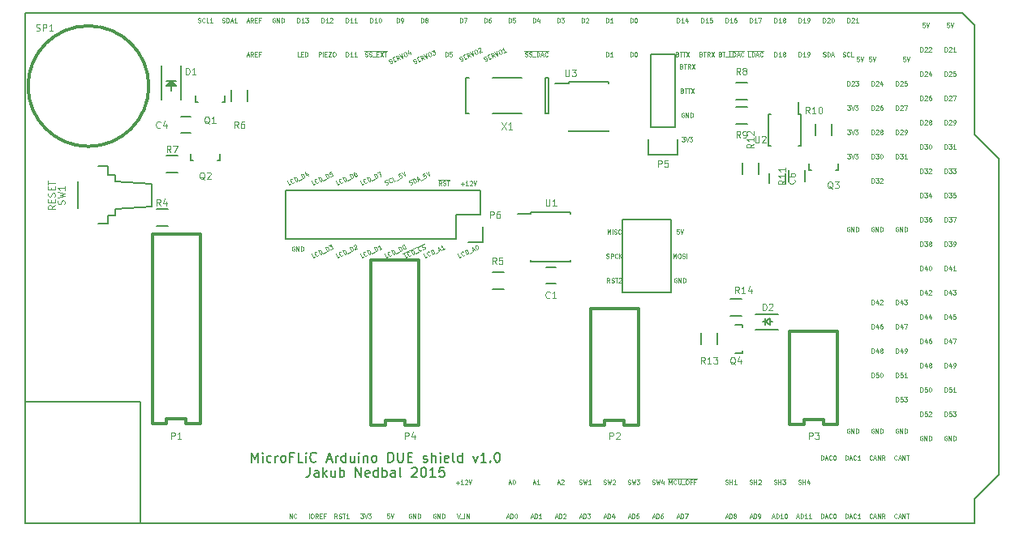
<source format=gto>
G04 #@! TF.FileFunction,Legend,Top*
%FSLAX46Y46*%
G04 Gerber Fmt 4.6, Leading zero omitted, Abs format (unit mm)*
G04 Created by KiCad (PCBNEW 4.0.2-4+6225~38~ubuntu14.04.1-stable) date Fri 18 Mar 2016 20:44:09 GMT*
%MOMM*%
G01*
G04 APERTURE LIST*
%ADD10C,0.100000*%
%ADD11C,0.150000*%
%ADD12C,0.110000*%
%ADD13C,0.300000*%
%ADD14C,0.203200*%
%ADD15C,0.304800*%
G04 APERTURE END LIST*
D10*
D11*
X147599428Y-125661381D02*
X147599428Y-124661381D01*
X147932762Y-125375667D01*
X148266095Y-124661381D01*
X148266095Y-125661381D01*
X148742285Y-125661381D02*
X148742285Y-124994714D01*
X148742285Y-124661381D02*
X148694666Y-124709000D01*
X148742285Y-124756619D01*
X148789904Y-124709000D01*
X148742285Y-124661381D01*
X148742285Y-124756619D01*
X149647047Y-125613762D02*
X149551809Y-125661381D01*
X149361332Y-125661381D01*
X149266094Y-125613762D01*
X149218475Y-125566143D01*
X149170856Y-125470905D01*
X149170856Y-125185190D01*
X149218475Y-125089952D01*
X149266094Y-125042333D01*
X149361332Y-124994714D01*
X149551809Y-124994714D01*
X149647047Y-125042333D01*
X150075618Y-125661381D02*
X150075618Y-124994714D01*
X150075618Y-125185190D02*
X150123237Y-125089952D01*
X150170856Y-125042333D01*
X150266094Y-124994714D01*
X150361333Y-124994714D01*
X150837523Y-125661381D02*
X150742285Y-125613762D01*
X150694666Y-125566143D01*
X150647047Y-125470905D01*
X150647047Y-125185190D01*
X150694666Y-125089952D01*
X150742285Y-125042333D01*
X150837523Y-124994714D01*
X150980381Y-124994714D01*
X151075619Y-125042333D01*
X151123238Y-125089952D01*
X151170857Y-125185190D01*
X151170857Y-125470905D01*
X151123238Y-125566143D01*
X151075619Y-125613762D01*
X150980381Y-125661381D01*
X150837523Y-125661381D01*
X151932762Y-125137571D02*
X151599428Y-125137571D01*
X151599428Y-125661381D02*
X151599428Y-124661381D01*
X152075619Y-124661381D01*
X152932762Y-125661381D02*
X152456571Y-125661381D01*
X152456571Y-124661381D01*
X153266095Y-125661381D02*
X153266095Y-124994714D01*
X153266095Y-124661381D02*
X153218476Y-124709000D01*
X153266095Y-124756619D01*
X153313714Y-124709000D01*
X153266095Y-124661381D01*
X153266095Y-124756619D01*
X154313714Y-125566143D02*
X154266095Y-125613762D01*
X154123238Y-125661381D01*
X154028000Y-125661381D01*
X153885142Y-125613762D01*
X153789904Y-125518524D01*
X153742285Y-125423286D01*
X153694666Y-125232810D01*
X153694666Y-125089952D01*
X153742285Y-124899476D01*
X153789904Y-124804238D01*
X153885142Y-124709000D01*
X154028000Y-124661381D01*
X154123238Y-124661381D01*
X154266095Y-124709000D01*
X154313714Y-124756619D01*
X155456571Y-125375667D02*
X155932762Y-125375667D01*
X155361333Y-125661381D02*
X155694666Y-124661381D01*
X156028000Y-125661381D01*
X156361333Y-125661381D02*
X156361333Y-124994714D01*
X156361333Y-125185190D02*
X156408952Y-125089952D01*
X156456571Y-125042333D01*
X156551809Y-124994714D01*
X156647048Y-124994714D01*
X157408953Y-125661381D02*
X157408953Y-124661381D01*
X157408953Y-125613762D02*
X157313715Y-125661381D01*
X157123238Y-125661381D01*
X157028000Y-125613762D01*
X156980381Y-125566143D01*
X156932762Y-125470905D01*
X156932762Y-125185190D01*
X156980381Y-125089952D01*
X157028000Y-125042333D01*
X157123238Y-124994714D01*
X157313715Y-124994714D01*
X157408953Y-125042333D01*
X158313715Y-124994714D02*
X158313715Y-125661381D01*
X157885143Y-124994714D02*
X157885143Y-125518524D01*
X157932762Y-125613762D01*
X158028000Y-125661381D01*
X158170858Y-125661381D01*
X158266096Y-125613762D01*
X158313715Y-125566143D01*
X158789905Y-125661381D02*
X158789905Y-124994714D01*
X158789905Y-124661381D02*
X158742286Y-124709000D01*
X158789905Y-124756619D01*
X158837524Y-124709000D01*
X158789905Y-124661381D01*
X158789905Y-124756619D01*
X159266095Y-124994714D02*
X159266095Y-125661381D01*
X159266095Y-125089952D02*
X159313714Y-125042333D01*
X159408952Y-124994714D01*
X159551810Y-124994714D01*
X159647048Y-125042333D01*
X159694667Y-125137571D01*
X159694667Y-125661381D01*
X160313714Y-125661381D02*
X160218476Y-125613762D01*
X160170857Y-125566143D01*
X160123238Y-125470905D01*
X160123238Y-125185190D01*
X160170857Y-125089952D01*
X160218476Y-125042333D01*
X160313714Y-124994714D01*
X160456572Y-124994714D01*
X160551810Y-125042333D01*
X160599429Y-125089952D01*
X160647048Y-125185190D01*
X160647048Y-125470905D01*
X160599429Y-125566143D01*
X160551810Y-125613762D01*
X160456572Y-125661381D01*
X160313714Y-125661381D01*
X161837524Y-125661381D02*
X161837524Y-124661381D01*
X162075619Y-124661381D01*
X162218477Y-124709000D01*
X162313715Y-124804238D01*
X162361334Y-124899476D01*
X162408953Y-125089952D01*
X162408953Y-125232810D01*
X162361334Y-125423286D01*
X162313715Y-125518524D01*
X162218477Y-125613762D01*
X162075619Y-125661381D01*
X161837524Y-125661381D01*
X162837524Y-124661381D02*
X162837524Y-125470905D01*
X162885143Y-125566143D01*
X162932762Y-125613762D01*
X163028000Y-125661381D01*
X163218477Y-125661381D01*
X163313715Y-125613762D01*
X163361334Y-125566143D01*
X163408953Y-125470905D01*
X163408953Y-124661381D01*
X163885143Y-125137571D02*
X164218477Y-125137571D01*
X164361334Y-125661381D02*
X163885143Y-125661381D01*
X163885143Y-124661381D01*
X164361334Y-124661381D01*
X165504191Y-125613762D02*
X165599429Y-125661381D01*
X165789905Y-125661381D01*
X165885144Y-125613762D01*
X165932763Y-125518524D01*
X165932763Y-125470905D01*
X165885144Y-125375667D01*
X165789905Y-125328048D01*
X165647048Y-125328048D01*
X165551810Y-125280429D01*
X165504191Y-125185190D01*
X165504191Y-125137571D01*
X165551810Y-125042333D01*
X165647048Y-124994714D01*
X165789905Y-124994714D01*
X165885144Y-125042333D01*
X166361334Y-125661381D02*
X166361334Y-124661381D01*
X166789906Y-125661381D02*
X166789906Y-125137571D01*
X166742287Y-125042333D01*
X166647049Y-124994714D01*
X166504191Y-124994714D01*
X166408953Y-125042333D01*
X166361334Y-125089952D01*
X167266096Y-125661381D02*
X167266096Y-124994714D01*
X167266096Y-124661381D02*
X167218477Y-124709000D01*
X167266096Y-124756619D01*
X167313715Y-124709000D01*
X167266096Y-124661381D01*
X167266096Y-124756619D01*
X168123239Y-125613762D02*
X168028001Y-125661381D01*
X167837524Y-125661381D01*
X167742286Y-125613762D01*
X167694667Y-125518524D01*
X167694667Y-125137571D01*
X167742286Y-125042333D01*
X167837524Y-124994714D01*
X168028001Y-124994714D01*
X168123239Y-125042333D01*
X168170858Y-125137571D01*
X168170858Y-125232810D01*
X167694667Y-125328048D01*
X168742286Y-125661381D02*
X168647048Y-125613762D01*
X168599429Y-125518524D01*
X168599429Y-124661381D01*
X169551811Y-125661381D02*
X169551811Y-124661381D01*
X169551811Y-125613762D02*
X169456573Y-125661381D01*
X169266096Y-125661381D01*
X169170858Y-125613762D01*
X169123239Y-125566143D01*
X169075620Y-125470905D01*
X169075620Y-125185190D01*
X169123239Y-125089952D01*
X169170858Y-125042333D01*
X169266096Y-124994714D01*
X169456573Y-124994714D01*
X169551811Y-125042333D01*
X170694668Y-124994714D02*
X170932763Y-125661381D01*
X171170859Y-124994714D01*
X172075621Y-125661381D02*
X171504192Y-125661381D01*
X171789906Y-125661381D02*
X171789906Y-124661381D01*
X171694668Y-124804238D01*
X171599430Y-124899476D01*
X171504192Y-124947095D01*
X172504192Y-125566143D02*
X172551811Y-125613762D01*
X172504192Y-125661381D01*
X172456573Y-125613762D01*
X172504192Y-125566143D01*
X172504192Y-125661381D01*
X173170858Y-124661381D02*
X173266097Y-124661381D01*
X173361335Y-124709000D01*
X173408954Y-124756619D01*
X173456573Y-124851857D01*
X173504192Y-125042333D01*
X173504192Y-125280429D01*
X173456573Y-125470905D01*
X173408954Y-125566143D01*
X173361335Y-125613762D01*
X173266097Y-125661381D01*
X173170858Y-125661381D01*
X173075620Y-125613762D01*
X173028001Y-125566143D01*
X172980382Y-125470905D01*
X172932763Y-125280429D01*
X172932763Y-125042333D01*
X172980382Y-124851857D01*
X173028001Y-124756619D01*
X173075620Y-124709000D01*
X173170858Y-124661381D01*
X153670857Y-126211381D02*
X153670857Y-126925667D01*
X153623237Y-127068524D01*
X153527999Y-127163762D01*
X153385142Y-127211381D01*
X153289904Y-127211381D01*
X154575619Y-127211381D02*
X154575619Y-126687571D01*
X154528000Y-126592333D01*
X154432762Y-126544714D01*
X154242285Y-126544714D01*
X154147047Y-126592333D01*
X154575619Y-127163762D02*
X154480381Y-127211381D01*
X154242285Y-127211381D01*
X154147047Y-127163762D01*
X154099428Y-127068524D01*
X154099428Y-126973286D01*
X154147047Y-126878048D01*
X154242285Y-126830429D01*
X154480381Y-126830429D01*
X154575619Y-126782810D01*
X155051809Y-127211381D02*
X155051809Y-126211381D01*
X155147047Y-126830429D02*
X155432762Y-127211381D01*
X155432762Y-126544714D02*
X155051809Y-126925667D01*
X156289905Y-126544714D02*
X156289905Y-127211381D01*
X155861333Y-126544714D02*
X155861333Y-127068524D01*
X155908952Y-127163762D01*
X156004190Y-127211381D01*
X156147048Y-127211381D01*
X156242286Y-127163762D01*
X156289905Y-127116143D01*
X156766095Y-127211381D02*
X156766095Y-126211381D01*
X156766095Y-126592333D02*
X156861333Y-126544714D01*
X157051810Y-126544714D01*
X157147048Y-126592333D01*
X157194667Y-126639952D01*
X157242286Y-126735190D01*
X157242286Y-127020905D01*
X157194667Y-127116143D01*
X157147048Y-127163762D01*
X157051810Y-127211381D01*
X156861333Y-127211381D01*
X156766095Y-127163762D01*
X158432762Y-127211381D02*
X158432762Y-126211381D01*
X159004191Y-127211381D01*
X159004191Y-126211381D01*
X159861334Y-127163762D02*
X159766096Y-127211381D01*
X159575619Y-127211381D01*
X159480381Y-127163762D01*
X159432762Y-127068524D01*
X159432762Y-126687571D01*
X159480381Y-126592333D01*
X159575619Y-126544714D01*
X159766096Y-126544714D01*
X159861334Y-126592333D01*
X159908953Y-126687571D01*
X159908953Y-126782810D01*
X159432762Y-126878048D01*
X160766096Y-127211381D02*
X160766096Y-126211381D01*
X160766096Y-127163762D02*
X160670858Y-127211381D01*
X160480381Y-127211381D01*
X160385143Y-127163762D01*
X160337524Y-127116143D01*
X160289905Y-127020905D01*
X160289905Y-126735190D01*
X160337524Y-126639952D01*
X160385143Y-126592333D01*
X160480381Y-126544714D01*
X160670858Y-126544714D01*
X160766096Y-126592333D01*
X161242286Y-127211381D02*
X161242286Y-126211381D01*
X161242286Y-126592333D02*
X161337524Y-126544714D01*
X161528001Y-126544714D01*
X161623239Y-126592333D01*
X161670858Y-126639952D01*
X161718477Y-126735190D01*
X161718477Y-127020905D01*
X161670858Y-127116143D01*
X161623239Y-127163762D01*
X161528001Y-127211381D01*
X161337524Y-127211381D01*
X161242286Y-127163762D01*
X162575620Y-127211381D02*
X162575620Y-126687571D01*
X162528001Y-126592333D01*
X162432763Y-126544714D01*
X162242286Y-126544714D01*
X162147048Y-126592333D01*
X162575620Y-127163762D02*
X162480382Y-127211381D01*
X162242286Y-127211381D01*
X162147048Y-127163762D01*
X162099429Y-127068524D01*
X162099429Y-126973286D01*
X162147048Y-126878048D01*
X162242286Y-126830429D01*
X162480382Y-126830429D01*
X162575620Y-126782810D01*
X163194667Y-127211381D02*
X163099429Y-127163762D01*
X163051810Y-127068524D01*
X163051810Y-126211381D01*
X164289906Y-126306619D02*
X164337525Y-126259000D01*
X164432763Y-126211381D01*
X164670859Y-126211381D01*
X164766097Y-126259000D01*
X164813716Y-126306619D01*
X164861335Y-126401857D01*
X164861335Y-126497095D01*
X164813716Y-126639952D01*
X164242287Y-127211381D01*
X164861335Y-127211381D01*
X165480382Y-126211381D02*
X165575621Y-126211381D01*
X165670859Y-126259000D01*
X165718478Y-126306619D01*
X165766097Y-126401857D01*
X165813716Y-126592333D01*
X165813716Y-126830429D01*
X165766097Y-127020905D01*
X165718478Y-127116143D01*
X165670859Y-127163762D01*
X165575621Y-127211381D01*
X165480382Y-127211381D01*
X165385144Y-127163762D01*
X165337525Y-127116143D01*
X165289906Y-127020905D01*
X165242287Y-126830429D01*
X165242287Y-126592333D01*
X165289906Y-126401857D01*
X165337525Y-126306619D01*
X165385144Y-126259000D01*
X165480382Y-126211381D01*
X166766097Y-127211381D02*
X166194668Y-127211381D01*
X166480382Y-127211381D02*
X166480382Y-126211381D01*
X166385144Y-126354238D01*
X166289906Y-126449476D01*
X166194668Y-126497095D01*
X167670859Y-126211381D02*
X167194668Y-126211381D01*
X167147049Y-126687571D01*
X167194668Y-126639952D01*
X167289906Y-126592333D01*
X167528002Y-126592333D01*
X167623240Y-126639952D01*
X167670859Y-126687571D01*
X167718478Y-126782810D01*
X167718478Y-127020905D01*
X167670859Y-127116143D01*
X167623240Y-127163762D01*
X167528002Y-127211381D01*
X167289906Y-127211381D01*
X167194668Y-127163762D01*
X167147049Y-127116143D01*
D10*
X152618715Y-83261571D02*
X152404429Y-83261571D01*
X152404429Y-82811571D01*
X152768715Y-83025857D02*
X152918715Y-83025857D01*
X152983001Y-83261571D02*
X152768715Y-83261571D01*
X152768715Y-82811571D01*
X152983001Y-82811571D01*
X153175858Y-83261571D02*
X153175858Y-82811571D01*
X153283001Y-82811571D01*
X153347286Y-82833000D01*
X153390144Y-82875857D01*
X153411572Y-82918714D01*
X153433001Y-83004429D01*
X153433001Y-83068714D01*
X153411572Y-83154429D01*
X153390144Y-83197286D01*
X153347286Y-83240143D01*
X153283001Y-83261571D01*
X153175858Y-83261571D01*
X154569429Y-83261571D02*
X154569429Y-82811571D01*
X154740857Y-82811571D01*
X154783715Y-82833000D01*
X154805143Y-82854429D01*
X154826572Y-82897286D01*
X154826572Y-82961571D01*
X154805143Y-83004429D01*
X154783715Y-83025857D01*
X154740857Y-83047286D01*
X154569429Y-83047286D01*
X155019429Y-83261571D02*
X155019429Y-82811571D01*
X155233715Y-83025857D02*
X155383715Y-83025857D01*
X155448001Y-83261571D02*
X155233715Y-83261571D01*
X155233715Y-82811571D01*
X155448001Y-82811571D01*
X155598001Y-82811571D02*
X155898001Y-82811571D01*
X155598001Y-83261571D01*
X155898001Y-83261571D01*
X156155143Y-82811571D02*
X156240857Y-82811571D01*
X156283715Y-82833000D01*
X156326572Y-82875857D01*
X156348000Y-82961571D01*
X156348000Y-83111571D01*
X156326572Y-83197286D01*
X156283715Y-83240143D01*
X156240857Y-83261571D01*
X156155143Y-83261571D01*
X156112286Y-83240143D01*
X156069429Y-83197286D01*
X156048000Y-83111571D01*
X156048000Y-82961571D01*
X156069429Y-82875857D01*
X156112286Y-82833000D01*
X156155143Y-82811571D01*
X159424429Y-83240143D02*
X159488715Y-83261571D01*
X159595858Y-83261571D01*
X159638715Y-83240143D01*
X159660144Y-83218714D01*
X159681572Y-83175857D01*
X159681572Y-83133000D01*
X159660144Y-83090143D01*
X159638715Y-83068714D01*
X159595858Y-83047286D01*
X159510144Y-83025857D01*
X159467286Y-83004429D01*
X159445858Y-82983000D01*
X159424429Y-82940143D01*
X159424429Y-82897286D01*
X159445858Y-82854429D01*
X159467286Y-82833000D01*
X159510144Y-82811571D01*
X159617286Y-82811571D01*
X159681572Y-82833000D01*
X159853000Y-83240143D02*
X159917286Y-83261571D01*
X160024429Y-83261571D01*
X160067286Y-83240143D01*
X160088715Y-83218714D01*
X160110143Y-83175857D01*
X160110143Y-83133000D01*
X160088715Y-83090143D01*
X160067286Y-83068714D01*
X160024429Y-83047286D01*
X159938715Y-83025857D01*
X159895857Y-83004429D01*
X159874429Y-82983000D01*
X159853000Y-82940143D01*
X159853000Y-82897286D01*
X159874429Y-82854429D01*
X159895857Y-82833000D01*
X159938715Y-82811571D01*
X160045857Y-82811571D01*
X160110143Y-82833000D01*
X160195857Y-83304429D02*
X160538714Y-83304429D01*
X160645857Y-83025857D02*
X160795857Y-83025857D01*
X160860143Y-83261571D02*
X160645857Y-83261571D01*
X160645857Y-82811571D01*
X160860143Y-82811571D01*
X161010143Y-82811571D02*
X161310143Y-83261571D01*
X161310143Y-82811571D02*
X161010143Y-83261571D01*
X161417285Y-82811571D02*
X161674428Y-82811571D01*
X161545857Y-83261571D02*
X161545857Y-82811571D01*
X159338715Y-82734000D02*
X161717285Y-82734000D01*
X162057408Y-83984220D02*
X162124726Y-83976471D01*
X162221831Y-83931191D01*
X162251617Y-83893658D01*
X162261982Y-83865181D01*
X162263290Y-83817283D01*
X162245178Y-83778442D01*
X162207645Y-83748656D01*
X162179168Y-83738291D01*
X162131270Y-83736983D01*
X162044531Y-83753786D01*
X161996632Y-83752478D01*
X161968156Y-83742113D01*
X161930622Y-83712327D01*
X161912510Y-83673486D01*
X161913819Y-83625588D01*
X161924183Y-83597111D01*
X161953969Y-83559577D01*
X162051073Y-83514297D01*
X162118392Y-83506549D01*
X162374685Y-83599832D02*
X162510631Y-83536440D01*
X162668511Y-83722901D02*
X162474302Y-83813462D01*
X162284124Y-83405623D01*
X162478333Y-83315062D01*
X163076350Y-83532722D02*
X162849843Y-83401907D01*
X162843299Y-83641396D02*
X162653121Y-83233557D01*
X162808487Y-83161109D01*
X162856386Y-83162417D01*
X162884863Y-83172783D01*
X162922396Y-83202568D01*
X162949564Y-83260830D01*
X162948255Y-83308729D01*
X162937891Y-83337205D01*
X162908105Y-83374739D01*
X162752738Y-83447187D01*
X163002696Y-83070547D02*
X163328821Y-83414993D01*
X163274589Y-82943762D01*
X163488218Y-82844145D02*
X163565901Y-82807921D01*
X163613800Y-82809229D01*
X163670754Y-82829959D01*
X163726399Y-82898586D01*
X163789791Y-83034532D01*
X163806596Y-83121272D01*
X163785866Y-83178226D01*
X163756079Y-83215759D01*
X163678396Y-83251983D01*
X163630499Y-83250675D01*
X163573545Y-83229946D01*
X163517899Y-83161318D01*
X163454506Y-83025372D01*
X163437703Y-82938632D01*
X163458433Y-82881678D01*
X163488218Y-82844145D01*
X164075975Y-82735576D02*
X164202761Y-83007468D01*
X163906422Y-82625490D02*
X163945159Y-82962083D01*
X164197631Y-82844354D01*
X164597408Y-83984220D02*
X164664726Y-83976471D01*
X164761831Y-83931191D01*
X164791617Y-83893658D01*
X164801982Y-83865181D01*
X164803290Y-83817283D01*
X164785178Y-83778442D01*
X164747645Y-83748656D01*
X164719168Y-83738291D01*
X164671270Y-83736983D01*
X164584531Y-83753786D01*
X164536632Y-83752478D01*
X164508156Y-83742113D01*
X164470622Y-83712327D01*
X164452510Y-83673486D01*
X164453819Y-83625588D01*
X164464183Y-83597111D01*
X164493969Y-83559577D01*
X164591073Y-83514297D01*
X164658392Y-83506549D01*
X164914685Y-83599832D02*
X165050631Y-83536440D01*
X165208511Y-83722901D02*
X165014302Y-83813462D01*
X164824124Y-83405623D01*
X165018333Y-83315062D01*
X165616350Y-83532722D02*
X165389843Y-83401907D01*
X165383299Y-83641396D02*
X165193121Y-83233557D01*
X165348487Y-83161109D01*
X165396386Y-83162417D01*
X165424863Y-83172783D01*
X165462396Y-83202568D01*
X165489564Y-83260830D01*
X165488255Y-83308729D01*
X165477891Y-83337205D01*
X165448105Y-83374739D01*
X165292738Y-83447187D01*
X165542696Y-83070547D02*
X165868821Y-83414993D01*
X165814589Y-82943762D01*
X166028218Y-82844145D02*
X166105901Y-82807921D01*
X166153800Y-82809229D01*
X166210754Y-82829959D01*
X166266399Y-82898586D01*
X166329791Y-83034532D01*
X166346596Y-83121272D01*
X166325866Y-83178226D01*
X166296079Y-83215759D01*
X166218396Y-83251983D01*
X166170499Y-83250675D01*
X166113545Y-83229946D01*
X166057899Y-83161318D01*
X165994506Y-83025372D01*
X165977703Y-82938632D01*
X165998433Y-82881678D01*
X166028218Y-82844145D01*
X166338953Y-82699247D02*
X166591424Y-82581518D01*
X166527927Y-82800278D01*
X166586190Y-82773109D01*
X166634088Y-82774418D01*
X166662565Y-82784782D01*
X166700097Y-82814568D01*
X166745378Y-82911673D01*
X166744070Y-82959570D01*
X166733705Y-82988048D01*
X166703919Y-83025580D01*
X166587393Y-83079917D01*
X166539496Y-83078609D01*
X166511019Y-83068244D01*
X169423408Y-83730220D02*
X169490726Y-83722471D01*
X169587831Y-83677191D01*
X169617617Y-83639658D01*
X169627982Y-83611181D01*
X169629290Y-83563283D01*
X169611178Y-83524442D01*
X169573645Y-83494656D01*
X169545168Y-83484291D01*
X169497270Y-83482983D01*
X169410531Y-83499786D01*
X169362632Y-83498478D01*
X169334156Y-83488113D01*
X169296622Y-83458327D01*
X169278510Y-83419486D01*
X169279819Y-83371588D01*
X169290183Y-83343111D01*
X169319969Y-83305577D01*
X169417073Y-83260297D01*
X169484392Y-83252549D01*
X169740685Y-83345832D02*
X169876631Y-83282440D01*
X170034511Y-83468901D02*
X169840302Y-83559462D01*
X169650124Y-83151623D01*
X169844333Y-83061062D01*
X170442350Y-83278722D02*
X170215843Y-83147907D01*
X170209299Y-83387396D02*
X170019121Y-82979557D01*
X170174487Y-82907109D01*
X170222386Y-82908417D01*
X170250863Y-82918783D01*
X170288396Y-82948568D01*
X170315564Y-83006830D01*
X170314255Y-83054729D01*
X170303891Y-83083205D01*
X170274105Y-83120739D01*
X170118738Y-83193187D01*
X170368696Y-82816547D02*
X170694821Y-83160993D01*
X170640589Y-82689762D01*
X170854218Y-82590145D02*
X170931901Y-82553921D01*
X170979800Y-82555229D01*
X171036754Y-82575959D01*
X171092399Y-82644586D01*
X171155791Y-82780532D01*
X171172596Y-82867272D01*
X171151866Y-82924226D01*
X171122079Y-82961759D01*
X171044396Y-82997983D01*
X170996499Y-82996675D01*
X170939545Y-82975946D01*
X170883899Y-82907318D01*
X170820506Y-82771372D01*
X170803703Y-82684632D01*
X170824433Y-82627678D01*
X170854218Y-82590145D01*
X171202486Y-82475033D02*
X171212851Y-82446556D01*
X171242636Y-82409022D01*
X171339741Y-82363742D01*
X171387639Y-82365051D01*
X171416116Y-82375416D01*
X171453649Y-82405202D01*
X171471761Y-82444043D01*
X171479509Y-82511362D01*
X171355131Y-82853085D01*
X171607602Y-82735356D01*
X171963408Y-83730220D02*
X172030726Y-83722471D01*
X172127831Y-83677191D01*
X172157617Y-83639658D01*
X172167982Y-83611181D01*
X172169290Y-83563283D01*
X172151178Y-83524442D01*
X172113645Y-83494656D01*
X172085168Y-83484291D01*
X172037270Y-83482983D01*
X171950531Y-83499786D01*
X171902632Y-83498478D01*
X171874156Y-83488113D01*
X171836622Y-83458327D01*
X171818510Y-83419486D01*
X171819819Y-83371588D01*
X171830183Y-83343111D01*
X171859969Y-83305577D01*
X171957073Y-83260297D01*
X172024392Y-83252549D01*
X172280685Y-83345832D02*
X172416631Y-83282440D01*
X172574511Y-83468901D02*
X172380302Y-83559462D01*
X172190124Y-83151623D01*
X172384333Y-83061062D01*
X172982350Y-83278722D02*
X172755843Y-83147907D01*
X172749299Y-83387396D02*
X172559121Y-82979557D01*
X172714487Y-82907109D01*
X172762386Y-82908417D01*
X172790863Y-82918783D01*
X172828396Y-82948568D01*
X172855564Y-83006830D01*
X172854255Y-83054729D01*
X172843891Y-83083205D01*
X172814105Y-83120739D01*
X172658738Y-83193187D01*
X172908696Y-82816547D02*
X173234821Y-83160993D01*
X173180589Y-82689762D01*
X173394218Y-82590145D02*
X173471901Y-82553921D01*
X173519800Y-82555229D01*
X173576754Y-82575959D01*
X173632399Y-82644586D01*
X173695791Y-82780532D01*
X173712596Y-82867272D01*
X173691866Y-82924226D01*
X173662079Y-82961759D01*
X173584396Y-82997983D01*
X173536499Y-82996675D01*
X173479545Y-82975946D01*
X173423899Y-82907318D01*
X173360506Y-82771372D01*
X173343703Y-82684632D01*
X173364433Y-82627678D01*
X173394218Y-82590145D01*
X174147602Y-82735356D02*
X173914551Y-82844029D01*
X174031077Y-82789693D02*
X173840899Y-82381854D01*
X173829226Y-82458229D01*
X173808495Y-82515183D01*
X173778710Y-82552717D01*
X176134858Y-83240143D02*
X176199144Y-83261571D01*
X176306287Y-83261571D01*
X176349144Y-83240143D01*
X176370573Y-83218714D01*
X176392001Y-83175857D01*
X176392001Y-83133000D01*
X176370573Y-83090143D01*
X176349144Y-83068714D01*
X176306287Y-83047286D01*
X176220573Y-83025857D01*
X176177715Y-83004429D01*
X176156287Y-82983000D01*
X176134858Y-82940143D01*
X176134858Y-82897286D01*
X176156287Y-82854429D01*
X176177715Y-82833000D01*
X176220573Y-82811571D01*
X176327715Y-82811571D01*
X176392001Y-82833000D01*
X176563429Y-83240143D02*
X176627715Y-83261571D01*
X176734858Y-83261571D01*
X176777715Y-83240143D01*
X176799144Y-83218714D01*
X176820572Y-83175857D01*
X176820572Y-83133000D01*
X176799144Y-83090143D01*
X176777715Y-83068714D01*
X176734858Y-83047286D01*
X176649144Y-83025857D01*
X176606286Y-83004429D01*
X176584858Y-82983000D01*
X176563429Y-82940143D01*
X176563429Y-82897286D01*
X176584858Y-82854429D01*
X176606286Y-82833000D01*
X176649144Y-82811571D01*
X176756286Y-82811571D01*
X176820572Y-82833000D01*
X176906286Y-83304429D02*
X177249143Y-83304429D01*
X177356286Y-83261571D02*
X177356286Y-82811571D01*
X177463429Y-82811571D01*
X177527714Y-82833000D01*
X177570572Y-82875857D01*
X177592000Y-82918714D01*
X177613429Y-83004429D01*
X177613429Y-83068714D01*
X177592000Y-83154429D01*
X177570572Y-83197286D01*
X177527714Y-83240143D01*
X177463429Y-83261571D01*
X177356286Y-83261571D01*
X177784857Y-83133000D02*
X177999143Y-83133000D01*
X177742000Y-83261571D02*
X177892000Y-82811571D01*
X178042000Y-83261571D01*
X178449143Y-83218714D02*
X178427714Y-83240143D01*
X178363428Y-83261571D01*
X178320571Y-83261571D01*
X178256286Y-83240143D01*
X178213428Y-83197286D01*
X178192000Y-83154429D01*
X178170571Y-83068714D01*
X178170571Y-83004429D01*
X178192000Y-82918714D01*
X178213428Y-82875857D01*
X178256286Y-82833000D01*
X178320571Y-82811571D01*
X178363428Y-82811571D01*
X178427714Y-82833000D01*
X178449143Y-82854429D01*
X176049144Y-82734000D02*
X178534857Y-82734000D01*
X209268286Y-83240143D02*
X209332572Y-83261571D01*
X209439715Y-83261571D01*
X209482572Y-83240143D01*
X209504001Y-83218714D01*
X209525429Y-83175857D01*
X209525429Y-83133000D01*
X209504001Y-83090143D01*
X209482572Y-83068714D01*
X209439715Y-83047286D01*
X209354001Y-83025857D01*
X209311143Y-83004429D01*
X209289715Y-82983000D01*
X209268286Y-82940143D01*
X209268286Y-82897286D01*
X209289715Y-82854429D01*
X209311143Y-82833000D01*
X209354001Y-82811571D01*
X209461143Y-82811571D01*
X209525429Y-82833000D01*
X209975429Y-83218714D02*
X209954000Y-83240143D01*
X209889714Y-83261571D01*
X209846857Y-83261571D01*
X209782572Y-83240143D01*
X209739714Y-83197286D01*
X209718286Y-83154429D01*
X209696857Y-83068714D01*
X209696857Y-83004429D01*
X209718286Y-82918714D01*
X209739714Y-82875857D01*
X209782572Y-82833000D01*
X209846857Y-82811571D01*
X209889714Y-82811571D01*
X209954000Y-82833000D01*
X209975429Y-82854429D01*
X210382572Y-83261571D02*
X210168286Y-83261571D01*
X210168286Y-82811571D01*
X207225572Y-83240143D02*
X207289858Y-83261571D01*
X207397001Y-83261571D01*
X207439858Y-83240143D01*
X207461287Y-83218714D01*
X207482715Y-83175857D01*
X207482715Y-83133000D01*
X207461287Y-83090143D01*
X207439858Y-83068714D01*
X207397001Y-83047286D01*
X207311287Y-83025857D01*
X207268429Y-83004429D01*
X207247001Y-82983000D01*
X207225572Y-82940143D01*
X207225572Y-82897286D01*
X207247001Y-82854429D01*
X207268429Y-82833000D01*
X207311287Y-82811571D01*
X207418429Y-82811571D01*
X207482715Y-82833000D01*
X207675572Y-83261571D02*
X207675572Y-82811571D01*
X207782715Y-82811571D01*
X207847000Y-82833000D01*
X207889858Y-82875857D01*
X207911286Y-82918714D01*
X207932715Y-83004429D01*
X207932715Y-83068714D01*
X207911286Y-83154429D01*
X207889858Y-83197286D01*
X207847000Y-83240143D01*
X207782715Y-83261571D01*
X207675572Y-83261571D01*
X208104143Y-83133000D02*
X208318429Y-83133000D01*
X208061286Y-83261571D02*
X208211286Y-82811571D01*
X208361286Y-83261571D01*
X202145572Y-83261571D02*
X202145572Y-82811571D01*
X202252715Y-82811571D01*
X202317000Y-82833000D01*
X202359858Y-82875857D01*
X202381286Y-82918714D01*
X202402715Y-83004429D01*
X202402715Y-83068714D01*
X202381286Y-83154429D01*
X202359858Y-83197286D01*
X202317000Y-83240143D01*
X202252715Y-83261571D01*
X202145572Y-83261571D01*
X202831286Y-83261571D02*
X202574143Y-83261571D01*
X202702715Y-83261571D02*
X202702715Y-82811571D01*
X202659858Y-82875857D01*
X202617000Y-82918714D01*
X202574143Y-82940143D01*
X203088429Y-83004429D02*
X203045571Y-82983000D01*
X203024143Y-82961571D01*
X203002714Y-82918714D01*
X203002714Y-82897286D01*
X203024143Y-82854429D01*
X203045571Y-82833000D01*
X203088429Y-82811571D01*
X203174143Y-82811571D01*
X203217000Y-82833000D01*
X203238429Y-82854429D01*
X203259857Y-82897286D01*
X203259857Y-82918714D01*
X203238429Y-82961571D01*
X203217000Y-82983000D01*
X203174143Y-83004429D01*
X203088429Y-83004429D01*
X203045571Y-83025857D01*
X203024143Y-83047286D01*
X203002714Y-83090143D01*
X203002714Y-83175857D01*
X203024143Y-83218714D01*
X203045571Y-83240143D01*
X203088429Y-83261571D01*
X203174143Y-83261571D01*
X203217000Y-83240143D01*
X203238429Y-83218714D01*
X203259857Y-83175857D01*
X203259857Y-83090143D01*
X203238429Y-83047286D01*
X203217000Y-83025857D01*
X203174143Y-83004429D01*
X199648429Y-83261571D02*
X199434143Y-83261571D01*
X199434143Y-82811571D01*
X199798429Y-83261571D02*
X199798429Y-82811571D01*
X199905572Y-82811571D01*
X199969857Y-82833000D01*
X200012715Y-82875857D01*
X200034143Y-82918714D01*
X200055572Y-83004429D01*
X200055572Y-83068714D01*
X200034143Y-83154429D01*
X200012715Y-83197286D01*
X199969857Y-83240143D01*
X199905572Y-83261571D01*
X199798429Y-83261571D01*
X200227000Y-83133000D02*
X200441286Y-83133000D01*
X200184143Y-83261571D02*
X200334143Y-82811571D01*
X200484143Y-83261571D01*
X200891286Y-83218714D02*
X200869857Y-83240143D01*
X200805571Y-83261571D01*
X200762714Y-83261571D01*
X200698429Y-83240143D01*
X200655571Y-83197286D01*
X200634143Y-83154429D01*
X200612714Y-83068714D01*
X200612714Y-83004429D01*
X200634143Y-82918714D01*
X200655571Y-82875857D01*
X200698429Y-82833000D01*
X200762714Y-82811571D01*
X200805571Y-82811571D01*
X200869857Y-82833000D01*
X200891286Y-82854429D01*
X199327000Y-82734000D02*
X200977000Y-82734000D01*
X196476286Y-83025857D02*
X196540572Y-83047286D01*
X196562000Y-83068714D01*
X196583429Y-83111571D01*
X196583429Y-83175857D01*
X196562000Y-83218714D01*
X196540572Y-83240143D01*
X196497714Y-83261571D01*
X196326286Y-83261571D01*
X196326286Y-82811571D01*
X196476286Y-82811571D01*
X196519143Y-82833000D01*
X196540572Y-82854429D01*
X196562000Y-82897286D01*
X196562000Y-82940143D01*
X196540572Y-82983000D01*
X196519143Y-83004429D01*
X196476286Y-83025857D01*
X196326286Y-83025857D01*
X196712000Y-82811571D02*
X196969143Y-82811571D01*
X196840572Y-83261571D02*
X196840572Y-82811571D01*
X197012000Y-83304429D02*
X197354857Y-83304429D01*
X197676286Y-83261571D02*
X197462000Y-83261571D01*
X197462000Y-82811571D01*
X197826286Y-83261571D02*
X197826286Y-82811571D01*
X197933429Y-82811571D01*
X197997714Y-82833000D01*
X198040572Y-82875857D01*
X198062000Y-82918714D01*
X198083429Y-83004429D01*
X198083429Y-83068714D01*
X198062000Y-83154429D01*
X198040572Y-83197286D01*
X197997714Y-83240143D01*
X197933429Y-83261571D01*
X197826286Y-83261571D01*
X198254857Y-83133000D02*
X198469143Y-83133000D01*
X198212000Y-83261571D02*
X198362000Y-82811571D01*
X198512000Y-83261571D01*
X198919143Y-83218714D02*
X198897714Y-83240143D01*
X198833428Y-83261571D01*
X198790571Y-83261571D01*
X198726286Y-83240143D01*
X198683428Y-83197286D01*
X198662000Y-83154429D01*
X198640571Y-83068714D01*
X198640571Y-83004429D01*
X198662000Y-82918714D01*
X198683428Y-82875857D01*
X198726286Y-82833000D01*
X198790571Y-82811571D01*
X198833428Y-82811571D01*
X198897714Y-82833000D01*
X198919143Y-82854429D01*
X197354857Y-82734000D02*
X199004857Y-82734000D01*
X192007001Y-83025857D02*
X192071287Y-83047286D01*
X192092715Y-83068714D01*
X192114144Y-83111571D01*
X192114144Y-83175857D01*
X192092715Y-83218714D01*
X192071287Y-83240143D01*
X192028429Y-83261571D01*
X191857001Y-83261571D01*
X191857001Y-82811571D01*
X192007001Y-82811571D01*
X192049858Y-82833000D01*
X192071287Y-82854429D01*
X192092715Y-82897286D01*
X192092715Y-82940143D01*
X192071287Y-82983000D01*
X192049858Y-83004429D01*
X192007001Y-83025857D01*
X191857001Y-83025857D01*
X192242715Y-82811571D02*
X192499858Y-82811571D01*
X192371287Y-83261571D02*
X192371287Y-82811571D01*
X192585572Y-82811571D02*
X192842715Y-82811571D01*
X192714144Y-83261571D02*
X192714144Y-82811571D01*
X192949858Y-82811571D02*
X193249858Y-83261571D01*
X193249858Y-82811571D02*
X192949858Y-83261571D01*
X194493429Y-83025857D02*
X194557715Y-83047286D01*
X194579143Y-83068714D01*
X194600572Y-83111571D01*
X194600572Y-83175857D01*
X194579143Y-83218714D01*
X194557715Y-83240143D01*
X194514857Y-83261571D01*
X194343429Y-83261571D01*
X194343429Y-82811571D01*
X194493429Y-82811571D01*
X194536286Y-82833000D01*
X194557715Y-82854429D01*
X194579143Y-82897286D01*
X194579143Y-82940143D01*
X194557715Y-82983000D01*
X194536286Y-83004429D01*
X194493429Y-83025857D01*
X194343429Y-83025857D01*
X194729143Y-82811571D02*
X194986286Y-82811571D01*
X194857715Y-83261571D02*
X194857715Y-82811571D01*
X195393429Y-83261571D02*
X195243429Y-83047286D01*
X195136286Y-83261571D02*
X195136286Y-82811571D01*
X195307714Y-82811571D01*
X195350572Y-82833000D01*
X195372000Y-82854429D01*
X195393429Y-82897286D01*
X195393429Y-82961571D01*
X195372000Y-83004429D01*
X195350572Y-83025857D01*
X195307714Y-83047286D01*
X195136286Y-83047286D01*
X195543429Y-82811571D02*
X195843429Y-83261571D01*
X195843429Y-82811571D02*
X195543429Y-83261571D01*
X192461429Y-84295857D02*
X192525715Y-84317286D01*
X192547143Y-84338714D01*
X192568572Y-84381571D01*
X192568572Y-84445857D01*
X192547143Y-84488714D01*
X192525715Y-84510143D01*
X192482857Y-84531571D01*
X192311429Y-84531571D01*
X192311429Y-84081571D01*
X192461429Y-84081571D01*
X192504286Y-84103000D01*
X192525715Y-84124429D01*
X192547143Y-84167286D01*
X192547143Y-84210143D01*
X192525715Y-84253000D01*
X192504286Y-84274429D01*
X192461429Y-84295857D01*
X192311429Y-84295857D01*
X192697143Y-84081571D02*
X192954286Y-84081571D01*
X192825715Y-84531571D02*
X192825715Y-84081571D01*
X193361429Y-84531571D02*
X193211429Y-84317286D01*
X193104286Y-84531571D02*
X193104286Y-84081571D01*
X193275714Y-84081571D01*
X193318572Y-84103000D01*
X193340000Y-84124429D01*
X193361429Y-84167286D01*
X193361429Y-84231571D01*
X193340000Y-84274429D01*
X193318572Y-84295857D01*
X193275714Y-84317286D01*
X193104286Y-84317286D01*
X193511429Y-84081571D02*
X193811429Y-84531571D01*
X193811429Y-84081571D02*
X193511429Y-84531571D01*
X192515001Y-86835857D02*
X192579287Y-86857286D01*
X192600715Y-86878714D01*
X192622144Y-86921571D01*
X192622144Y-86985857D01*
X192600715Y-87028714D01*
X192579287Y-87050143D01*
X192536429Y-87071571D01*
X192365001Y-87071571D01*
X192365001Y-86621571D01*
X192515001Y-86621571D01*
X192557858Y-86643000D01*
X192579287Y-86664429D01*
X192600715Y-86707286D01*
X192600715Y-86750143D01*
X192579287Y-86793000D01*
X192557858Y-86814429D01*
X192515001Y-86835857D01*
X192365001Y-86835857D01*
X192750715Y-86621571D02*
X193007858Y-86621571D01*
X192879287Y-87071571D02*
X192879287Y-86621571D01*
X193093572Y-86621571D02*
X193350715Y-86621571D01*
X193222144Y-87071571D02*
X193222144Y-86621571D01*
X193457858Y-86621571D02*
X193757858Y-87071571D01*
X193757858Y-86621571D02*
X193457858Y-87071571D01*
X192697143Y-89183000D02*
X192654286Y-89161571D01*
X192590000Y-89161571D01*
X192525715Y-89183000D01*
X192482857Y-89225857D01*
X192461429Y-89268714D01*
X192440000Y-89354429D01*
X192440000Y-89418714D01*
X192461429Y-89504429D01*
X192482857Y-89547286D01*
X192525715Y-89590143D01*
X192590000Y-89611571D01*
X192632857Y-89611571D01*
X192697143Y-89590143D01*
X192718572Y-89568714D01*
X192718572Y-89418714D01*
X192632857Y-89418714D01*
X192911429Y-89611571D02*
X192911429Y-89161571D01*
X193168572Y-89611571D01*
X193168572Y-89161571D01*
X193382858Y-89611571D02*
X193382858Y-89161571D01*
X193490001Y-89161571D01*
X193554286Y-89183000D01*
X193597144Y-89225857D01*
X193618572Y-89268714D01*
X193640001Y-89354429D01*
X193640001Y-89418714D01*
X193618572Y-89504429D01*
X193597144Y-89547286D01*
X193554286Y-89590143D01*
X193490001Y-89611571D01*
X193382858Y-89611571D01*
X192482858Y-91701571D02*
X192761429Y-91701571D01*
X192611429Y-91873000D01*
X192675715Y-91873000D01*
X192718572Y-91894429D01*
X192740001Y-91915857D01*
X192761429Y-91958714D01*
X192761429Y-92065857D01*
X192740001Y-92108714D01*
X192718572Y-92130143D01*
X192675715Y-92151571D01*
X192547143Y-92151571D01*
X192504286Y-92130143D01*
X192482858Y-92108714D01*
X192890000Y-91701571D02*
X193040000Y-92151571D01*
X193190000Y-91701571D01*
X193297143Y-91701571D02*
X193575714Y-91701571D01*
X193425714Y-91873000D01*
X193490000Y-91873000D01*
X193532857Y-91894429D01*
X193554286Y-91915857D01*
X193575714Y-91958714D01*
X193575714Y-92065857D01*
X193554286Y-92108714D01*
X193532857Y-92130143D01*
X193490000Y-92151571D01*
X193361428Y-92151571D01*
X193318571Y-92130143D01*
X193297143Y-92108714D01*
X184712857Y-101803571D02*
X184712857Y-101353571D01*
X184862857Y-101675000D01*
X185012857Y-101353571D01*
X185012857Y-101803571D01*
X185227143Y-101803571D02*
X185227143Y-101353571D01*
X185420000Y-101782143D02*
X185484286Y-101803571D01*
X185591429Y-101803571D01*
X185634286Y-101782143D01*
X185655715Y-101760714D01*
X185677143Y-101717857D01*
X185677143Y-101675000D01*
X185655715Y-101632143D01*
X185634286Y-101610714D01*
X185591429Y-101589286D01*
X185505715Y-101567857D01*
X185462857Y-101546429D01*
X185441429Y-101525000D01*
X185420000Y-101482143D01*
X185420000Y-101439286D01*
X185441429Y-101396429D01*
X185462857Y-101375000D01*
X185505715Y-101353571D01*
X185612857Y-101353571D01*
X185677143Y-101375000D01*
X185955714Y-101353571D02*
X186041428Y-101353571D01*
X186084286Y-101375000D01*
X186127143Y-101417857D01*
X186148571Y-101503571D01*
X186148571Y-101653571D01*
X186127143Y-101739286D01*
X186084286Y-101782143D01*
X186041428Y-101803571D01*
X185955714Y-101803571D01*
X185912857Y-101782143D01*
X185870000Y-101739286D01*
X185848571Y-101653571D01*
X185848571Y-101503571D01*
X185870000Y-101417857D01*
X185912857Y-101375000D01*
X185955714Y-101353571D01*
X184616429Y-104322143D02*
X184680715Y-104343571D01*
X184787858Y-104343571D01*
X184830715Y-104322143D01*
X184852144Y-104300714D01*
X184873572Y-104257857D01*
X184873572Y-104215000D01*
X184852144Y-104172143D01*
X184830715Y-104150714D01*
X184787858Y-104129286D01*
X184702144Y-104107857D01*
X184659286Y-104086429D01*
X184637858Y-104065000D01*
X184616429Y-104022143D01*
X184616429Y-103979286D01*
X184637858Y-103936429D01*
X184659286Y-103915000D01*
X184702144Y-103893571D01*
X184809286Y-103893571D01*
X184873572Y-103915000D01*
X185066429Y-104343571D02*
X185066429Y-103893571D01*
X185237857Y-103893571D01*
X185280715Y-103915000D01*
X185302143Y-103936429D01*
X185323572Y-103979286D01*
X185323572Y-104043571D01*
X185302143Y-104086429D01*
X185280715Y-104107857D01*
X185237857Y-104129286D01*
X185066429Y-104129286D01*
X185773572Y-104300714D02*
X185752143Y-104322143D01*
X185687857Y-104343571D01*
X185645000Y-104343571D01*
X185580715Y-104322143D01*
X185537857Y-104279286D01*
X185516429Y-104236429D01*
X185495000Y-104150714D01*
X185495000Y-104086429D01*
X185516429Y-104000714D01*
X185537857Y-103957857D01*
X185580715Y-103915000D01*
X185645000Y-103893571D01*
X185687857Y-103893571D01*
X185752143Y-103915000D01*
X185773572Y-103936429D01*
X185966429Y-104343571D02*
X185966429Y-103893571D01*
X186223572Y-104343571D02*
X186030715Y-104086429D01*
X186223572Y-103893571D02*
X185966429Y-104150714D01*
X184959287Y-106883571D02*
X184809287Y-106669286D01*
X184702144Y-106883571D02*
X184702144Y-106433571D01*
X184873572Y-106433571D01*
X184916430Y-106455000D01*
X184937858Y-106476429D01*
X184959287Y-106519286D01*
X184959287Y-106583571D01*
X184937858Y-106626429D01*
X184916430Y-106647857D01*
X184873572Y-106669286D01*
X184702144Y-106669286D01*
X185130715Y-106862143D02*
X185195001Y-106883571D01*
X185302144Y-106883571D01*
X185345001Y-106862143D01*
X185366430Y-106840714D01*
X185387858Y-106797857D01*
X185387858Y-106755000D01*
X185366430Y-106712143D01*
X185345001Y-106690714D01*
X185302144Y-106669286D01*
X185216430Y-106647857D01*
X185173572Y-106626429D01*
X185152144Y-106605000D01*
X185130715Y-106562143D01*
X185130715Y-106519286D01*
X185152144Y-106476429D01*
X185173572Y-106455000D01*
X185216430Y-106433571D01*
X185323572Y-106433571D01*
X185387858Y-106455000D01*
X185516429Y-106433571D02*
X185773572Y-106433571D01*
X185645001Y-106883571D02*
X185645001Y-106433571D01*
X185902143Y-106476429D02*
X185923572Y-106455000D01*
X185966429Y-106433571D01*
X186073572Y-106433571D01*
X186116429Y-106455000D01*
X186137858Y-106476429D01*
X186159286Y-106519286D01*
X186159286Y-106562143D01*
X186137858Y-106626429D01*
X185880715Y-106883571D01*
X186159286Y-106883571D01*
X191935143Y-106455000D02*
X191892286Y-106433571D01*
X191828000Y-106433571D01*
X191763715Y-106455000D01*
X191720857Y-106497857D01*
X191699429Y-106540714D01*
X191678000Y-106626429D01*
X191678000Y-106690714D01*
X191699429Y-106776429D01*
X191720857Y-106819286D01*
X191763715Y-106862143D01*
X191828000Y-106883571D01*
X191870857Y-106883571D01*
X191935143Y-106862143D01*
X191956572Y-106840714D01*
X191956572Y-106690714D01*
X191870857Y-106690714D01*
X192149429Y-106883571D02*
X192149429Y-106433571D01*
X192406572Y-106883571D01*
X192406572Y-106433571D01*
X192620858Y-106883571D02*
X192620858Y-106433571D01*
X192728001Y-106433571D01*
X192792286Y-106455000D01*
X192835144Y-106497857D01*
X192856572Y-106540714D01*
X192878001Y-106626429D01*
X192878001Y-106690714D01*
X192856572Y-106776429D01*
X192835144Y-106819286D01*
X192792286Y-106862143D01*
X192728001Y-106883571D01*
X192620858Y-106883571D01*
X191570857Y-104343571D02*
X191570857Y-103893571D01*
X191720857Y-104215000D01*
X191870857Y-103893571D01*
X191870857Y-104343571D01*
X192170857Y-103893571D02*
X192256571Y-103893571D01*
X192299429Y-103915000D01*
X192342286Y-103957857D01*
X192363714Y-104043571D01*
X192363714Y-104193571D01*
X192342286Y-104279286D01*
X192299429Y-104322143D01*
X192256571Y-104343571D01*
X192170857Y-104343571D01*
X192128000Y-104322143D01*
X192085143Y-104279286D01*
X192063714Y-104193571D01*
X192063714Y-104043571D01*
X192085143Y-103957857D01*
X192128000Y-103915000D01*
X192170857Y-103893571D01*
X192535143Y-104322143D02*
X192599429Y-104343571D01*
X192706572Y-104343571D01*
X192749429Y-104322143D01*
X192770858Y-104300714D01*
X192792286Y-104257857D01*
X192792286Y-104215000D01*
X192770858Y-104172143D01*
X192749429Y-104150714D01*
X192706572Y-104129286D01*
X192620858Y-104107857D01*
X192578000Y-104086429D01*
X192556572Y-104065000D01*
X192535143Y-104022143D01*
X192535143Y-103979286D01*
X192556572Y-103936429D01*
X192578000Y-103915000D01*
X192620858Y-103893571D01*
X192728000Y-103893571D01*
X192792286Y-103915000D01*
X192985143Y-104343571D02*
X192985143Y-103893571D01*
X192192287Y-101353571D02*
X191978001Y-101353571D01*
X191956572Y-101567857D01*
X191978001Y-101546429D01*
X192020858Y-101525000D01*
X192128001Y-101525000D01*
X192170858Y-101546429D01*
X192192287Y-101567857D01*
X192213715Y-101610714D01*
X192213715Y-101717857D01*
X192192287Y-101760714D01*
X192170858Y-101782143D01*
X192128001Y-101803571D01*
X192020858Y-101803571D01*
X191978001Y-101782143D01*
X191956572Y-101760714D01*
X192342286Y-101353571D02*
X192492286Y-101803571D01*
X192642286Y-101353571D01*
X152057143Y-103153000D02*
X152014286Y-103131571D01*
X151950000Y-103131571D01*
X151885715Y-103153000D01*
X151842857Y-103195857D01*
X151821429Y-103238714D01*
X151800000Y-103324429D01*
X151800000Y-103388714D01*
X151821429Y-103474429D01*
X151842857Y-103517286D01*
X151885715Y-103560143D01*
X151950000Y-103581571D01*
X151992857Y-103581571D01*
X152057143Y-103560143D01*
X152078572Y-103538714D01*
X152078572Y-103388714D01*
X151992857Y-103388714D01*
X152271429Y-103581571D02*
X152271429Y-103131571D01*
X152528572Y-103581571D01*
X152528572Y-103131571D01*
X152742858Y-103581571D02*
X152742858Y-103131571D01*
X152850001Y-103131571D01*
X152914286Y-103153000D01*
X152957144Y-103195857D01*
X152978572Y-103238714D01*
X153000001Y-103324429D01*
X153000001Y-103388714D01*
X152978572Y-103474429D01*
X152957144Y-103517286D01*
X152914286Y-103560143D01*
X152850001Y-103581571D01*
X152742858Y-103581571D01*
X154190935Y-104205910D02*
X153996726Y-104296471D01*
X153806548Y-103888633D01*
X154541820Y-103995003D02*
X154531455Y-104023480D01*
X154482248Y-104070069D01*
X154443407Y-104088181D01*
X154376089Y-104095929D01*
X154319134Y-104075200D01*
X154281601Y-104045414D01*
X154225955Y-103976786D01*
X154198787Y-103918524D01*
X154181984Y-103831784D01*
X154183292Y-103783886D01*
X154204023Y-103726932D01*
X154253228Y-103680343D01*
X154292070Y-103662230D01*
X154359389Y-103654483D01*
X154387867Y-103664848D01*
X154734720Y-103952339D02*
X154544542Y-103544501D01*
X154641646Y-103499220D01*
X154708965Y-103491473D01*
X154765919Y-103512203D01*
X154803452Y-103541988D01*
X154859098Y-103610616D01*
X154886266Y-103668878D01*
X154903069Y-103755619D01*
X154901761Y-103803516D01*
X154881031Y-103860470D01*
X154831825Y-103907059D01*
X154734720Y-103952339D01*
X155063567Y-103846284D02*
X155374301Y-103701387D01*
X155453293Y-103617263D02*
X155263114Y-103209425D01*
X155360219Y-103164144D01*
X155427537Y-103156398D01*
X155484492Y-103177127D01*
X155522024Y-103206912D01*
X155577670Y-103275540D01*
X155604838Y-103333802D01*
X155621642Y-103420543D01*
X155620334Y-103468440D01*
X155599603Y-103525395D01*
X155550397Y-103571983D01*
X155453293Y-103617263D01*
X155632111Y-103037359D02*
X155884582Y-102919630D01*
X155821085Y-103138390D01*
X155879348Y-103111221D01*
X155927246Y-103112531D01*
X155955723Y-103122895D01*
X155993256Y-103152680D01*
X156038536Y-103249785D01*
X156037228Y-103297682D01*
X156026863Y-103326160D01*
X155997077Y-103363693D01*
X155880551Y-103418029D01*
X155832654Y-103416721D01*
X155804177Y-103406356D01*
X156730935Y-104205910D02*
X156536726Y-104296471D01*
X156346548Y-103888633D01*
X157081820Y-103995003D02*
X157071455Y-104023480D01*
X157022248Y-104070069D01*
X156983407Y-104088181D01*
X156916089Y-104095929D01*
X156859134Y-104075200D01*
X156821601Y-104045414D01*
X156765955Y-103976786D01*
X156738787Y-103918524D01*
X156721984Y-103831784D01*
X156723292Y-103783886D01*
X156744023Y-103726932D01*
X156793228Y-103680343D01*
X156832070Y-103662230D01*
X156899389Y-103654483D01*
X156927867Y-103664848D01*
X157274720Y-103952339D02*
X157084542Y-103544501D01*
X157181646Y-103499220D01*
X157248965Y-103491473D01*
X157305919Y-103512203D01*
X157343452Y-103541988D01*
X157399098Y-103610616D01*
X157426266Y-103668878D01*
X157443069Y-103755619D01*
X157441761Y-103803516D01*
X157421031Y-103860470D01*
X157371825Y-103907059D01*
X157274720Y-103952339D01*
X157603567Y-103846284D02*
X157914301Y-103701387D01*
X157993293Y-103617263D02*
X157803114Y-103209425D01*
X157900219Y-103164144D01*
X157967537Y-103156398D01*
X158024492Y-103177127D01*
X158062024Y-103206912D01*
X158117670Y-103275540D01*
X158144838Y-103333802D01*
X158161642Y-103420543D01*
X158160334Y-103468440D01*
X158139603Y-103525395D01*
X158090397Y-103571983D01*
X157993293Y-103617263D01*
X158209644Y-103067146D02*
X158220009Y-103038668D01*
X158249795Y-103001135D01*
X158346899Y-102955854D01*
X158394797Y-102957163D01*
X158423275Y-102967528D01*
X158460807Y-102997314D01*
X158478919Y-103036156D01*
X158486667Y-103103474D01*
X158362289Y-103445197D01*
X158614761Y-103327468D01*
X159270935Y-104205910D02*
X159076726Y-104296471D01*
X158886548Y-103888633D01*
X159621820Y-103995003D02*
X159611455Y-104023480D01*
X159562248Y-104070069D01*
X159523407Y-104088181D01*
X159456089Y-104095929D01*
X159399134Y-104075200D01*
X159361601Y-104045414D01*
X159305955Y-103976786D01*
X159278787Y-103918524D01*
X159261984Y-103831784D01*
X159263292Y-103783886D01*
X159284023Y-103726932D01*
X159333228Y-103680343D01*
X159372070Y-103662230D01*
X159439389Y-103654483D01*
X159467867Y-103664848D01*
X159814720Y-103952339D02*
X159624542Y-103544501D01*
X159721646Y-103499220D01*
X159788965Y-103491473D01*
X159845919Y-103512203D01*
X159883452Y-103541988D01*
X159939098Y-103610616D01*
X159966266Y-103668878D01*
X159983069Y-103755619D01*
X159981761Y-103803516D01*
X159961031Y-103860470D01*
X159911825Y-103907059D01*
X159814720Y-103952339D01*
X160143567Y-103846284D02*
X160454301Y-103701387D01*
X160533293Y-103617263D02*
X160343114Y-103209425D01*
X160440219Y-103164144D01*
X160507537Y-103156398D01*
X160564492Y-103177127D01*
X160602024Y-103206912D01*
X160657670Y-103275540D01*
X160684838Y-103333802D01*
X160701642Y-103420543D01*
X160700334Y-103468440D01*
X160679603Y-103525395D01*
X160630397Y-103571983D01*
X160533293Y-103617263D01*
X161154761Y-103327468D02*
X160921710Y-103436142D01*
X161038236Y-103381805D02*
X160848057Y-102973966D01*
X160836384Y-103050341D01*
X160815654Y-103107295D01*
X160785868Y-103144829D01*
X161810935Y-104205910D02*
X161616726Y-104296471D01*
X161426548Y-103888633D01*
X162161820Y-103995003D02*
X162151455Y-104023480D01*
X162102248Y-104070069D01*
X162063407Y-104088181D01*
X161996089Y-104095929D01*
X161939134Y-104075200D01*
X161901601Y-104045414D01*
X161845955Y-103976786D01*
X161818787Y-103918524D01*
X161801984Y-103831784D01*
X161803292Y-103783886D01*
X161824023Y-103726932D01*
X161873228Y-103680343D01*
X161912070Y-103662230D01*
X161979389Y-103654483D01*
X162007867Y-103664848D01*
X162354720Y-103952339D02*
X162164542Y-103544501D01*
X162261646Y-103499220D01*
X162328965Y-103491473D01*
X162385919Y-103512203D01*
X162423452Y-103541988D01*
X162479098Y-103610616D01*
X162506266Y-103668878D01*
X162523069Y-103755619D01*
X162521761Y-103803516D01*
X162501031Y-103860470D01*
X162451825Y-103907059D01*
X162354720Y-103952339D01*
X162683567Y-103846284D02*
X162994301Y-103701387D01*
X163073293Y-103617263D02*
X162883114Y-103209425D01*
X162980219Y-103164144D01*
X163047537Y-103156398D01*
X163104492Y-103177127D01*
X163142024Y-103206912D01*
X163197670Y-103275540D01*
X163224838Y-103333802D01*
X163241642Y-103420543D01*
X163240334Y-103468440D01*
X163219603Y-103525395D01*
X163170397Y-103571983D01*
X163073293Y-103617263D01*
X163368636Y-102983022D02*
X163407478Y-102964910D01*
X163455376Y-102966219D01*
X163483853Y-102976584D01*
X163521387Y-103006370D01*
X163577031Y-103074997D01*
X163622312Y-103172102D01*
X163639116Y-103258841D01*
X163637807Y-103306739D01*
X163627442Y-103335216D01*
X163597656Y-103372749D01*
X163558814Y-103390861D01*
X163510917Y-103389553D01*
X163482439Y-103379188D01*
X163444907Y-103349402D01*
X163389261Y-103280775D01*
X163343981Y-103183670D01*
X163327178Y-103096931D01*
X163328486Y-103049033D01*
X163338851Y-103020556D01*
X163368636Y-102983022D01*
X163842935Y-104205910D02*
X163648726Y-104296471D01*
X163458548Y-103888633D01*
X164193820Y-103995003D02*
X164183455Y-104023480D01*
X164134248Y-104070069D01*
X164095407Y-104088181D01*
X164028089Y-104095929D01*
X163971134Y-104075200D01*
X163933601Y-104045414D01*
X163877955Y-103976786D01*
X163850787Y-103918524D01*
X163833984Y-103831784D01*
X163835292Y-103783886D01*
X163856023Y-103726932D01*
X163905228Y-103680343D01*
X163944070Y-103662230D01*
X164011389Y-103654483D01*
X164039867Y-103664848D01*
X164386720Y-103952339D02*
X164196542Y-103544501D01*
X164293646Y-103499220D01*
X164360965Y-103491473D01*
X164417919Y-103512203D01*
X164455452Y-103541988D01*
X164511098Y-103610616D01*
X164538266Y-103668878D01*
X164555069Y-103755619D01*
X164553761Y-103803516D01*
X164533031Y-103860470D01*
X164483825Y-103907059D01*
X164386720Y-103952339D01*
X164715567Y-103846284D02*
X165026301Y-103701387D01*
X165320231Y-103469749D02*
X165309866Y-103498226D01*
X165260659Y-103544815D01*
X165221817Y-103562927D01*
X165154500Y-103570675D01*
X165097545Y-103549946D01*
X165060012Y-103520160D01*
X165004366Y-103451532D01*
X164977198Y-103393270D01*
X164960395Y-103306530D01*
X164961703Y-103258632D01*
X164982434Y-103201678D01*
X165031639Y-103155089D01*
X165070481Y-103136976D01*
X165137800Y-103129229D01*
X165166278Y-103139594D01*
X165484654Y-103416721D02*
X165551973Y-103408973D01*
X165649077Y-103363693D01*
X165678863Y-103326160D01*
X165689228Y-103297682D01*
X165690536Y-103249785D01*
X165672424Y-103210943D01*
X165634892Y-103181158D01*
X165606414Y-103170793D01*
X165558517Y-103169484D01*
X165471777Y-103186287D01*
X165423879Y-103184980D01*
X165395402Y-103174614D01*
X165357868Y-103144829D01*
X165339756Y-103105987D01*
X165341065Y-103058089D01*
X165351430Y-103029612D01*
X165381216Y-102992078D01*
X165478319Y-102946798D01*
X165545639Y-102939051D01*
X163328661Y-103863610D02*
X165581483Y-102813102D01*
X165904067Y-104192326D02*
X165709858Y-104282887D01*
X165519680Y-103875049D01*
X166254952Y-103981418D02*
X166244587Y-104009896D01*
X166195380Y-104056485D01*
X166156538Y-104074597D01*
X166089220Y-104082345D01*
X166032265Y-104061615D01*
X165994733Y-104031830D01*
X165939087Y-103963202D01*
X165911919Y-103904940D01*
X165895115Y-103818199D01*
X165896424Y-103770302D01*
X165917154Y-103713348D01*
X165966360Y-103666758D01*
X166005201Y-103648646D01*
X166072521Y-103640899D01*
X166100998Y-103651264D01*
X166447852Y-103938755D02*
X166257673Y-103530917D01*
X166354778Y-103485636D01*
X166422096Y-103477889D01*
X166479051Y-103498618D01*
X166516583Y-103528404D01*
X166572229Y-103597032D01*
X166599397Y-103655294D01*
X166616201Y-103742034D01*
X166614893Y-103789932D01*
X166594162Y-103846886D01*
X166544956Y-103893475D01*
X166447852Y-103938755D01*
X166776698Y-103832700D02*
X167087432Y-103687802D01*
X167092666Y-103496211D02*
X167286875Y-103405649D01*
X167108161Y-103630848D02*
X167053929Y-103159616D01*
X167380053Y-103504062D01*
X167729629Y-103341052D02*
X167496578Y-103449726D01*
X167613104Y-103395389D02*
X167422926Y-102987550D01*
X167411253Y-103063925D01*
X167390522Y-103120880D01*
X167360737Y-103158413D01*
X169460067Y-104192326D02*
X169265858Y-104282887D01*
X169075680Y-103875049D01*
X169810952Y-103981418D02*
X169800587Y-104009896D01*
X169751380Y-104056485D01*
X169712538Y-104074597D01*
X169645220Y-104082345D01*
X169588265Y-104061615D01*
X169550733Y-104031830D01*
X169495087Y-103963202D01*
X169467919Y-103904940D01*
X169451115Y-103818199D01*
X169452424Y-103770302D01*
X169473154Y-103713348D01*
X169522360Y-103666758D01*
X169561201Y-103648646D01*
X169628521Y-103640899D01*
X169656998Y-103651264D01*
X170003852Y-103938755D02*
X169813673Y-103530917D01*
X169910778Y-103485636D01*
X169978096Y-103477889D01*
X170035051Y-103498618D01*
X170072583Y-103528404D01*
X170128229Y-103597032D01*
X170155397Y-103655294D01*
X170172201Y-103742034D01*
X170170893Y-103789932D01*
X170150162Y-103846886D01*
X170100956Y-103893475D01*
X170003852Y-103938755D01*
X170332698Y-103832700D02*
X170643432Y-103687802D01*
X170648666Y-103496211D02*
X170842875Y-103405649D01*
X170664161Y-103630848D02*
X170609929Y-103159616D01*
X170936053Y-103504062D01*
X170959505Y-102996607D02*
X170998346Y-102978495D01*
X171046244Y-102979804D01*
X171074722Y-102990169D01*
X171112255Y-103019954D01*
X171167900Y-103088581D01*
X171213180Y-103185686D01*
X171229984Y-103272425D01*
X171228675Y-103320323D01*
X171218310Y-103348801D01*
X171188525Y-103386333D01*
X171149683Y-103404445D01*
X171101785Y-103403137D01*
X171073308Y-103392772D01*
X171035775Y-103362986D01*
X170980130Y-103294359D01*
X170934849Y-103197255D01*
X170918046Y-103110515D01*
X170919354Y-103062618D01*
X170929719Y-103034140D01*
X170959505Y-102996607D01*
X164157382Y-96652523D02*
X164224700Y-96644775D01*
X164321805Y-96599494D01*
X164351591Y-96561962D01*
X164361956Y-96533484D01*
X164363264Y-96485587D01*
X164345152Y-96446745D01*
X164307619Y-96416959D01*
X164279142Y-96406594D01*
X164231244Y-96405286D01*
X164144505Y-96422089D01*
X164096606Y-96420781D01*
X164068130Y-96410416D01*
X164030596Y-96380630D01*
X164012484Y-96341789D01*
X164013793Y-96293891D01*
X164024157Y-96265414D01*
X164053943Y-96227880D01*
X164151047Y-96182600D01*
X164218366Y-96174853D01*
X164574276Y-96481765D02*
X164384098Y-96073926D01*
X164481202Y-96028646D01*
X164548521Y-96020899D01*
X164605475Y-96041628D01*
X164643008Y-96071414D01*
X164698654Y-96140042D01*
X164725822Y-96198304D01*
X164742625Y-96285044D01*
X164741317Y-96332942D01*
X164720587Y-96389896D01*
X164671381Y-96436484D01*
X164574276Y-96481765D01*
X164908357Y-96184118D02*
X165102566Y-96093557D01*
X164923852Y-96318755D02*
X164869620Y-95847524D01*
X165195744Y-96191970D01*
X165252698Y-96212700D02*
X165563432Y-96067802D01*
X165646455Y-95485280D02*
X165452246Y-95575841D01*
X165523386Y-95779106D01*
X165533751Y-95750629D01*
X165563536Y-95713096D01*
X165660641Y-95667815D01*
X165708539Y-95669125D01*
X165737016Y-95679489D01*
X165774549Y-95709274D01*
X165819829Y-95806379D01*
X165818521Y-95854276D01*
X165808156Y-95882754D01*
X165778370Y-95920287D01*
X165681266Y-95965567D01*
X165633368Y-95964259D01*
X165604891Y-95953894D01*
X165782400Y-95421887D02*
X166108525Y-95766333D01*
X166054292Y-95295102D01*
X161627092Y-96647995D02*
X161694411Y-96640247D01*
X161791515Y-96594966D01*
X161821301Y-96557434D01*
X161831666Y-96528956D01*
X161832974Y-96481059D01*
X161814862Y-96442217D01*
X161777329Y-96412431D01*
X161748852Y-96402066D01*
X161700954Y-96400758D01*
X161614215Y-96417561D01*
X161566316Y-96416253D01*
X161537840Y-96405888D01*
X161500306Y-96376102D01*
X161482194Y-96337261D01*
X161483503Y-96289363D01*
X161493867Y-96260886D01*
X161523654Y-96223352D01*
X161620757Y-96178072D01*
X161688076Y-96170325D01*
X162258925Y-96329722D02*
X162248560Y-96358200D01*
X162199353Y-96404788D01*
X162160511Y-96422901D01*
X162093193Y-96430648D01*
X162036239Y-96409919D01*
X161998706Y-96380133D01*
X161943060Y-96311505D01*
X161915892Y-96253243D01*
X161899089Y-96166503D01*
X161900397Y-96118605D01*
X161921127Y-96061651D01*
X161970333Y-96015062D01*
X162009174Y-95996950D01*
X162076494Y-95989203D01*
X162104971Y-95999568D01*
X162646034Y-96196498D02*
X162451825Y-96287059D01*
X162261646Y-95879220D01*
X162702988Y-96217228D02*
X163013722Y-96072330D01*
X163096745Y-95489808D02*
X162902536Y-95580369D01*
X162973676Y-95783634D01*
X162984041Y-95755157D01*
X163013826Y-95717624D01*
X163110931Y-95672343D01*
X163158829Y-95673653D01*
X163187306Y-95684017D01*
X163224838Y-95713802D01*
X163270119Y-95810907D01*
X163268811Y-95858804D01*
X163258446Y-95887282D01*
X163228660Y-95924814D01*
X163131555Y-95970095D01*
X163083658Y-95968787D01*
X163055180Y-95958422D01*
X163232690Y-95426415D02*
X163558814Y-95770861D01*
X163504582Y-95299630D01*
X168879144Y-127794143D02*
X169222001Y-127794143D01*
X169050572Y-127965571D02*
X169050572Y-127622714D01*
X169672001Y-127965571D02*
X169414858Y-127965571D01*
X169543430Y-127965571D02*
X169543430Y-127515571D01*
X169500573Y-127579857D01*
X169457715Y-127622714D01*
X169414858Y-127644143D01*
X169843429Y-127558429D02*
X169864858Y-127537000D01*
X169907715Y-127515571D01*
X170014858Y-127515571D01*
X170057715Y-127537000D01*
X170079144Y-127558429D01*
X170100572Y-127601286D01*
X170100572Y-127644143D01*
X170079144Y-127708429D01*
X169822001Y-127965571D01*
X170100572Y-127965571D01*
X170229143Y-127515571D02*
X170379143Y-127965571D01*
X170529143Y-127515571D01*
X167393572Y-96723571D02*
X167243572Y-96509286D01*
X167136429Y-96723571D02*
X167136429Y-96273571D01*
X167307857Y-96273571D01*
X167350715Y-96295000D01*
X167372143Y-96316429D01*
X167393572Y-96359286D01*
X167393572Y-96423571D01*
X167372143Y-96466429D01*
X167350715Y-96487857D01*
X167307857Y-96509286D01*
X167136429Y-96509286D01*
X167565000Y-96702143D02*
X167629286Y-96723571D01*
X167736429Y-96723571D01*
X167779286Y-96702143D01*
X167800715Y-96680714D01*
X167822143Y-96637857D01*
X167822143Y-96595000D01*
X167800715Y-96552143D01*
X167779286Y-96530714D01*
X167736429Y-96509286D01*
X167650715Y-96487857D01*
X167607857Y-96466429D01*
X167586429Y-96445000D01*
X167565000Y-96402143D01*
X167565000Y-96359286D01*
X167586429Y-96316429D01*
X167607857Y-96295000D01*
X167650715Y-96273571D01*
X167757857Y-96273571D01*
X167822143Y-96295000D01*
X167950714Y-96273571D02*
X168207857Y-96273571D01*
X168079286Y-96723571D02*
X168079286Y-96273571D01*
X167029286Y-96196000D02*
X168250714Y-96196000D01*
X169387144Y-96552143D02*
X169730001Y-96552143D01*
X169558572Y-96723571D02*
X169558572Y-96380714D01*
X170180001Y-96723571D02*
X169922858Y-96723571D01*
X170051430Y-96723571D02*
X170051430Y-96273571D01*
X170008573Y-96337857D01*
X169965715Y-96380714D01*
X169922858Y-96402143D01*
X170351429Y-96316429D02*
X170372858Y-96295000D01*
X170415715Y-96273571D01*
X170522858Y-96273571D01*
X170565715Y-96295000D01*
X170587144Y-96316429D01*
X170608572Y-96359286D01*
X170608572Y-96402143D01*
X170587144Y-96466429D01*
X170330001Y-96723571D01*
X170608572Y-96723571D01*
X170737143Y-96273571D02*
X170887143Y-96723571D01*
X171037143Y-96273571D01*
X159270935Y-96585910D02*
X159076726Y-96676471D01*
X158886548Y-96268633D01*
X159621820Y-96375003D02*
X159611455Y-96403480D01*
X159562248Y-96450069D01*
X159523407Y-96468181D01*
X159456089Y-96475929D01*
X159399134Y-96455200D01*
X159361601Y-96425414D01*
X159305955Y-96356786D01*
X159278787Y-96298524D01*
X159261984Y-96211784D01*
X159263292Y-96163886D01*
X159284023Y-96106932D01*
X159333228Y-96060343D01*
X159372070Y-96042230D01*
X159439389Y-96034483D01*
X159467867Y-96044848D01*
X159814720Y-96332339D02*
X159624542Y-95924501D01*
X159721646Y-95879220D01*
X159788965Y-95871473D01*
X159845919Y-95892203D01*
X159883452Y-95921988D01*
X159939098Y-95990616D01*
X159966266Y-96048878D01*
X159983069Y-96135619D01*
X159981761Y-96183516D01*
X159961031Y-96240470D01*
X159911825Y-96287059D01*
X159814720Y-96332339D01*
X160143567Y-96226284D02*
X160454301Y-96081387D01*
X160533293Y-95997263D02*
X160343114Y-95589425D01*
X160440219Y-95544144D01*
X160507537Y-95536398D01*
X160564492Y-95557127D01*
X160602024Y-95586912D01*
X160657670Y-95655540D01*
X160684838Y-95713802D01*
X160701642Y-95800543D01*
X160700334Y-95848440D01*
X160679603Y-95905395D01*
X160630397Y-95951983D01*
X160533293Y-95997263D01*
X160712111Y-95417359D02*
X160984004Y-95290573D01*
X160999394Y-95779917D01*
X156730935Y-96585910D02*
X156536726Y-96676471D01*
X156346548Y-96268633D01*
X157081820Y-96375003D02*
X157071455Y-96403480D01*
X157022248Y-96450069D01*
X156983407Y-96468181D01*
X156916089Y-96475929D01*
X156859134Y-96455200D01*
X156821601Y-96425414D01*
X156765955Y-96356786D01*
X156738787Y-96298524D01*
X156721984Y-96211784D01*
X156723292Y-96163886D01*
X156744023Y-96106932D01*
X156793228Y-96060343D01*
X156832070Y-96042230D01*
X156899389Y-96034483D01*
X156927867Y-96044848D01*
X157274720Y-96332339D02*
X157084542Y-95924501D01*
X157181646Y-95879220D01*
X157248965Y-95871473D01*
X157305919Y-95892203D01*
X157343452Y-95921988D01*
X157399098Y-95990616D01*
X157426266Y-96048878D01*
X157443069Y-96135619D01*
X157441761Y-96183516D01*
X157421031Y-96240470D01*
X157371825Y-96287059D01*
X157274720Y-96332339D01*
X157603567Y-96226284D02*
X157914301Y-96081387D01*
X157993293Y-95997263D02*
X157803114Y-95589425D01*
X157900219Y-95544144D01*
X157967537Y-95536398D01*
X158024492Y-95557127D01*
X158062024Y-95586912D01*
X158117670Y-95655540D01*
X158144838Y-95713802D01*
X158161642Y-95800543D01*
X158160334Y-95848440D01*
X158139603Y-95905395D01*
X158090397Y-95951983D01*
X157993293Y-95997263D01*
X158385741Y-95317742D02*
X158308057Y-95353966D01*
X158278272Y-95391500D01*
X158267907Y-95419977D01*
X158256233Y-95496351D01*
X158273037Y-95583092D01*
X158345486Y-95738458D01*
X158383019Y-95768244D01*
X158411496Y-95778609D01*
X158459394Y-95779917D01*
X158537077Y-95743693D01*
X158566863Y-95706160D01*
X158577228Y-95677682D01*
X158578536Y-95629785D01*
X158533256Y-95532680D01*
X158495723Y-95502895D01*
X158467246Y-95492531D01*
X158419348Y-95491221D01*
X158341665Y-95527446D01*
X158311879Y-95564980D01*
X158301514Y-95593456D01*
X158300205Y-95641354D01*
X154190935Y-96585910D02*
X153996726Y-96676471D01*
X153806548Y-96268633D01*
X154541820Y-96375003D02*
X154531455Y-96403480D01*
X154482248Y-96450069D01*
X154443407Y-96468181D01*
X154376089Y-96475929D01*
X154319134Y-96455200D01*
X154281601Y-96425414D01*
X154225955Y-96356786D01*
X154198787Y-96298524D01*
X154181984Y-96211784D01*
X154183292Y-96163886D01*
X154204023Y-96106932D01*
X154253228Y-96060343D01*
X154292070Y-96042230D01*
X154359389Y-96034483D01*
X154387867Y-96044848D01*
X154734720Y-96332339D02*
X154544542Y-95924501D01*
X154641646Y-95879220D01*
X154708965Y-95871473D01*
X154765919Y-95892203D01*
X154803452Y-95921988D01*
X154859098Y-95990616D01*
X154886266Y-96048878D01*
X154903069Y-96135619D01*
X154901761Y-96183516D01*
X154881031Y-96240470D01*
X154831825Y-96287059D01*
X154734720Y-96332339D01*
X155063567Y-96226284D02*
X155374301Y-96081387D01*
X155453293Y-95997263D02*
X155263114Y-95589425D01*
X155360219Y-95544144D01*
X155427537Y-95536398D01*
X155484492Y-95557127D01*
X155522024Y-95586912D01*
X155577670Y-95655540D01*
X155604838Y-95713802D01*
X155621642Y-95800543D01*
X155620334Y-95848440D01*
X155599603Y-95905395D01*
X155550397Y-95951983D01*
X155453293Y-95997263D01*
X155865162Y-95308686D02*
X155670953Y-95399247D01*
X155742093Y-95602512D01*
X155752458Y-95574035D01*
X155782244Y-95536502D01*
X155879348Y-95491221D01*
X155927246Y-95492531D01*
X155955723Y-95502895D01*
X155993256Y-95532680D01*
X156038536Y-95629785D01*
X156037228Y-95677682D01*
X156026863Y-95706160D01*
X155997077Y-95743693D01*
X155899973Y-95788973D01*
X155852075Y-95787665D01*
X155823598Y-95777300D01*
X151650935Y-96585910D02*
X151456726Y-96676471D01*
X151266548Y-96268633D01*
X152001820Y-96375003D02*
X151991455Y-96403480D01*
X151942248Y-96450069D01*
X151903407Y-96468181D01*
X151836089Y-96475929D01*
X151779134Y-96455200D01*
X151741601Y-96425414D01*
X151685955Y-96356786D01*
X151658787Y-96298524D01*
X151641984Y-96211784D01*
X151643292Y-96163886D01*
X151664023Y-96106932D01*
X151713228Y-96060343D01*
X151752070Y-96042230D01*
X151819389Y-96034483D01*
X151847867Y-96044848D01*
X152194720Y-96332339D02*
X152004542Y-95924501D01*
X152101646Y-95879220D01*
X152168965Y-95871473D01*
X152225919Y-95892203D01*
X152263452Y-95921988D01*
X152319098Y-95990616D01*
X152346266Y-96048878D01*
X152363069Y-96135619D01*
X152361761Y-96183516D01*
X152341031Y-96240470D01*
X152291825Y-96287059D01*
X152194720Y-96332339D01*
X152523567Y-96226284D02*
X152834301Y-96081387D01*
X152913293Y-95997263D02*
X152723114Y-95589425D01*
X152820219Y-95544144D01*
X152887537Y-95536398D01*
X152944492Y-95557127D01*
X152982024Y-95586912D01*
X153037670Y-95655540D01*
X153064838Y-95713802D01*
X153081642Y-95800543D01*
X153080334Y-95848440D01*
X153059603Y-95905395D01*
X153010397Y-95951983D01*
X152913293Y-95997263D01*
X153369133Y-95453688D02*
X153495919Y-95725580D01*
X153199580Y-95343602D02*
X153238317Y-95680195D01*
X153490789Y-95562466D01*
X174430572Y-127837000D02*
X174644858Y-127837000D01*
X174387715Y-127965571D02*
X174537715Y-127515571D01*
X174687715Y-127965571D01*
X174923429Y-127515571D02*
X174966286Y-127515571D01*
X175009143Y-127537000D01*
X175030572Y-127558429D01*
X175052001Y-127601286D01*
X175073429Y-127687000D01*
X175073429Y-127794143D01*
X175052001Y-127879857D01*
X175030572Y-127922714D01*
X175009143Y-127944143D01*
X174966286Y-127965571D01*
X174923429Y-127965571D01*
X174880572Y-127944143D01*
X174859143Y-127922714D01*
X174837715Y-127879857D01*
X174816286Y-127794143D01*
X174816286Y-127687000D01*
X174837715Y-127601286D01*
X174859143Y-127558429D01*
X174880572Y-127537000D01*
X174923429Y-127515571D01*
X176970572Y-127837000D02*
X177184858Y-127837000D01*
X176927715Y-127965571D02*
X177077715Y-127515571D01*
X177227715Y-127965571D01*
X177613429Y-127965571D02*
X177356286Y-127965571D01*
X177484858Y-127965571D02*
X177484858Y-127515571D01*
X177442001Y-127579857D01*
X177399143Y-127622714D01*
X177356286Y-127644143D01*
X179510572Y-127837000D02*
X179724858Y-127837000D01*
X179467715Y-127965571D02*
X179617715Y-127515571D01*
X179767715Y-127965571D01*
X179896286Y-127558429D02*
X179917715Y-127537000D01*
X179960572Y-127515571D01*
X180067715Y-127515571D01*
X180110572Y-127537000D01*
X180132001Y-127558429D01*
X180153429Y-127601286D01*
X180153429Y-127644143D01*
X180132001Y-127708429D01*
X179874858Y-127965571D01*
X180153429Y-127965571D01*
X181772000Y-127944143D02*
X181836286Y-127965571D01*
X181943429Y-127965571D01*
X181986286Y-127944143D01*
X182007715Y-127922714D01*
X182029143Y-127879857D01*
X182029143Y-127837000D01*
X182007715Y-127794143D01*
X181986286Y-127772714D01*
X181943429Y-127751286D01*
X181857715Y-127729857D01*
X181814857Y-127708429D01*
X181793429Y-127687000D01*
X181772000Y-127644143D01*
X181772000Y-127601286D01*
X181793429Y-127558429D01*
X181814857Y-127537000D01*
X181857715Y-127515571D01*
X181964857Y-127515571D01*
X182029143Y-127537000D01*
X182179143Y-127515571D02*
X182286286Y-127965571D01*
X182372000Y-127644143D01*
X182457714Y-127965571D01*
X182564857Y-127515571D01*
X182972000Y-127965571D02*
X182714857Y-127965571D01*
X182843429Y-127965571D02*
X182843429Y-127515571D01*
X182800572Y-127579857D01*
X182757714Y-127622714D01*
X182714857Y-127644143D01*
X184312000Y-127944143D02*
X184376286Y-127965571D01*
X184483429Y-127965571D01*
X184526286Y-127944143D01*
X184547715Y-127922714D01*
X184569143Y-127879857D01*
X184569143Y-127837000D01*
X184547715Y-127794143D01*
X184526286Y-127772714D01*
X184483429Y-127751286D01*
X184397715Y-127729857D01*
X184354857Y-127708429D01*
X184333429Y-127687000D01*
X184312000Y-127644143D01*
X184312000Y-127601286D01*
X184333429Y-127558429D01*
X184354857Y-127537000D01*
X184397715Y-127515571D01*
X184504857Y-127515571D01*
X184569143Y-127537000D01*
X184719143Y-127515571D02*
X184826286Y-127965571D01*
X184912000Y-127644143D01*
X184997714Y-127965571D01*
X185104857Y-127515571D01*
X185254857Y-127558429D02*
X185276286Y-127537000D01*
X185319143Y-127515571D01*
X185426286Y-127515571D01*
X185469143Y-127537000D01*
X185490572Y-127558429D01*
X185512000Y-127601286D01*
X185512000Y-127644143D01*
X185490572Y-127708429D01*
X185233429Y-127965571D01*
X185512000Y-127965571D01*
X186852000Y-127944143D02*
X186916286Y-127965571D01*
X187023429Y-127965571D01*
X187066286Y-127944143D01*
X187087715Y-127922714D01*
X187109143Y-127879857D01*
X187109143Y-127837000D01*
X187087715Y-127794143D01*
X187066286Y-127772714D01*
X187023429Y-127751286D01*
X186937715Y-127729857D01*
X186894857Y-127708429D01*
X186873429Y-127687000D01*
X186852000Y-127644143D01*
X186852000Y-127601286D01*
X186873429Y-127558429D01*
X186894857Y-127537000D01*
X186937715Y-127515571D01*
X187044857Y-127515571D01*
X187109143Y-127537000D01*
X187259143Y-127515571D02*
X187366286Y-127965571D01*
X187452000Y-127644143D01*
X187537714Y-127965571D01*
X187644857Y-127515571D01*
X187773429Y-127515571D02*
X188052000Y-127515571D01*
X187902000Y-127687000D01*
X187966286Y-127687000D01*
X188009143Y-127708429D01*
X188030572Y-127729857D01*
X188052000Y-127772714D01*
X188052000Y-127879857D01*
X188030572Y-127922714D01*
X188009143Y-127944143D01*
X187966286Y-127965571D01*
X187837714Y-127965571D01*
X187794857Y-127944143D01*
X187773429Y-127922714D01*
X189392000Y-127944143D02*
X189456286Y-127965571D01*
X189563429Y-127965571D01*
X189606286Y-127944143D01*
X189627715Y-127922714D01*
X189649143Y-127879857D01*
X189649143Y-127837000D01*
X189627715Y-127794143D01*
X189606286Y-127772714D01*
X189563429Y-127751286D01*
X189477715Y-127729857D01*
X189434857Y-127708429D01*
X189413429Y-127687000D01*
X189392000Y-127644143D01*
X189392000Y-127601286D01*
X189413429Y-127558429D01*
X189434857Y-127537000D01*
X189477715Y-127515571D01*
X189584857Y-127515571D01*
X189649143Y-127537000D01*
X189799143Y-127515571D02*
X189906286Y-127965571D01*
X189992000Y-127644143D01*
X190077714Y-127965571D01*
X190184857Y-127515571D01*
X190549143Y-127665571D02*
X190549143Y-127965571D01*
X190442000Y-127494143D02*
X190334857Y-127815571D01*
X190613429Y-127815571D01*
X191128429Y-127965571D02*
X191128429Y-127515571D01*
X191278429Y-127837000D01*
X191428429Y-127515571D01*
X191428429Y-127965571D01*
X191899858Y-127922714D02*
X191878429Y-127944143D01*
X191814143Y-127965571D01*
X191771286Y-127965571D01*
X191707001Y-127944143D01*
X191664143Y-127901286D01*
X191642715Y-127858429D01*
X191621286Y-127772714D01*
X191621286Y-127708429D01*
X191642715Y-127622714D01*
X191664143Y-127579857D01*
X191707001Y-127537000D01*
X191771286Y-127515571D01*
X191814143Y-127515571D01*
X191878429Y-127537000D01*
X191899858Y-127558429D01*
X192092715Y-127515571D02*
X192092715Y-127879857D01*
X192114143Y-127922714D01*
X192135572Y-127944143D01*
X192178429Y-127965571D01*
X192264143Y-127965571D01*
X192307001Y-127944143D01*
X192328429Y-127922714D01*
X192349858Y-127879857D01*
X192349858Y-127515571D01*
X192457001Y-128008429D02*
X192799858Y-128008429D01*
X192992715Y-127515571D02*
X193078429Y-127515571D01*
X193121287Y-127537000D01*
X193164144Y-127579857D01*
X193185572Y-127665571D01*
X193185572Y-127815571D01*
X193164144Y-127901286D01*
X193121287Y-127944143D01*
X193078429Y-127965571D01*
X192992715Y-127965571D01*
X192949858Y-127944143D01*
X192907001Y-127901286D01*
X192885572Y-127815571D01*
X192885572Y-127665571D01*
X192907001Y-127579857D01*
X192949858Y-127537000D01*
X192992715Y-127515571D01*
X193528430Y-127729857D02*
X193378430Y-127729857D01*
X193378430Y-127965571D02*
X193378430Y-127515571D01*
X193592716Y-127515571D01*
X193914144Y-127729857D02*
X193764144Y-127729857D01*
X193764144Y-127965571D02*
X193764144Y-127515571D01*
X193978430Y-127515571D01*
X191021286Y-127438000D02*
X194042715Y-127438000D01*
X197033429Y-127944143D02*
X197097715Y-127965571D01*
X197204858Y-127965571D01*
X197247715Y-127944143D01*
X197269144Y-127922714D01*
X197290572Y-127879857D01*
X197290572Y-127837000D01*
X197269144Y-127794143D01*
X197247715Y-127772714D01*
X197204858Y-127751286D01*
X197119144Y-127729857D01*
X197076286Y-127708429D01*
X197054858Y-127687000D01*
X197033429Y-127644143D01*
X197033429Y-127601286D01*
X197054858Y-127558429D01*
X197076286Y-127537000D01*
X197119144Y-127515571D01*
X197226286Y-127515571D01*
X197290572Y-127537000D01*
X197483429Y-127965571D02*
X197483429Y-127515571D01*
X197483429Y-127729857D02*
X197740572Y-127729857D01*
X197740572Y-127965571D02*
X197740572Y-127515571D01*
X198190572Y-127965571D02*
X197933429Y-127965571D01*
X198062001Y-127965571D02*
X198062001Y-127515571D01*
X198019144Y-127579857D01*
X197976286Y-127622714D01*
X197933429Y-127644143D01*
X199573429Y-127944143D02*
X199637715Y-127965571D01*
X199744858Y-127965571D01*
X199787715Y-127944143D01*
X199809144Y-127922714D01*
X199830572Y-127879857D01*
X199830572Y-127837000D01*
X199809144Y-127794143D01*
X199787715Y-127772714D01*
X199744858Y-127751286D01*
X199659144Y-127729857D01*
X199616286Y-127708429D01*
X199594858Y-127687000D01*
X199573429Y-127644143D01*
X199573429Y-127601286D01*
X199594858Y-127558429D01*
X199616286Y-127537000D01*
X199659144Y-127515571D01*
X199766286Y-127515571D01*
X199830572Y-127537000D01*
X200023429Y-127965571D02*
X200023429Y-127515571D01*
X200023429Y-127729857D02*
X200280572Y-127729857D01*
X200280572Y-127965571D02*
X200280572Y-127515571D01*
X200473429Y-127558429D02*
X200494858Y-127537000D01*
X200537715Y-127515571D01*
X200644858Y-127515571D01*
X200687715Y-127537000D01*
X200709144Y-127558429D01*
X200730572Y-127601286D01*
X200730572Y-127644143D01*
X200709144Y-127708429D01*
X200452001Y-127965571D01*
X200730572Y-127965571D01*
X202113429Y-127944143D02*
X202177715Y-127965571D01*
X202284858Y-127965571D01*
X202327715Y-127944143D01*
X202349144Y-127922714D01*
X202370572Y-127879857D01*
X202370572Y-127837000D01*
X202349144Y-127794143D01*
X202327715Y-127772714D01*
X202284858Y-127751286D01*
X202199144Y-127729857D01*
X202156286Y-127708429D01*
X202134858Y-127687000D01*
X202113429Y-127644143D01*
X202113429Y-127601286D01*
X202134858Y-127558429D01*
X202156286Y-127537000D01*
X202199144Y-127515571D01*
X202306286Y-127515571D01*
X202370572Y-127537000D01*
X202563429Y-127965571D02*
X202563429Y-127515571D01*
X202563429Y-127729857D02*
X202820572Y-127729857D01*
X202820572Y-127965571D02*
X202820572Y-127515571D01*
X202992001Y-127515571D02*
X203270572Y-127515571D01*
X203120572Y-127687000D01*
X203184858Y-127687000D01*
X203227715Y-127708429D01*
X203249144Y-127729857D01*
X203270572Y-127772714D01*
X203270572Y-127879857D01*
X203249144Y-127922714D01*
X203227715Y-127944143D01*
X203184858Y-127965571D01*
X203056286Y-127965571D01*
X203013429Y-127944143D01*
X202992001Y-127922714D01*
X204653429Y-127944143D02*
X204717715Y-127965571D01*
X204824858Y-127965571D01*
X204867715Y-127944143D01*
X204889144Y-127922714D01*
X204910572Y-127879857D01*
X204910572Y-127837000D01*
X204889144Y-127794143D01*
X204867715Y-127772714D01*
X204824858Y-127751286D01*
X204739144Y-127729857D01*
X204696286Y-127708429D01*
X204674858Y-127687000D01*
X204653429Y-127644143D01*
X204653429Y-127601286D01*
X204674858Y-127558429D01*
X204696286Y-127537000D01*
X204739144Y-127515571D01*
X204846286Y-127515571D01*
X204910572Y-127537000D01*
X205103429Y-127965571D02*
X205103429Y-127515571D01*
X205103429Y-127729857D02*
X205360572Y-127729857D01*
X205360572Y-127965571D02*
X205360572Y-127515571D01*
X205767715Y-127665571D02*
X205767715Y-127965571D01*
X205660572Y-127494143D02*
X205553429Y-127815571D01*
X205832001Y-127815571D01*
X151538429Y-131521571D02*
X151538429Y-131071571D01*
X151795572Y-131521571D01*
X151795572Y-131071571D01*
X152267001Y-131478714D02*
X152245572Y-131500143D01*
X152181286Y-131521571D01*
X152138429Y-131521571D01*
X152074144Y-131500143D01*
X152031286Y-131457286D01*
X152009858Y-131414429D01*
X151988429Y-131328714D01*
X151988429Y-131264429D01*
X152009858Y-131178714D01*
X152031286Y-131135857D01*
X152074144Y-131093000D01*
X152138429Y-131071571D01*
X152181286Y-131071571D01*
X152245572Y-131093000D01*
X152267001Y-131114429D01*
X153574857Y-131521571D02*
X153574857Y-131071571D01*
X153874857Y-131071571D02*
X153960571Y-131071571D01*
X154003429Y-131093000D01*
X154046286Y-131135857D01*
X154067714Y-131221571D01*
X154067714Y-131371571D01*
X154046286Y-131457286D01*
X154003429Y-131500143D01*
X153960571Y-131521571D01*
X153874857Y-131521571D01*
X153832000Y-131500143D01*
X153789143Y-131457286D01*
X153767714Y-131371571D01*
X153767714Y-131221571D01*
X153789143Y-131135857D01*
X153832000Y-131093000D01*
X153874857Y-131071571D01*
X154517715Y-131521571D02*
X154367715Y-131307286D01*
X154260572Y-131521571D02*
X154260572Y-131071571D01*
X154432000Y-131071571D01*
X154474858Y-131093000D01*
X154496286Y-131114429D01*
X154517715Y-131157286D01*
X154517715Y-131221571D01*
X154496286Y-131264429D01*
X154474858Y-131285857D01*
X154432000Y-131307286D01*
X154260572Y-131307286D01*
X154710572Y-131285857D02*
X154860572Y-131285857D01*
X154924858Y-131521571D02*
X154710572Y-131521571D01*
X154710572Y-131071571D01*
X154924858Y-131071571D01*
X155267715Y-131285857D02*
X155117715Y-131285857D01*
X155117715Y-131521571D02*
X155117715Y-131071571D01*
X155332001Y-131071571D01*
X156511287Y-131521571D02*
X156361287Y-131307286D01*
X156254144Y-131521571D02*
X156254144Y-131071571D01*
X156425572Y-131071571D01*
X156468430Y-131093000D01*
X156489858Y-131114429D01*
X156511287Y-131157286D01*
X156511287Y-131221571D01*
X156489858Y-131264429D01*
X156468430Y-131285857D01*
X156425572Y-131307286D01*
X156254144Y-131307286D01*
X156682715Y-131500143D02*
X156747001Y-131521571D01*
X156854144Y-131521571D01*
X156897001Y-131500143D01*
X156918430Y-131478714D01*
X156939858Y-131435857D01*
X156939858Y-131393000D01*
X156918430Y-131350143D01*
X156897001Y-131328714D01*
X156854144Y-131307286D01*
X156768430Y-131285857D01*
X156725572Y-131264429D01*
X156704144Y-131243000D01*
X156682715Y-131200143D01*
X156682715Y-131157286D01*
X156704144Y-131114429D01*
X156725572Y-131093000D01*
X156768430Y-131071571D01*
X156875572Y-131071571D01*
X156939858Y-131093000D01*
X157068429Y-131071571D02*
X157325572Y-131071571D01*
X157197001Y-131521571D02*
X157197001Y-131071571D01*
X157711286Y-131521571D02*
X157454143Y-131521571D01*
X157582715Y-131521571D02*
X157582715Y-131071571D01*
X157539858Y-131135857D01*
X157497000Y-131178714D01*
X157454143Y-131200143D01*
X158954858Y-131071571D02*
X159233429Y-131071571D01*
X159083429Y-131243000D01*
X159147715Y-131243000D01*
X159190572Y-131264429D01*
X159212001Y-131285857D01*
X159233429Y-131328714D01*
X159233429Y-131435857D01*
X159212001Y-131478714D01*
X159190572Y-131500143D01*
X159147715Y-131521571D01*
X159019143Y-131521571D01*
X158976286Y-131500143D01*
X158954858Y-131478714D01*
X159362000Y-131071571D02*
X159512000Y-131521571D01*
X159662000Y-131071571D01*
X159769143Y-131071571D02*
X160047714Y-131071571D01*
X159897714Y-131243000D01*
X159962000Y-131243000D01*
X160004857Y-131264429D01*
X160026286Y-131285857D01*
X160047714Y-131328714D01*
X160047714Y-131435857D01*
X160026286Y-131478714D01*
X160004857Y-131500143D01*
X159962000Y-131521571D01*
X159833428Y-131521571D01*
X159790571Y-131500143D01*
X159769143Y-131478714D01*
X161966287Y-131071571D02*
X161752001Y-131071571D01*
X161730572Y-131285857D01*
X161752001Y-131264429D01*
X161794858Y-131243000D01*
X161902001Y-131243000D01*
X161944858Y-131264429D01*
X161966287Y-131285857D01*
X161987715Y-131328714D01*
X161987715Y-131435857D01*
X161966287Y-131478714D01*
X161944858Y-131500143D01*
X161902001Y-131521571D01*
X161794858Y-131521571D01*
X161752001Y-131500143D01*
X161730572Y-131478714D01*
X162116286Y-131071571D02*
X162266286Y-131521571D01*
X162416286Y-131071571D01*
X164249143Y-131093000D02*
X164206286Y-131071571D01*
X164142000Y-131071571D01*
X164077715Y-131093000D01*
X164034857Y-131135857D01*
X164013429Y-131178714D01*
X163992000Y-131264429D01*
X163992000Y-131328714D01*
X164013429Y-131414429D01*
X164034857Y-131457286D01*
X164077715Y-131500143D01*
X164142000Y-131521571D01*
X164184857Y-131521571D01*
X164249143Y-131500143D01*
X164270572Y-131478714D01*
X164270572Y-131328714D01*
X164184857Y-131328714D01*
X164463429Y-131521571D02*
X164463429Y-131071571D01*
X164720572Y-131521571D01*
X164720572Y-131071571D01*
X164934858Y-131521571D02*
X164934858Y-131071571D01*
X165042001Y-131071571D01*
X165106286Y-131093000D01*
X165149144Y-131135857D01*
X165170572Y-131178714D01*
X165192001Y-131264429D01*
X165192001Y-131328714D01*
X165170572Y-131414429D01*
X165149144Y-131457286D01*
X165106286Y-131500143D01*
X165042001Y-131521571D01*
X164934858Y-131521571D01*
X166789143Y-131093000D02*
X166746286Y-131071571D01*
X166682000Y-131071571D01*
X166617715Y-131093000D01*
X166574857Y-131135857D01*
X166553429Y-131178714D01*
X166532000Y-131264429D01*
X166532000Y-131328714D01*
X166553429Y-131414429D01*
X166574857Y-131457286D01*
X166617715Y-131500143D01*
X166682000Y-131521571D01*
X166724857Y-131521571D01*
X166789143Y-131500143D01*
X166810572Y-131478714D01*
X166810572Y-131328714D01*
X166724857Y-131328714D01*
X167003429Y-131521571D02*
X167003429Y-131071571D01*
X167260572Y-131521571D01*
X167260572Y-131071571D01*
X167474858Y-131521571D02*
X167474858Y-131071571D01*
X167582001Y-131071571D01*
X167646286Y-131093000D01*
X167689144Y-131135857D01*
X167710572Y-131178714D01*
X167732001Y-131264429D01*
X167732001Y-131328714D01*
X167710572Y-131414429D01*
X167689144Y-131457286D01*
X167646286Y-131500143D01*
X167582001Y-131521571D01*
X167474858Y-131521571D01*
X169007714Y-131071571D02*
X169157714Y-131521571D01*
X169307714Y-131071571D01*
X169350571Y-131564429D02*
X169693428Y-131564429D01*
X169800571Y-131521571D02*
X169800571Y-131071571D01*
X170014857Y-131521571D02*
X170014857Y-131071571D01*
X170272000Y-131521571D01*
X170272000Y-131071571D01*
X174205572Y-131393000D02*
X174419858Y-131393000D01*
X174162715Y-131521571D02*
X174312715Y-131071571D01*
X174462715Y-131521571D01*
X174612715Y-131521571D02*
X174612715Y-131071571D01*
X174719858Y-131071571D01*
X174784143Y-131093000D01*
X174827001Y-131135857D01*
X174848429Y-131178714D01*
X174869858Y-131264429D01*
X174869858Y-131328714D01*
X174848429Y-131414429D01*
X174827001Y-131457286D01*
X174784143Y-131500143D01*
X174719858Y-131521571D01*
X174612715Y-131521571D01*
X175148429Y-131071571D02*
X175191286Y-131071571D01*
X175234143Y-131093000D01*
X175255572Y-131114429D01*
X175277001Y-131157286D01*
X175298429Y-131243000D01*
X175298429Y-131350143D01*
X175277001Y-131435857D01*
X175255572Y-131478714D01*
X175234143Y-131500143D01*
X175191286Y-131521571D01*
X175148429Y-131521571D01*
X175105572Y-131500143D01*
X175084143Y-131478714D01*
X175062715Y-131435857D01*
X175041286Y-131350143D01*
X175041286Y-131243000D01*
X175062715Y-131157286D01*
X175084143Y-131114429D01*
X175105572Y-131093000D01*
X175148429Y-131071571D01*
X176745572Y-131393000D02*
X176959858Y-131393000D01*
X176702715Y-131521571D02*
X176852715Y-131071571D01*
X177002715Y-131521571D01*
X177152715Y-131521571D02*
X177152715Y-131071571D01*
X177259858Y-131071571D01*
X177324143Y-131093000D01*
X177367001Y-131135857D01*
X177388429Y-131178714D01*
X177409858Y-131264429D01*
X177409858Y-131328714D01*
X177388429Y-131414429D01*
X177367001Y-131457286D01*
X177324143Y-131500143D01*
X177259858Y-131521571D01*
X177152715Y-131521571D01*
X177838429Y-131521571D02*
X177581286Y-131521571D01*
X177709858Y-131521571D02*
X177709858Y-131071571D01*
X177667001Y-131135857D01*
X177624143Y-131178714D01*
X177581286Y-131200143D01*
X179285572Y-131393000D02*
X179499858Y-131393000D01*
X179242715Y-131521571D02*
X179392715Y-131071571D01*
X179542715Y-131521571D01*
X179692715Y-131521571D02*
X179692715Y-131071571D01*
X179799858Y-131071571D01*
X179864143Y-131093000D01*
X179907001Y-131135857D01*
X179928429Y-131178714D01*
X179949858Y-131264429D01*
X179949858Y-131328714D01*
X179928429Y-131414429D01*
X179907001Y-131457286D01*
X179864143Y-131500143D01*
X179799858Y-131521571D01*
X179692715Y-131521571D01*
X180121286Y-131114429D02*
X180142715Y-131093000D01*
X180185572Y-131071571D01*
X180292715Y-131071571D01*
X180335572Y-131093000D01*
X180357001Y-131114429D01*
X180378429Y-131157286D01*
X180378429Y-131200143D01*
X180357001Y-131264429D01*
X180099858Y-131521571D01*
X180378429Y-131521571D01*
X181825572Y-131393000D02*
X182039858Y-131393000D01*
X181782715Y-131521571D02*
X181932715Y-131071571D01*
X182082715Y-131521571D01*
X182232715Y-131521571D02*
X182232715Y-131071571D01*
X182339858Y-131071571D01*
X182404143Y-131093000D01*
X182447001Y-131135857D01*
X182468429Y-131178714D01*
X182489858Y-131264429D01*
X182489858Y-131328714D01*
X182468429Y-131414429D01*
X182447001Y-131457286D01*
X182404143Y-131500143D01*
X182339858Y-131521571D01*
X182232715Y-131521571D01*
X182639858Y-131071571D02*
X182918429Y-131071571D01*
X182768429Y-131243000D01*
X182832715Y-131243000D01*
X182875572Y-131264429D01*
X182897001Y-131285857D01*
X182918429Y-131328714D01*
X182918429Y-131435857D01*
X182897001Y-131478714D01*
X182875572Y-131500143D01*
X182832715Y-131521571D01*
X182704143Y-131521571D01*
X182661286Y-131500143D01*
X182639858Y-131478714D01*
X184365572Y-131393000D02*
X184579858Y-131393000D01*
X184322715Y-131521571D02*
X184472715Y-131071571D01*
X184622715Y-131521571D01*
X184772715Y-131521571D02*
X184772715Y-131071571D01*
X184879858Y-131071571D01*
X184944143Y-131093000D01*
X184987001Y-131135857D01*
X185008429Y-131178714D01*
X185029858Y-131264429D01*
X185029858Y-131328714D01*
X185008429Y-131414429D01*
X184987001Y-131457286D01*
X184944143Y-131500143D01*
X184879858Y-131521571D01*
X184772715Y-131521571D01*
X185415572Y-131221571D02*
X185415572Y-131521571D01*
X185308429Y-131050143D02*
X185201286Y-131371571D01*
X185479858Y-131371571D01*
X186905572Y-131393000D02*
X187119858Y-131393000D01*
X186862715Y-131521571D02*
X187012715Y-131071571D01*
X187162715Y-131521571D01*
X187312715Y-131521571D02*
X187312715Y-131071571D01*
X187419858Y-131071571D01*
X187484143Y-131093000D01*
X187527001Y-131135857D01*
X187548429Y-131178714D01*
X187569858Y-131264429D01*
X187569858Y-131328714D01*
X187548429Y-131414429D01*
X187527001Y-131457286D01*
X187484143Y-131500143D01*
X187419858Y-131521571D01*
X187312715Y-131521571D01*
X187977001Y-131071571D02*
X187762715Y-131071571D01*
X187741286Y-131285857D01*
X187762715Y-131264429D01*
X187805572Y-131243000D01*
X187912715Y-131243000D01*
X187955572Y-131264429D01*
X187977001Y-131285857D01*
X187998429Y-131328714D01*
X187998429Y-131435857D01*
X187977001Y-131478714D01*
X187955572Y-131500143D01*
X187912715Y-131521571D01*
X187805572Y-131521571D01*
X187762715Y-131500143D01*
X187741286Y-131478714D01*
X189445572Y-131393000D02*
X189659858Y-131393000D01*
X189402715Y-131521571D02*
X189552715Y-131071571D01*
X189702715Y-131521571D01*
X189852715Y-131521571D02*
X189852715Y-131071571D01*
X189959858Y-131071571D01*
X190024143Y-131093000D01*
X190067001Y-131135857D01*
X190088429Y-131178714D01*
X190109858Y-131264429D01*
X190109858Y-131328714D01*
X190088429Y-131414429D01*
X190067001Y-131457286D01*
X190024143Y-131500143D01*
X189959858Y-131521571D01*
X189852715Y-131521571D01*
X190495572Y-131071571D02*
X190409858Y-131071571D01*
X190367001Y-131093000D01*
X190345572Y-131114429D01*
X190302715Y-131178714D01*
X190281286Y-131264429D01*
X190281286Y-131435857D01*
X190302715Y-131478714D01*
X190324143Y-131500143D01*
X190367001Y-131521571D01*
X190452715Y-131521571D01*
X190495572Y-131500143D01*
X190517001Y-131478714D01*
X190538429Y-131435857D01*
X190538429Y-131328714D01*
X190517001Y-131285857D01*
X190495572Y-131264429D01*
X190452715Y-131243000D01*
X190367001Y-131243000D01*
X190324143Y-131264429D01*
X190302715Y-131285857D01*
X190281286Y-131328714D01*
X191985572Y-131393000D02*
X192199858Y-131393000D01*
X191942715Y-131521571D02*
X192092715Y-131071571D01*
X192242715Y-131521571D01*
X192392715Y-131521571D02*
X192392715Y-131071571D01*
X192499858Y-131071571D01*
X192564143Y-131093000D01*
X192607001Y-131135857D01*
X192628429Y-131178714D01*
X192649858Y-131264429D01*
X192649858Y-131328714D01*
X192628429Y-131414429D01*
X192607001Y-131457286D01*
X192564143Y-131500143D01*
X192499858Y-131521571D01*
X192392715Y-131521571D01*
X192799858Y-131071571D02*
X193099858Y-131071571D01*
X192907001Y-131521571D01*
X197065572Y-131393000D02*
X197279858Y-131393000D01*
X197022715Y-131521571D02*
X197172715Y-131071571D01*
X197322715Y-131521571D01*
X197472715Y-131521571D02*
X197472715Y-131071571D01*
X197579858Y-131071571D01*
X197644143Y-131093000D01*
X197687001Y-131135857D01*
X197708429Y-131178714D01*
X197729858Y-131264429D01*
X197729858Y-131328714D01*
X197708429Y-131414429D01*
X197687001Y-131457286D01*
X197644143Y-131500143D01*
X197579858Y-131521571D01*
X197472715Y-131521571D01*
X197987001Y-131264429D02*
X197944143Y-131243000D01*
X197922715Y-131221571D01*
X197901286Y-131178714D01*
X197901286Y-131157286D01*
X197922715Y-131114429D01*
X197944143Y-131093000D01*
X197987001Y-131071571D01*
X198072715Y-131071571D01*
X198115572Y-131093000D01*
X198137001Y-131114429D01*
X198158429Y-131157286D01*
X198158429Y-131178714D01*
X198137001Y-131221571D01*
X198115572Y-131243000D01*
X198072715Y-131264429D01*
X197987001Y-131264429D01*
X197944143Y-131285857D01*
X197922715Y-131307286D01*
X197901286Y-131350143D01*
X197901286Y-131435857D01*
X197922715Y-131478714D01*
X197944143Y-131500143D01*
X197987001Y-131521571D01*
X198072715Y-131521571D01*
X198115572Y-131500143D01*
X198137001Y-131478714D01*
X198158429Y-131435857D01*
X198158429Y-131350143D01*
X198137001Y-131307286D01*
X198115572Y-131285857D01*
X198072715Y-131264429D01*
X199605572Y-131393000D02*
X199819858Y-131393000D01*
X199562715Y-131521571D02*
X199712715Y-131071571D01*
X199862715Y-131521571D01*
X200012715Y-131521571D02*
X200012715Y-131071571D01*
X200119858Y-131071571D01*
X200184143Y-131093000D01*
X200227001Y-131135857D01*
X200248429Y-131178714D01*
X200269858Y-131264429D01*
X200269858Y-131328714D01*
X200248429Y-131414429D01*
X200227001Y-131457286D01*
X200184143Y-131500143D01*
X200119858Y-131521571D01*
X200012715Y-131521571D01*
X200484143Y-131521571D02*
X200569858Y-131521571D01*
X200612715Y-131500143D01*
X200634143Y-131478714D01*
X200677001Y-131414429D01*
X200698429Y-131328714D01*
X200698429Y-131157286D01*
X200677001Y-131114429D01*
X200655572Y-131093000D01*
X200612715Y-131071571D01*
X200527001Y-131071571D01*
X200484143Y-131093000D01*
X200462715Y-131114429D01*
X200441286Y-131157286D01*
X200441286Y-131264429D01*
X200462715Y-131307286D01*
X200484143Y-131328714D01*
X200527001Y-131350143D01*
X200612715Y-131350143D01*
X200655572Y-131328714D01*
X200677001Y-131307286D01*
X200698429Y-131264429D01*
X201931286Y-131393000D02*
X202145572Y-131393000D01*
X201888429Y-131521571D02*
X202038429Y-131071571D01*
X202188429Y-131521571D01*
X202338429Y-131521571D02*
X202338429Y-131071571D01*
X202445572Y-131071571D01*
X202509857Y-131093000D01*
X202552715Y-131135857D01*
X202574143Y-131178714D01*
X202595572Y-131264429D01*
X202595572Y-131328714D01*
X202574143Y-131414429D01*
X202552715Y-131457286D01*
X202509857Y-131500143D01*
X202445572Y-131521571D01*
X202338429Y-131521571D01*
X203024143Y-131521571D02*
X202767000Y-131521571D01*
X202895572Y-131521571D02*
X202895572Y-131071571D01*
X202852715Y-131135857D01*
X202809857Y-131178714D01*
X202767000Y-131200143D01*
X203302714Y-131071571D02*
X203345571Y-131071571D01*
X203388428Y-131093000D01*
X203409857Y-131114429D01*
X203431286Y-131157286D01*
X203452714Y-131243000D01*
X203452714Y-131350143D01*
X203431286Y-131435857D01*
X203409857Y-131478714D01*
X203388428Y-131500143D01*
X203345571Y-131521571D01*
X203302714Y-131521571D01*
X203259857Y-131500143D01*
X203238428Y-131478714D01*
X203217000Y-131435857D01*
X203195571Y-131350143D01*
X203195571Y-131243000D01*
X203217000Y-131157286D01*
X203238428Y-131114429D01*
X203259857Y-131093000D01*
X203302714Y-131071571D01*
X204471286Y-131393000D02*
X204685572Y-131393000D01*
X204428429Y-131521571D02*
X204578429Y-131071571D01*
X204728429Y-131521571D01*
X204878429Y-131521571D02*
X204878429Y-131071571D01*
X204985572Y-131071571D01*
X205049857Y-131093000D01*
X205092715Y-131135857D01*
X205114143Y-131178714D01*
X205135572Y-131264429D01*
X205135572Y-131328714D01*
X205114143Y-131414429D01*
X205092715Y-131457286D01*
X205049857Y-131500143D01*
X204985572Y-131521571D01*
X204878429Y-131521571D01*
X205564143Y-131521571D02*
X205307000Y-131521571D01*
X205435572Y-131521571D02*
X205435572Y-131071571D01*
X205392715Y-131135857D01*
X205349857Y-131178714D01*
X205307000Y-131200143D01*
X205992714Y-131521571D02*
X205735571Y-131521571D01*
X205864143Y-131521571D02*
X205864143Y-131071571D01*
X205821286Y-131135857D01*
X205778428Y-131178714D01*
X205735571Y-131200143D01*
X207022001Y-131521571D02*
X207022001Y-131071571D01*
X207129144Y-131071571D01*
X207193429Y-131093000D01*
X207236287Y-131135857D01*
X207257715Y-131178714D01*
X207279144Y-131264429D01*
X207279144Y-131328714D01*
X207257715Y-131414429D01*
X207236287Y-131457286D01*
X207193429Y-131500143D01*
X207129144Y-131521571D01*
X207022001Y-131521571D01*
X207450572Y-131393000D02*
X207664858Y-131393000D01*
X207407715Y-131521571D02*
X207557715Y-131071571D01*
X207707715Y-131521571D01*
X208114858Y-131478714D02*
X208093429Y-131500143D01*
X208029143Y-131521571D01*
X207986286Y-131521571D01*
X207922001Y-131500143D01*
X207879143Y-131457286D01*
X207857715Y-131414429D01*
X207836286Y-131328714D01*
X207836286Y-131264429D01*
X207857715Y-131178714D01*
X207879143Y-131135857D01*
X207922001Y-131093000D01*
X207986286Y-131071571D01*
X208029143Y-131071571D01*
X208093429Y-131093000D01*
X208114858Y-131114429D01*
X208393429Y-131071571D02*
X208436286Y-131071571D01*
X208479143Y-131093000D01*
X208500572Y-131114429D01*
X208522001Y-131157286D01*
X208543429Y-131243000D01*
X208543429Y-131350143D01*
X208522001Y-131435857D01*
X208500572Y-131478714D01*
X208479143Y-131500143D01*
X208436286Y-131521571D01*
X208393429Y-131521571D01*
X208350572Y-131500143D01*
X208329143Y-131478714D01*
X208307715Y-131435857D01*
X208286286Y-131350143D01*
X208286286Y-131243000D01*
X208307715Y-131157286D01*
X208329143Y-131114429D01*
X208350572Y-131093000D01*
X208393429Y-131071571D01*
X209562001Y-131521571D02*
X209562001Y-131071571D01*
X209669144Y-131071571D01*
X209733429Y-131093000D01*
X209776287Y-131135857D01*
X209797715Y-131178714D01*
X209819144Y-131264429D01*
X209819144Y-131328714D01*
X209797715Y-131414429D01*
X209776287Y-131457286D01*
X209733429Y-131500143D01*
X209669144Y-131521571D01*
X209562001Y-131521571D01*
X209990572Y-131393000D02*
X210204858Y-131393000D01*
X209947715Y-131521571D02*
X210097715Y-131071571D01*
X210247715Y-131521571D01*
X210654858Y-131478714D02*
X210633429Y-131500143D01*
X210569143Y-131521571D01*
X210526286Y-131521571D01*
X210462001Y-131500143D01*
X210419143Y-131457286D01*
X210397715Y-131414429D01*
X210376286Y-131328714D01*
X210376286Y-131264429D01*
X210397715Y-131178714D01*
X210419143Y-131135857D01*
X210462001Y-131093000D01*
X210526286Y-131071571D01*
X210569143Y-131071571D01*
X210633429Y-131093000D01*
X210654858Y-131114429D01*
X211083429Y-131521571D02*
X210826286Y-131521571D01*
X210954858Y-131521571D02*
X210954858Y-131071571D01*
X210912001Y-131135857D01*
X210869143Y-131178714D01*
X210826286Y-131200143D01*
X212337715Y-131478714D02*
X212316286Y-131500143D01*
X212252000Y-131521571D01*
X212209143Y-131521571D01*
X212144858Y-131500143D01*
X212102000Y-131457286D01*
X212080572Y-131414429D01*
X212059143Y-131328714D01*
X212059143Y-131264429D01*
X212080572Y-131178714D01*
X212102000Y-131135857D01*
X212144858Y-131093000D01*
X212209143Y-131071571D01*
X212252000Y-131071571D01*
X212316286Y-131093000D01*
X212337715Y-131114429D01*
X212509143Y-131393000D02*
X212723429Y-131393000D01*
X212466286Y-131521571D02*
X212616286Y-131071571D01*
X212766286Y-131521571D01*
X212916286Y-131521571D02*
X212916286Y-131071571D01*
X213173429Y-131521571D01*
X213173429Y-131071571D01*
X213644858Y-131521571D02*
X213494858Y-131307286D01*
X213387715Y-131521571D02*
X213387715Y-131071571D01*
X213559143Y-131071571D01*
X213602001Y-131093000D01*
X213623429Y-131114429D01*
X213644858Y-131157286D01*
X213644858Y-131221571D01*
X213623429Y-131264429D01*
X213602001Y-131285857D01*
X213559143Y-131307286D01*
X213387715Y-131307286D01*
X214931286Y-131478714D02*
X214909857Y-131500143D01*
X214845571Y-131521571D01*
X214802714Y-131521571D01*
X214738429Y-131500143D01*
X214695571Y-131457286D01*
X214674143Y-131414429D01*
X214652714Y-131328714D01*
X214652714Y-131264429D01*
X214674143Y-131178714D01*
X214695571Y-131135857D01*
X214738429Y-131093000D01*
X214802714Y-131071571D01*
X214845571Y-131071571D01*
X214909857Y-131093000D01*
X214931286Y-131114429D01*
X215102714Y-131393000D02*
X215317000Y-131393000D01*
X215059857Y-131521571D02*
X215209857Y-131071571D01*
X215359857Y-131521571D01*
X215509857Y-131521571D02*
X215509857Y-131071571D01*
X215767000Y-131521571D01*
X215767000Y-131071571D01*
X215917000Y-131071571D02*
X216174143Y-131071571D01*
X216045572Y-131521571D02*
X216045572Y-131071571D01*
X220129143Y-122965000D02*
X220086286Y-122943571D01*
X220022000Y-122943571D01*
X219957715Y-122965000D01*
X219914857Y-123007857D01*
X219893429Y-123050714D01*
X219872000Y-123136429D01*
X219872000Y-123200714D01*
X219893429Y-123286429D01*
X219914857Y-123329286D01*
X219957715Y-123372143D01*
X220022000Y-123393571D01*
X220064857Y-123393571D01*
X220129143Y-123372143D01*
X220150572Y-123350714D01*
X220150572Y-123200714D01*
X220064857Y-123200714D01*
X220343429Y-123393571D02*
X220343429Y-122943571D01*
X220600572Y-123393571D01*
X220600572Y-122943571D01*
X220814858Y-123393571D02*
X220814858Y-122943571D01*
X220922001Y-122943571D01*
X220986286Y-122965000D01*
X221029144Y-123007857D01*
X221050572Y-123050714D01*
X221072001Y-123136429D01*
X221072001Y-123200714D01*
X221050572Y-123286429D01*
X221029144Y-123329286D01*
X220986286Y-123372143D01*
X220922001Y-123393571D01*
X220814858Y-123393571D01*
X217589143Y-122965000D02*
X217546286Y-122943571D01*
X217482000Y-122943571D01*
X217417715Y-122965000D01*
X217374857Y-123007857D01*
X217353429Y-123050714D01*
X217332000Y-123136429D01*
X217332000Y-123200714D01*
X217353429Y-123286429D01*
X217374857Y-123329286D01*
X217417715Y-123372143D01*
X217482000Y-123393571D01*
X217524857Y-123393571D01*
X217589143Y-123372143D01*
X217610572Y-123350714D01*
X217610572Y-123200714D01*
X217524857Y-123200714D01*
X217803429Y-123393571D02*
X217803429Y-122943571D01*
X218060572Y-123393571D01*
X218060572Y-122943571D01*
X218274858Y-123393571D02*
X218274858Y-122943571D01*
X218382001Y-122943571D01*
X218446286Y-122965000D01*
X218489144Y-123007857D01*
X218510572Y-123050714D01*
X218532001Y-123136429D01*
X218532001Y-123200714D01*
X218510572Y-123286429D01*
X218489144Y-123329286D01*
X218446286Y-123372143D01*
X218382001Y-123393571D01*
X218274858Y-123393571D01*
X217385572Y-120853571D02*
X217385572Y-120403571D01*
X217492715Y-120403571D01*
X217557000Y-120425000D01*
X217599858Y-120467857D01*
X217621286Y-120510714D01*
X217642715Y-120596429D01*
X217642715Y-120660714D01*
X217621286Y-120746429D01*
X217599858Y-120789286D01*
X217557000Y-120832143D01*
X217492715Y-120853571D01*
X217385572Y-120853571D01*
X218049858Y-120403571D02*
X217835572Y-120403571D01*
X217814143Y-120617857D01*
X217835572Y-120596429D01*
X217878429Y-120575000D01*
X217985572Y-120575000D01*
X218028429Y-120596429D01*
X218049858Y-120617857D01*
X218071286Y-120660714D01*
X218071286Y-120767857D01*
X218049858Y-120810714D01*
X218028429Y-120832143D01*
X217985572Y-120853571D01*
X217878429Y-120853571D01*
X217835572Y-120832143D01*
X217814143Y-120810714D01*
X218242714Y-120446429D02*
X218264143Y-120425000D01*
X218307000Y-120403571D01*
X218414143Y-120403571D01*
X218457000Y-120425000D01*
X218478429Y-120446429D01*
X218499857Y-120489286D01*
X218499857Y-120532143D01*
X218478429Y-120596429D01*
X218221286Y-120853571D01*
X218499857Y-120853571D01*
X219925572Y-120853571D02*
X219925572Y-120403571D01*
X220032715Y-120403571D01*
X220097000Y-120425000D01*
X220139858Y-120467857D01*
X220161286Y-120510714D01*
X220182715Y-120596429D01*
X220182715Y-120660714D01*
X220161286Y-120746429D01*
X220139858Y-120789286D01*
X220097000Y-120832143D01*
X220032715Y-120853571D01*
X219925572Y-120853571D01*
X220589858Y-120403571D02*
X220375572Y-120403571D01*
X220354143Y-120617857D01*
X220375572Y-120596429D01*
X220418429Y-120575000D01*
X220525572Y-120575000D01*
X220568429Y-120596429D01*
X220589858Y-120617857D01*
X220611286Y-120660714D01*
X220611286Y-120767857D01*
X220589858Y-120810714D01*
X220568429Y-120832143D01*
X220525572Y-120853571D01*
X220418429Y-120853571D01*
X220375572Y-120832143D01*
X220354143Y-120810714D01*
X220761286Y-120403571D02*
X221039857Y-120403571D01*
X220889857Y-120575000D01*
X220954143Y-120575000D01*
X220997000Y-120596429D01*
X221018429Y-120617857D01*
X221039857Y-120660714D01*
X221039857Y-120767857D01*
X221018429Y-120810714D01*
X220997000Y-120832143D01*
X220954143Y-120853571D01*
X220825571Y-120853571D01*
X220782714Y-120832143D01*
X220761286Y-120810714D01*
X219925572Y-118313571D02*
X219925572Y-117863571D01*
X220032715Y-117863571D01*
X220097000Y-117885000D01*
X220139858Y-117927857D01*
X220161286Y-117970714D01*
X220182715Y-118056429D01*
X220182715Y-118120714D01*
X220161286Y-118206429D01*
X220139858Y-118249286D01*
X220097000Y-118292143D01*
X220032715Y-118313571D01*
X219925572Y-118313571D01*
X220589858Y-117863571D02*
X220375572Y-117863571D01*
X220354143Y-118077857D01*
X220375572Y-118056429D01*
X220418429Y-118035000D01*
X220525572Y-118035000D01*
X220568429Y-118056429D01*
X220589858Y-118077857D01*
X220611286Y-118120714D01*
X220611286Y-118227857D01*
X220589858Y-118270714D01*
X220568429Y-118292143D01*
X220525572Y-118313571D01*
X220418429Y-118313571D01*
X220375572Y-118292143D01*
X220354143Y-118270714D01*
X221039857Y-118313571D02*
X220782714Y-118313571D01*
X220911286Y-118313571D02*
X220911286Y-117863571D01*
X220868429Y-117927857D01*
X220825571Y-117970714D01*
X220782714Y-117992143D01*
X217385572Y-118313571D02*
X217385572Y-117863571D01*
X217492715Y-117863571D01*
X217557000Y-117885000D01*
X217599858Y-117927857D01*
X217621286Y-117970714D01*
X217642715Y-118056429D01*
X217642715Y-118120714D01*
X217621286Y-118206429D01*
X217599858Y-118249286D01*
X217557000Y-118292143D01*
X217492715Y-118313571D01*
X217385572Y-118313571D01*
X218049858Y-117863571D02*
X217835572Y-117863571D01*
X217814143Y-118077857D01*
X217835572Y-118056429D01*
X217878429Y-118035000D01*
X217985572Y-118035000D01*
X218028429Y-118056429D01*
X218049858Y-118077857D01*
X218071286Y-118120714D01*
X218071286Y-118227857D01*
X218049858Y-118270714D01*
X218028429Y-118292143D01*
X217985572Y-118313571D01*
X217878429Y-118313571D01*
X217835572Y-118292143D01*
X217814143Y-118270714D01*
X218349857Y-117863571D02*
X218392714Y-117863571D01*
X218435571Y-117885000D01*
X218457000Y-117906429D01*
X218478429Y-117949286D01*
X218499857Y-118035000D01*
X218499857Y-118142143D01*
X218478429Y-118227857D01*
X218457000Y-118270714D01*
X218435571Y-118292143D01*
X218392714Y-118313571D01*
X218349857Y-118313571D01*
X218307000Y-118292143D01*
X218285571Y-118270714D01*
X218264143Y-118227857D01*
X218242714Y-118142143D01*
X218242714Y-118035000D01*
X218264143Y-117949286D01*
X218285571Y-117906429D01*
X218307000Y-117885000D01*
X218349857Y-117863571D01*
X219925572Y-115773571D02*
X219925572Y-115323571D01*
X220032715Y-115323571D01*
X220097000Y-115345000D01*
X220139858Y-115387857D01*
X220161286Y-115430714D01*
X220182715Y-115516429D01*
X220182715Y-115580714D01*
X220161286Y-115666429D01*
X220139858Y-115709286D01*
X220097000Y-115752143D01*
X220032715Y-115773571D01*
X219925572Y-115773571D01*
X220568429Y-115473571D02*
X220568429Y-115773571D01*
X220461286Y-115302143D02*
X220354143Y-115623571D01*
X220632715Y-115623571D01*
X220825571Y-115773571D02*
X220911286Y-115773571D01*
X220954143Y-115752143D01*
X220975571Y-115730714D01*
X221018429Y-115666429D01*
X221039857Y-115580714D01*
X221039857Y-115409286D01*
X221018429Y-115366429D01*
X220997000Y-115345000D01*
X220954143Y-115323571D01*
X220868429Y-115323571D01*
X220825571Y-115345000D01*
X220804143Y-115366429D01*
X220782714Y-115409286D01*
X220782714Y-115516429D01*
X220804143Y-115559286D01*
X220825571Y-115580714D01*
X220868429Y-115602143D01*
X220954143Y-115602143D01*
X220997000Y-115580714D01*
X221018429Y-115559286D01*
X221039857Y-115516429D01*
X217385572Y-115773571D02*
X217385572Y-115323571D01*
X217492715Y-115323571D01*
X217557000Y-115345000D01*
X217599858Y-115387857D01*
X217621286Y-115430714D01*
X217642715Y-115516429D01*
X217642715Y-115580714D01*
X217621286Y-115666429D01*
X217599858Y-115709286D01*
X217557000Y-115752143D01*
X217492715Y-115773571D01*
X217385572Y-115773571D01*
X218028429Y-115473571D02*
X218028429Y-115773571D01*
X217921286Y-115302143D02*
X217814143Y-115623571D01*
X218092715Y-115623571D01*
X218328429Y-115516429D02*
X218285571Y-115495000D01*
X218264143Y-115473571D01*
X218242714Y-115430714D01*
X218242714Y-115409286D01*
X218264143Y-115366429D01*
X218285571Y-115345000D01*
X218328429Y-115323571D01*
X218414143Y-115323571D01*
X218457000Y-115345000D01*
X218478429Y-115366429D01*
X218499857Y-115409286D01*
X218499857Y-115430714D01*
X218478429Y-115473571D01*
X218457000Y-115495000D01*
X218414143Y-115516429D01*
X218328429Y-115516429D01*
X218285571Y-115537857D01*
X218264143Y-115559286D01*
X218242714Y-115602143D01*
X218242714Y-115687857D01*
X218264143Y-115730714D01*
X218285571Y-115752143D01*
X218328429Y-115773571D01*
X218414143Y-115773571D01*
X218457000Y-115752143D01*
X218478429Y-115730714D01*
X218499857Y-115687857D01*
X218499857Y-115602143D01*
X218478429Y-115559286D01*
X218457000Y-115537857D01*
X218414143Y-115516429D01*
X219925572Y-113233571D02*
X219925572Y-112783571D01*
X220032715Y-112783571D01*
X220097000Y-112805000D01*
X220139858Y-112847857D01*
X220161286Y-112890714D01*
X220182715Y-112976429D01*
X220182715Y-113040714D01*
X220161286Y-113126429D01*
X220139858Y-113169286D01*
X220097000Y-113212143D01*
X220032715Y-113233571D01*
X219925572Y-113233571D01*
X220568429Y-112933571D02*
X220568429Y-113233571D01*
X220461286Y-112762143D02*
X220354143Y-113083571D01*
X220632715Y-113083571D01*
X220761286Y-112783571D02*
X221061286Y-112783571D01*
X220868429Y-113233571D01*
X217385572Y-113233571D02*
X217385572Y-112783571D01*
X217492715Y-112783571D01*
X217557000Y-112805000D01*
X217599858Y-112847857D01*
X217621286Y-112890714D01*
X217642715Y-112976429D01*
X217642715Y-113040714D01*
X217621286Y-113126429D01*
X217599858Y-113169286D01*
X217557000Y-113212143D01*
X217492715Y-113233571D01*
X217385572Y-113233571D01*
X218028429Y-112933571D02*
X218028429Y-113233571D01*
X217921286Y-112762143D02*
X217814143Y-113083571D01*
X218092715Y-113083571D01*
X218457000Y-112783571D02*
X218371286Y-112783571D01*
X218328429Y-112805000D01*
X218307000Y-112826429D01*
X218264143Y-112890714D01*
X218242714Y-112976429D01*
X218242714Y-113147857D01*
X218264143Y-113190714D01*
X218285571Y-113212143D01*
X218328429Y-113233571D01*
X218414143Y-113233571D01*
X218457000Y-113212143D01*
X218478429Y-113190714D01*
X218499857Y-113147857D01*
X218499857Y-113040714D01*
X218478429Y-112997857D01*
X218457000Y-112976429D01*
X218414143Y-112955000D01*
X218328429Y-112955000D01*
X218285571Y-112976429D01*
X218264143Y-112997857D01*
X218242714Y-113040714D01*
X219925572Y-110693571D02*
X219925572Y-110243571D01*
X220032715Y-110243571D01*
X220097000Y-110265000D01*
X220139858Y-110307857D01*
X220161286Y-110350714D01*
X220182715Y-110436429D01*
X220182715Y-110500714D01*
X220161286Y-110586429D01*
X220139858Y-110629286D01*
X220097000Y-110672143D01*
X220032715Y-110693571D01*
X219925572Y-110693571D01*
X220568429Y-110393571D02*
X220568429Y-110693571D01*
X220461286Y-110222143D02*
X220354143Y-110543571D01*
X220632715Y-110543571D01*
X221018429Y-110243571D02*
X220804143Y-110243571D01*
X220782714Y-110457857D01*
X220804143Y-110436429D01*
X220847000Y-110415000D01*
X220954143Y-110415000D01*
X220997000Y-110436429D01*
X221018429Y-110457857D01*
X221039857Y-110500714D01*
X221039857Y-110607857D01*
X221018429Y-110650714D01*
X220997000Y-110672143D01*
X220954143Y-110693571D01*
X220847000Y-110693571D01*
X220804143Y-110672143D01*
X220782714Y-110650714D01*
X217385572Y-110693571D02*
X217385572Y-110243571D01*
X217492715Y-110243571D01*
X217557000Y-110265000D01*
X217599858Y-110307857D01*
X217621286Y-110350714D01*
X217642715Y-110436429D01*
X217642715Y-110500714D01*
X217621286Y-110586429D01*
X217599858Y-110629286D01*
X217557000Y-110672143D01*
X217492715Y-110693571D01*
X217385572Y-110693571D01*
X218028429Y-110393571D02*
X218028429Y-110693571D01*
X217921286Y-110222143D02*
X217814143Y-110543571D01*
X218092715Y-110543571D01*
X218457000Y-110393571D02*
X218457000Y-110693571D01*
X218349857Y-110222143D02*
X218242714Y-110543571D01*
X218521286Y-110543571D01*
X219925572Y-108153571D02*
X219925572Y-107703571D01*
X220032715Y-107703571D01*
X220097000Y-107725000D01*
X220139858Y-107767857D01*
X220161286Y-107810714D01*
X220182715Y-107896429D01*
X220182715Y-107960714D01*
X220161286Y-108046429D01*
X220139858Y-108089286D01*
X220097000Y-108132143D01*
X220032715Y-108153571D01*
X219925572Y-108153571D01*
X220568429Y-107853571D02*
X220568429Y-108153571D01*
X220461286Y-107682143D02*
X220354143Y-108003571D01*
X220632715Y-108003571D01*
X220761286Y-107703571D02*
X221039857Y-107703571D01*
X220889857Y-107875000D01*
X220954143Y-107875000D01*
X220997000Y-107896429D01*
X221018429Y-107917857D01*
X221039857Y-107960714D01*
X221039857Y-108067857D01*
X221018429Y-108110714D01*
X220997000Y-108132143D01*
X220954143Y-108153571D01*
X220825571Y-108153571D01*
X220782714Y-108132143D01*
X220761286Y-108110714D01*
X217385572Y-108153571D02*
X217385572Y-107703571D01*
X217492715Y-107703571D01*
X217557000Y-107725000D01*
X217599858Y-107767857D01*
X217621286Y-107810714D01*
X217642715Y-107896429D01*
X217642715Y-107960714D01*
X217621286Y-108046429D01*
X217599858Y-108089286D01*
X217557000Y-108132143D01*
X217492715Y-108153571D01*
X217385572Y-108153571D01*
X218028429Y-107853571D02*
X218028429Y-108153571D01*
X217921286Y-107682143D02*
X217814143Y-108003571D01*
X218092715Y-108003571D01*
X218242714Y-107746429D02*
X218264143Y-107725000D01*
X218307000Y-107703571D01*
X218414143Y-107703571D01*
X218457000Y-107725000D01*
X218478429Y-107746429D01*
X218499857Y-107789286D01*
X218499857Y-107832143D01*
X218478429Y-107896429D01*
X218221286Y-108153571D01*
X218499857Y-108153571D01*
X219925572Y-105613571D02*
X219925572Y-105163571D01*
X220032715Y-105163571D01*
X220097000Y-105185000D01*
X220139858Y-105227857D01*
X220161286Y-105270714D01*
X220182715Y-105356429D01*
X220182715Y-105420714D01*
X220161286Y-105506429D01*
X220139858Y-105549286D01*
X220097000Y-105592143D01*
X220032715Y-105613571D01*
X219925572Y-105613571D01*
X220568429Y-105313571D02*
X220568429Y-105613571D01*
X220461286Y-105142143D02*
X220354143Y-105463571D01*
X220632715Y-105463571D01*
X221039857Y-105613571D02*
X220782714Y-105613571D01*
X220911286Y-105613571D02*
X220911286Y-105163571D01*
X220868429Y-105227857D01*
X220825571Y-105270714D01*
X220782714Y-105292143D01*
X217385572Y-105613571D02*
X217385572Y-105163571D01*
X217492715Y-105163571D01*
X217557000Y-105185000D01*
X217599858Y-105227857D01*
X217621286Y-105270714D01*
X217642715Y-105356429D01*
X217642715Y-105420714D01*
X217621286Y-105506429D01*
X217599858Y-105549286D01*
X217557000Y-105592143D01*
X217492715Y-105613571D01*
X217385572Y-105613571D01*
X218028429Y-105313571D02*
X218028429Y-105613571D01*
X217921286Y-105142143D02*
X217814143Y-105463571D01*
X218092715Y-105463571D01*
X218349857Y-105163571D02*
X218392714Y-105163571D01*
X218435571Y-105185000D01*
X218457000Y-105206429D01*
X218478429Y-105249286D01*
X218499857Y-105335000D01*
X218499857Y-105442143D01*
X218478429Y-105527857D01*
X218457000Y-105570714D01*
X218435571Y-105592143D01*
X218392714Y-105613571D01*
X218349857Y-105613571D01*
X218307000Y-105592143D01*
X218285571Y-105570714D01*
X218264143Y-105527857D01*
X218242714Y-105442143D01*
X218242714Y-105335000D01*
X218264143Y-105249286D01*
X218285571Y-105206429D01*
X218307000Y-105185000D01*
X218349857Y-105163571D01*
X219925572Y-103073571D02*
X219925572Y-102623571D01*
X220032715Y-102623571D01*
X220097000Y-102645000D01*
X220139858Y-102687857D01*
X220161286Y-102730714D01*
X220182715Y-102816429D01*
X220182715Y-102880714D01*
X220161286Y-102966429D01*
X220139858Y-103009286D01*
X220097000Y-103052143D01*
X220032715Y-103073571D01*
X219925572Y-103073571D01*
X220332715Y-102623571D02*
X220611286Y-102623571D01*
X220461286Y-102795000D01*
X220525572Y-102795000D01*
X220568429Y-102816429D01*
X220589858Y-102837857D01*
X220611286Y-102880714D01*
X220611286Y-102987857D01*
X220589858Y-103030714D01*
X220568429Y-103052143D01*
X220525572Y-103073571D01*
X220397000Y-103073571D01*
X220354143Y-103052143D01*
X220332715Y-103030714D01*
X220825571Y-103073571D02*
X220911286Y-103073571D01*
X220954143Y-103052143D01*
X220975571Y-103030714D01*
X221018429Y-102966429D01*
X221039857Y-102880714D01*
X221039857Y-102709286D01*
X221018429Y-102666429D01*
X220997000Y-102645000D01*
X220954143Y-102623571D01*
X220868429Y-102623571D01*
X220825571Y-102645000D01*
X220804143Y-102666429D01*
X220782714Y-102709286D01*
X220782714Y-102816429D01*
X220804143Y-102859286D01*
X220825571Y-102880714D01*
X220868429Y-102902143D01*
X220954143Y-102902143D01*
X220997000Y-102880714D01*
X221018429Y-102859286D01*
X221039857Y-102816429D01*
X217385572Y-103073571D02*
X217385572Y-102623571D01*
X217492715Y-102623571D01*
X217557000Y-102645000D01*
X217599858Y-102687857D01*
X217621286Y-102730714D01*
X217642715Y-102816429D01*
X217642715Y-102880714D01*
X217621286Y-102966429D01*
X217599858Y-103009286D01*
X217557000Y-103052143D01*
X217492715Y-103073571D01*
X217385572Y-103073571D01*
X217792715Y-102623571D02*
X218071286Y-102623571D01*
X217921286Y-102795000D01*
X217985572Y-102795000D01*
X218028429Y-102816429D01*
X218049858Y-102837857D01*
X218071286Y-102880714D01*
X218071286Y-102987857D01*
X218049858Y-103030714D01*
X218028429Y-103052143D01*
X217985572Y-103073571D01*
X217857000Y-103073571D01*
X217814143Y-103052143D01*
X217792715Y-103030714D01*
X218328429Y-102816429D02*
X218285571Y-102795000D01*
X218264143Y-102773571D01*
X218242714Y-102730714D01*
X218242714Y-102709286D01*
X218264143Y-102666429D01*
X218285571Y-102645000D01*
X218328429Y-102623571D01*
X218414143Y-102623571D01*
X218457000Y-102645000D01*
X218478429Y-102666429D01*
X218499857Y-102709286D01*
X218499857Y-102730714D01*
X218478429Y-102773571D01*
X218457000Y-102795000D01*
X218414143Y-102816429D01*
X218328429Y-102816429D01*
X218285571Y-102837857D01*
X218264143Y-102859286D01*
X218242714Y-102902143D01*
X218242714Y-102987857D01*
X218264143Y-103030714D01*
X218285571Y-103052143D01*
X218328429Y-103073571D01*
X218414143Y-103073571D01*
X218457000Y-103052143D01*
X218478429Y-103030714D01*
X218499857Y-102987857D01*
X218499857Y-102902143D01*
X218478429Y-102859286D01*
X218457000Y-102837857D01*
X218414143Y-102816429D01*
X219925572Y-100533571D02*
X219925572Y-100083571D01*
X220032715Y-100083571D01*
X220097000Y-100105000D01*
X220139858Y-100147857D01*
X220161286Y-100190714D01*
X220182715Y-100276429D01*
X220182715Y-100340714D01*
X220161286Y-100426429D01*
X220139858Y-100469286D01*
X220097000Y-100512143D01*
X220032715Y-100533571D01*
X219925572Y-100533571D01*
X220332715Y-100083571D02*
X220611286Y-100083571D01*
X220461286Y-100255000D01*
X220525572Y-100255000D01*
X220568429Y-100276429D01*
X220589858Y-100297857D01*
X220611286Y-100340714D01*
X220611286Y-100447857D01*
X220589858Y-100490714D01*
X220568429Y-100512143D01*
X220525572Y-100533571D01*
X220397000Y-100533571D01*
X220354143Y-100512143D01*
X220332715Y-100490714D01*
X220761286Y-100083571D02*
X221061286Y-100083571D01*
X220868429Y-100533571D01*
X217385572Y-100533571D02*
X217385572Y-100083571D01*
X217492715Y-100083571D01*
X217557000Y-100105000D01*
X217599858Y-100147857D01*
X217621286Y-100190714D01*
X217642715Y-100276429D01*
X217642715Y-100340714D01*
X217621286Y-100426429D01*
X217599858Y-100469286D01*
X217557000Y-100512143D01*
X217492715Y-100533571D01*
X217385572Y-100533571D01*
X217792715Y-100083571D02*
X218071286Y-100083571D01*
X217921286Y-100255000D01*
X217985572Y-100255000D01*
X218028429Y-100276429D01*
X218049858Y-100297857D01*
X218071286Y-100340714D01*
X218071286Y-100447857D01*
X218049858Y-100490714D01*
X218028429Y-100512143D01*
X217985572Y-100533571D01*
X217857000Y-100533571D01*
X217814143Y-100512143D01*
X217792715Y-100490714D01*
X218457000Y-100083571D02*
X218371286Y-100083571D01*
X218328429Y-100105000D01*
X218307000Y-100126429D01*
X218264143Y-100190714D01*
X218242714Y-100276429D01*
X218242714Y-100447857D01*
X218264143Y-100490714D01*
X218285571Y-100512143D01*
X218328429Y-100533571D01*
X218414143Y-100533571D01*
X218457000Y-100512143D01*
X218478429Y-100490714D01*
X218499857Y-100447857D01*
X218499857Y-100340714D01*
X218478429Y-100297857D01*
X218457000Y-100276429D01*
X218414143Y-100255000D01*
X218328429Y-100255000D01*
X218285571Y-100276429D01*
X218264143Y-100297857D01*
X218242714Y-100340714D01*
X219925572Y-97993571D02*
X219925572Y-97543571D01*
X220032715Y-97543571D01*
X220097000Y-97565000D01*
X220139858Y-97607857D01*
X220161286Y-97650714D01*
X220182715Y-97736429D01*
X220182715Y-97800714D01*
X220161286Y-97886429D01*
X220139858Y-97929286D01*
X220097000Y-97972143D01*
X220032715Y-97993571D01*
X219925572Y-97993571D01*
X220332715Y-97543571D02*
X220611286Y-97543571D01*
X220461286Y-97715000D01*
X220525572Y-97715000D01*
X220568429Y-97736429D01*
X220589858Y-97757857D01*
X220611286Y-97800714D01*
X220611286Y-97907857D01*
X220589858Y-97950714D01*
X220568429Y-97972143D01*
X220525572Y-97993571D01*
X220397000Y-97993571D01*
X220354143Y-97972143D01*
X220332715Y-97950714D01*
X221018429Y-97543571D02*
X220804143Y-97543571D01*
X220782714Y-97757857D01*
X220804143Y-97736429D01*
X220847000Y-97715000D01*
X220954143Y-97715000D01*
X220997000Y-97736429D01*
X221018429Y-97757857D01*
X221039857Y-97800714D01*
X221039857Y-97907857D01*
X221018429Y-97950714D01*
X220997000Y-97972143D01*
X220954143Y-97993571D01*
X220847000Y-97993571D01*
X220804143Y-97972143D01*
X220782714Y-97950714D01*
X217385572Y-97993571D02*
X217385572Y-97543571D01*
X217492715Y-97543571D01*
X217557000Y-97565000D01*
X217599858Y-97607857D01*
X217621286Y-97650714D01*
X217642715Y-97736429D01*
X217642715Y-97800714D01*
X217621286Y-97886429D01*
X217599858Y-97929286D01*
X217557000Y-97972143D01*
X217492715Y-97993571D01*
X217385572Y-97993571D01*
X217792715Y-97543571D02*
X218071286Y-97543571D01*
X217921286Y-97715000D01*
X217985572Y-97715000D01*
X218028429Y-97736429D01*
X218049858Y-97757857D01*
X218071286Y-97800714D01*
X218071286Y-97907857D01*
X218049858Y-97950714D01*
X218028429Y-97972143D01*
X217985572Y-97993571D01*
X217857000Y-97993571D01*
X217814143Y-97972143D01*
X217792715Y-97950714D01*
X218457000Y-97693571D02*
X218457000Y-97993571D01*
X218349857Y-97522143D02*
X218242714Y-97843571D01*
X218521286Y-97843571D01*
X219925572Y-95453571D02*
X219925572Y-95003571D01*
X220032715Y-95003571D01*
X220097000Y-95025000D01*
X220139858Y-95067857D01*
X220161286Y-95110714D01*
X220182715Y-95196429D01*
X220182715Y-95260714D01*
X220161286Y-95346429D01*
X220139858Y-95389286D01*
X220097000Y-95432143D01*
X220032715Y-95453571D01*
X219925572Y-95453571D01*
X220332715Y-95003571D02*
X220611286Y-95003571D01*
X220461286Y-95175000D01*
X220525572Y-95175000D01*
X220568429Y-95196429D01*
X220589858Y-95217857D01*
X220611286Y-95260714D01*
X220611286Y-95367857D01*
X220589858Y-95410714D01*
X220568429Y-95432143D01*
X220525572Y-95453571D01*
X220397000Y-95453571D01*
X220354143Y-95432143D01*
X220332715Y-95410714D01*
X220761286Y-95003571D02*
X221039857Y-95003571D01*
X220889857Y-95175000D01*
X220954143Y-95175000D01*
X220997000Y-95196429D01*
X221018429Y-95217857D01*
X221039857Y-95260714D01*
X221039857Y-95367857D01*
X221018429Y-95410714D01*
X220997000Y-95432143D01*
X220954143Y-95453571D01*
X220825571Y-95453571D01*
X220782714Y-95432143D01*
X220761286Y-95410714D01*
X217385572Y-95453571D02*
X217385572Y-95003571D01*
X217492715Y-95003571D01*
X217557000Y-95025000D01*
X217599858Y-95067857D01*
X217621286Y-95110714D01*
X217642715Y-95196429D01*
X217642715Y-95260714D01*
X217621286Y-95346429D01*
X217599858Y-95389286D01*
X217557000Y-95432143D01*
X217492715Y-95453571D01*
X217385572Y-95453571D01*
X217792715Y-95003571D02*
X218071286Y-95003571D01*
X217921286Y-95175000D01*
X217985572Y-95175000D01*
X218028429Y-95196429D01*
X218049858Y-95217857D01*
X218071286Y-95260714D01*
X218071286Y-95367857D01*
X218049858Y-95410714D01*
X218028429Y-95432143D01*
X217985572Y-95453571D01*
X217857000Y-95453571D01*
X217814143Y-95432143D01*
X217792715Y-95410714D01*
X218242714Y-95046429D02*
X218264143Y-95025000D01*
X218307000Y-95003571D01*
X218414143Y-95003571D01*
X218457000Y-95025000D01*
X218478429Y-95046429D01*
X218499857Y-95089286D01*
X218499857Y-95132143D01*
X218478429Y-95196429D01*
X218221286Y-95453571D01*
X218499857Y-95453571D01*
X219925572Y-92913571D02*
X219925572Y-92463571D01*
X220032715Y-92463571D01*
X220097000Y-92485000D01*
X220139858Y-92527857D01*
X220161286Y-92570714D01*
X220182715Y-92656429D01*
X220182715Y-92720714D01*
X220161286Y-92806429D01*
X220139858Y-92849286D01*
X220097000Y-92892143D01*
X220032715Y-92913571D01*
X219925572Y-92913571D01*
X220332715Y-92463571D02*
X220611286Y-92463571D01*
X220461286Y-92635000D01*
X220525572Y-92635000D01*
X220568429Y-92656429D01*
X220589858Y-92677857D01*
X220611286Y-92720714D01*
X220611286Y-92827857D01*
X220589858Y-92870714D01*
X220568429Y-92892143D01*
X220525572Y-92913571D01*
X220397000Y-92913571D01*
X220354143Y-92892143D01*
X220332715Y-92870714D01*
X221039857Y-92913571D02*
X220782714Y-92913571D01*
X220911286Y-92913571D02*
X220911286Y-92463571D01*
X220868429Y-92527857D01*
X220825571Y-92570714D01*
X220782714Y-92592143D01*
X217385572Y-92913571D02*
X217385572Y-92463571D01*
X217492715Y-92463571D01*
X217557000Y-92485000D01*
X217599858Y-92527857D01*
X217621286Y-92570714D01*
X217642715Y-92656429D01*
X217642715Y-92720714D01*
X217621286Y-92806429D01*
X217599858Y-92849286D01*
X217557000Y-92892143D01*
X217492715Y-92913571D01*
X217385572Y-92913571D01*
X217792715Y-92463571D02*
X218071286Y-92463571D01*
X217921286Y-92635000D01*
X217985572Y-92635000D01*
X218028429Y-92656429D01*
X218049858Y-92677857D01*
X218071286Y-92720714D01*
X218071286Y-92827857D01*
X218049858Y-92870714D01*
X218028429Y-92892143D01*
X217985572Y-92913571D01*
X217857000Y-92913571D01*
X217814143Y-92892143D01*
X217792715Y-92870714D01*
X218349857Y-92463571D02*
X218392714Y-92463571D01*
X218435571Y-92485000D01*
X218457000Y-92506429D01*
X218478429Y-92549286D01*
X218499857Y-92635000D01*
X218499857Y-92742143D01*
X218478429Y-92827857D01*
X218457000Y-92870714D01*
X218435571Y-92892143D01*
X218392714Y-92913571D01*
X218349857Y-92913571D01*
X218307000Y-92892143D01*
X218285571Y-92870714D01*
X218264143Y-92827857D01*
X218242714Y-92742143D01*
X218242714Y-92635000D01*
X218264143Y-92549286D01*
X218285571Y-92506429D01*
X218307000Y-92485000D01*
X218349857Y-92463571D01*
X219925572Y-90373571D02*
X219925572Y-89923571D01*
X220032715Y-89923571D01*
X220097000Y-89945000D01*
X220139858Y-89987857D01*
X220161286Y-90030714D01*
X220182715Y-90116429D01*
X220182715Y-90180714D01*
X220161286Y-90266429D01*
X220139858Y-90309286D01*
X220097000Y-90352143D01*
X220032715Y-90373571D01*
X219925572Y-90373571D01*
X220354143Y-89966429D02*
X220375572Y-89945000D01*
X220418429Y-89923571D01*
X220525572Y-89923571D01*
X220568429Y-89945000D01*
X220589858Y-89966429D01*
X220611286Y-90009286D01*
X220611286Y-90052143D01*
X220589858Y-90116429D01*
X220332715Y-90373571D01*
X220611286Y-90373571D01*
X220825571Y-90373571D02*
X220911286Y-90373571D01*
X220954143Y-90352143D01*
X220975571Y-90330714D01*
X221018429Y-90266429D01*
X221039857Y-90180714D01*
X221039857Y-90009286D01*
X221018429Y-89966429D01*
X220997000Y-89945000D01*
X220954143Y-89923571D01*
X220868429Y-89923571D01*
X220825571Y-89945000D01*
X220804143Y-89966429D01*
X220782714Y-90009286D01*
X220782714Y-90116429D01*
X220804143Y-90159286D01*
X220825571Y-90180714D01*
X220868429Y-90202143D01*
X220954143Y-90202143D01*
X220997000Y-90180714D01*
X221018429Y-90159286D01*
X221039857Y-90116429D01*
X217385572Y-90373571D02*
X217385572Y-89923571D01*
X217492715Y-89923571D01*
X217557000Y-89945000D01*
X217599858Y-89987857D01*
X217621286Y-90030714D01*
X217642715Y-90116429D01*
X217642715Y-90180714D01*
X217621286Y-90266429D01*
X217599858Y-90309286D01*
X217557000Y-90352143D01*
X217492715Y-90373571D01*
X217385572Y-90373571D01*
X217814143Y-89966429D02*
X217835572Y-89945000D01*
X217878429Y-89923571D01*
X217985572Y-89923571D01*
X218028429Y-89945000D01*
X218049858Y-89966429D01*
X218071286Y-90009286D01*
X218071286Y-90052143D01*
X218049858Y-90116429D01*
X217792715Y-90373571D01*
X218071286Y-90373571D01*
X218328429Y-90116429D02*
X218285571Y-90095000D01*
X218264143Y-90073571D01*
X218242714Y-90030714D01*
X218242714Y-90009286D01*
X218264143Y-89966429D01*
X218285571Y-89945000D01*
X218328429Y-89923571D01*
X218414143Y-89923571D01*
X218457000Y-89945000D01*
X218478429Y-89966429D01*
X218499857Y-90009286D01*
X218499857Y-90030714D01*
X218478429Y-90073571D01*
X218457000Y-90095000D01*
X218414143Y-90116429D01*
X218328429Y-90116429D01*
X218285571Y-90137857D01*
X218264143Y-90159286D01*
X218242714Y-90202143D01*
X218242714Y-90287857D01*
X218264143Y-90330714D01*
X218285571Y-90352143D01*
X218328429Y-90373571D01*
X218414143Y-90373571D01*
X218457000Y-90352143D01*
X218478429Y-90330714D01*
X218499857Y-90287857D01*
X218499857Y-90202143D01*
X218478429Y-90159286D01*
X218457000Y-90137857D01*
X218414143Y-90116429D01*
X219925572Y-87833571D02*
X219925572Y-87383571D01*
X220032715Y-87383571D01*
X220097000Y-87405000D01*
X220139858Y-87447857D01*
X220161286Y-87490714D01*
X220182715Y-87576429D01*
X220182715Y-87640714D01*
X220161286Y-87726429D01*
X220139858Y-87769286D01*
X220097000Y-87812143D01*
X220032715Y-87833571D01*
X219925572Y-87833571D01*
X220354143Y-87426429D02*
X220375572Y-87405000D01*
X220418429Y-87383571D01*
X220525572Y-87383571D01*
X220568429Y-87405000D01*
X220589858Y-87426429D01*
X220611286Y-87469286D01*
X220611286Y-87512143D01*
X220589858Y-87576429D01*
X220332715Y-87833571D01*
X220611286Y-87833571D01*
X220761286Y-87383571D02*
X221061286Y-87383571D01*
X220868429Y-87833571D01*
X217385572Y-87833571D02*
X217385572Y-87383571D01*
X217492715Y-87383571D01*
X217557000Y-87405000D01*
X217599858Y-87447857D01*
X217621286Y-87490714D01*
X217642715Y-87576429D01*
X217642715Y-87640714D01*
X217621286Y-87726429D01*
X217599858Y-87769286D01*
X217557000Y-87812143D01*
X217492715Y-87833571D01*
X217385572Y-87833571D01*
X217814143Y-87426429D02*
X217835572Y-87405000D01*
X217878429Y-87383571D01*
X217985572Y-87383571D01*
X218028429Y-87405000D01*
X218049858Y-87426429D01*
X218071286Y-87469286D01*
X218071286Y-87512143D01*
X218049858Y-87576429D01*
X217792715Y-87833571D01*
X218071286Y-87833571D01*
X218457000Y-87383571D02*
X218371286Y-87383571D01*
X218328429Y-87405000D01*
X218307000Y-87426429D01*
X218264143Y-87490714D01*
X218242714Y-87576429D01*
X218242714Y-87747857D01*
X218264143Y-87790714D01*
X218285571Y-87812143D01*
X218328429Y-87833571D01*
X218414143Y-87833571D01*
X218457000Y-87812143D01*
X218478429Y-87790714D01*
X218499857Y-87747857D01*
X218499857Y-87640714D01*
X218478429Y-87597857D01*
X218457000Y-87576429D01*
X218414143Y-87555000D01*
X218328429Y-87555000D01*
X218285571Y-87576429D01*
X218264143Y-87597857D01*
X218242714Y-87640714D01*
X219925572Y-85293571D02*
X219925572Y-84843571D01*
X220032715Y-84843571D01*
X220097000Y-84865000D01*
X220139858Y-84907857D01*
X220161286Y-84950714D01*
X220182715Y-85036429D01*
X220182715Y-85100714D01*
X220161286Y-85186429D01*
X220139858Y-85229286D01*
X220097000Y-85272143D01*
X220032715Y-85293571D01*
X219925572Y-85293571D01*
X220354143Y-84886429D02*
X220375572Y-84865000D01*
X220418429Y-84843571D01*
X220525572Y-84843571D01*
X220568429Y-84865000D01*
X220589858Y-84886429D01*
X220611286Y-84929286D01*
X220611286Y-84972143D01*
X220589858Y-85036429D01*
X220332715Y-85293571D01*
X220611286Y-85293571D01*
X221018429Y-84843571D02*
X220804143Y-84843571D01*
X220782714Y-85057857D01*
X220804143Y-85036429D01*
X220847000Y-85015000D01*
X220954143Y-85015000D01*
X220997000Y-85036429D01*
X221018429Y-85057857D01*
X221039857Y-85100714D01*
X221039857Y-85207857D01*
X221018429Y-85250714D01*
X220997000Y-85272143D01*
X220954143Y-85293571D01*
X220847000Y-85293571D01*
X220804143Y-85272143D01*
X220782714Y-85250714D01*
X217385572Y-85293571D02*
X217385572Y-84843571D01*
X217492715Y-84843571D01*
X217557000Y-84865000D01*
X217599858Y-84907857D01*
X217621286Y-84950714D01*
X217642715Y-85036429D01*
X217642715Y-85100714D01*
X217621286Y-85186429D01*
X217599858Y-85229286D01*
X217557000Y-85272143D01*
X217492715Y-85293571D01*
X217385572Y-85293571D01*
X217814143Y-84886429D02*
X217835572Y-84865000D01*
X217878429Y-84843571D01*
X217985572Y-84843571D01*
X218028429Y-84865000D01*
X218049858Y-84886429D01*
X218071286Y-84929286D01*
X218071286Y-84972143D01*
X218049858Y-85036429D01*
X217792715Y-85293571D01*
X218071286Y-85293571D01*
X218457000Y-84993571D02*
X218457000Y-85293571D01*
X218349857Y-84822143D02*
X218242714Y-85143571D01*
X218521286Y-85143571D01*
X219925572Y-82753571D02*
X219925572Y-82303571D01*
X220032715Y-82303571D01*
X220097000Y-82325000D01*
X220139858Y-82367857D01*
X220161286Y-82410714D01*
X220182715Y-82496429D01*
X220182715Y-82560714D01*
X220161286Y-82646429D01*
X220139858Y-82689286D01*
X220097000Y-82732143D01*
X220032715Y-82753571D01*
X219925572Y-82753571D01*
X220354143Y-82346429D02*
X220375572Y-82325000D01*
X220418429Y-82303571D01*
X220525572Y-82303571D01*
X220568429Y-82325000D01*
X220589858Y-82346429D01*
X220611286Y-82389286D01*
X220611286Y-82432143D01*
X220589858Y-82496429D01*
X220332715Y-82753571D01*
X220611286Y-82753571D01*
X221039857Y-82753571D02*
X220782714Y-82753571D01*
X220911286Y-82753571D02*
X220911286Y-82303571D01*
X220868429Y-82367857D01*
X220825571Y-82410714D01*
X220782714Y-82432143D01*
X217385572Y-82753571D02*
X217385572Y-82303571D01*
X217492715Y-82303571D01*
X217557000Y-82325000D01*
X217599858Y-82367857D01*
X217621286Y-82410714D01*
X217642715Y-82496429D01*
X217642715Y-82560714D01*
X217621286Y-82646429D01*
X217599858Y-82689286D01*
X217557000Y-82732143D01*
X217492715Y-82753571D01*
X217385572Y-82753571D01*
X217814143Y-82346429D02*
X217835572Y-82325000D01*
X217878429Y-82303571D01*
X217985572Y-82303571D01*
X218028429Y-82325000D01*
X218049858Y-82346429D01*
X218071286Y-82389286D01*
X218071286Y-82432143D01*
X218049858Y-82496429D01*
X217792715Y-82753571D01*
X218071286Y-82753571D01*
X218242714Y-82346429D02*
X218264143Y-82325000D01*
X218307000Y-82303571D01*
X218414143Y-82303571D01*
X218457000Y-82325000D01*
X218478429Y-82346429D01*
X218499857Y-82389286D01*
X218499857Y-82432143D01*
X218478429Y-82496429D01*
X218221286Y-82753571D01*
X218499857Y-82753571D01*
X220386287Y-79763571D02*
X220172001Y-79763571D01*
X220150572Y-79977857D01*
X220172001Y-79956429D01*
X220214858Y-79935000D01*
X220322001Y-79935000D01*
X220364858Y-79956429D01*
X220386287Y-79977857D01*
X220407715Y-80020714D01*
X220407715Y-80127857D01*
X220386287Y-80170714D01*
X220364858Y-80192143D01*
X220322001Y-80213571D01*
X220214858Y-80213571D01*
X220172001Y-80192143D01*
X220150572Y-80170714D01*
X220536286Y-79763571D02*
X220686286Y-80213571D01*
X220836286Y-79763571D01*
X217846287Y-79763571D02*
X217632001Y-79763571D01*
X217610572Y-79977857D01*
X217632001Y-79956429D01*
X217674858Y-79935000D01*
X217782001Y-79935000D01*
X217824858Y-79956429D01*
X217846287Y-79977857D01*
X217867715Y-80020714D01*
X217867715Y-80127857D01*
X217846287Y-80170714D01*
X217824858Y-80192143D01*
X217782001Y-80213571D01*
X217674858Y-80213571D01*
X217632001Y-80192143D01*
X217610572Y-80170714D01*
X217996286Y-79763571D02*
X218146286Y-80213571D01*
X218296286Y-79763571D01*
X209765572Y-79705571D02*
X209765572Y-79255571D01*
X209872715Y-79255571D01*
X209937000Y-79277000D01*
X209979858Y-79319857D01*
X210001286Y-79362714D01*
X210022715Y-79448429D01*
X210022715Y-79512714D01*
X210001286Y-79598429D01*
X209979858Y-79641286D01*
X209937000Y-79684143D01*
X209872715Y-79705571D01*
X209765572Y-79705571D01*
X210194143Y-79298429D02*
X210215572Y-79277000D01*
X210258429Y-79255571D01*
X210365572Y-79255571D01*
X210408429Y-79277000D01*
X210429858Y-79298429D01*
X210451286Y-79341286D01*
X210451286Y-79384143D01*
X210429858Y-79448429D01*
X210172715Y-79705571D01*
X210451286Y-79705571D01*
X210879857Y-79705571D02*
X210622714Y-79705571D01*
X210751286Y-79705571D02*
X210751286Y-79255571D01*
X210708429Y-79319857D01*
X210665571Y-79362714D01*
X210622714Y-79384143D01*
X207225572Y-79705571D02*
X207225572Y-79255571D01*
X207332715Y-79255571D01*
X207397000Y-79277000D01*
X207439858Y-79319857D01*
X207461286Y-79362714D01*
X207482715Y-79448429D01*
X207482715Y-79512714D01*
X207461286Y-79598429D01*
X207439858Y-79641286D01*
X207397000Y-79684143D01*
X207332715Y-79705571D01*
X207225572Y-79705571D01*
X207654143Y-79298429D02*
X207675572Y-79277000D01*
X207718429Y-79255571D01*
X207825572Y-79255571D01*
X207868429Y-79277000D01*
X207889858Y-79298429D01*
X207911286Y-79341286D01*
X207911286Y-79384143D01*
X207889858Y-79448429D01*
X207632715Y-79705571D01*
X207911286Y-79705571D01*
X208189857Y-79255571D02*
X208232714Y-79255571D01*
X208275571Y-79277000D01*
X208297000Y-79298429D01*
X208318429Y-79341286D01*
X208339857Y-79427000D01*
X208339857Y-79534143D01*
X208318429Y-79619857D01*
X208297000Y-79662714D01*
X208275571Y-79684143D01*
X208232714Y-79705571D01*
X208189857Y-79705571D01*
X208147000Y-79684143D01*
X208125571Y-79662714D01*
X208104143Y-79619857D01*
X208082714Y-79534143D01*
X208082714Y-79427000D01*
X208104143Y-79341286D01*
X208125571Y-79298429D01*
X208147000Y-79277000D01*
X208189857Y-79255571D01*
X204685572Y-79705571D02*
X204685572Y-79255571D01*
X204792715Y-79255571D01*
X204857000Y-79277000D01*
X204899858Y-79319857D01*
X204921286Y-79362714D01*
X204942715Y-79448429D01*
X204942715Y-79512714D01*
X204921286Y-79598429D01*
X204899858Y-79641286D01*
X204857000Y-79684143D01*
X204792715Y-79705571D01*
X204685572Y-79705571D01*
X205371286Y-79705571D02*
X205114143Y-79705571D01*
X205242715Y-79705571D02*
X205242715Y-79255571D01*
X205199858Y-79319857D01*
X205157000Y-79362714D01*
X205114143Y-79384143D01*
X205585571Y-79705571D02*
X205671286Y-79705571D01*
X205714143Y-79684143D01*
X205735571Y-79662714D01*
X205778429Y-79598429D01*
X205799857Y-79512714D01*
X205799857Y-79341286D01*
X205778429Y-79298429D01*
X205757000Y-79277000D01*
X205714143Y-79255571D01*
X205628429Y-79255571D01*
X205585571Y-79277000D01*
X205564143Y-79298429D01*
X205542714Y-79341286D01*
X205542714Y-79448429D01*
X205564143Y-79491286D01*
X205585571Y-79512714D01*
X205628429Y-79534143D01*
X205714143Y-79534143D01*
X205757000Y-79512714D01*
X205778429Y-79491286D01*
X205799857Y-79448429D01*
X202145572Y-79705571D02*
X202145572Y-79255571D01*
X202252715Y-79255571D01*
X202317000Y-79277000D01*
X202359858Y-79319857D01*
X202381286Y-79362714D01*
X202402715Y-79448429D01*
X202402715Y-79512714D01*
X202381286Y-79598429D01*
X202359858Y-79641286D01*
X202317000Y-79684143D01*
X202252715Y-79705571D01*
X202145572Y-79705571D01*
X202831286Y-79705571D02*
X202574143Y-79705571D01*
X202702715Y-79705571D02*
X202702715Y-79255571D01*
X202659858Y-79319857D01*
X202617000Y-79362714D01*
X202574143Y-79384143D01*
X203088429Y-79448429D02*
X203045571Y-79427000D01*
X203024143Y-79405571D01*
X203002714Y-79362714D01*
X203002714Y-79341286D01*
X203024143Y-79298429D01*
X203045571Y-79277000D01*
X203088429Y-79255571D01*
X203174143Y-79255571D01*
X203217000Y-79277000D01*
X203238429Y-79298429D01*
X203259857Y-79341286D01*
X203259857Y-79362714D01*
X203238429Y-79405571D01*
X203217000Y-79427000D01*
X203174143Y-79448429D01*
X203088429Y-79448429D01*
X203045571Y-79469857D01*
X203024143Y-79491286D01*
X203002714Y-79534143D01*
X203002714Y-79619857D01*
X203024143Y-79662714D01*
X203045571Y-79684143D01*
X203088429Y-79705571D01*
X203174143Y-79705571D01*
X203217000Y-79684143D01*
X203238429Y-79662714D01*
X203259857Y-79619857D01*
X203259857Y-79534143D01*
X203238429Y-79491286D01*
X203217000Y-79469857D01*
X203174143Y-79448429D01*
X199605572Y-79705571D02*
X199605572Y-79255571D01*
X199712715Y-79255571D01*
X199777000Y-79277000D01*
X199819858Y-79319857D01*
X199841286Y-79362714D01*
X199862715Y-79448429D01*
X199862715Y-79512714D01*
X199841286Y-79598429D01*
X199819858Y-79641286D01*
X199777000Y-79684143D01*
X199712715Y-79705571D01*
X199605572Y-79705571D01*
X200291286Y-79705571D02*
X200034143Y-79705571D01*
X200162715Y-79705571D02*
X200162715Y-79255571D01*
X200119858Y-79319857D01*
X200077000Y-79362714D01*
X200034143Y-79384143D01*
X200441286Y-79255571D02*
X200741286Y-79255571D01*
X200548429Y-79705571D01*
X197065572Y-79705571D02*
X197065572Y-79255571D01*
X197172715Y-79255571D01*
X197237000Y-79277000D01*
X197279858Y-79319857D01*
X197301286Y-79362714D01*
X197322715Y-79448429D01*
X197322715Y-79512714D01*
X197301286Y-79598429D01*
X197279858Y-79641286D01*
X197237000Y-79684143D01*
X197172715Y-79705571D01*
X197065572Y-79705571D01*
X197751286Y-79705571D02*
X197494143Y-79705571D01*
X197622715Y-79705571D02*
X197622715Y-79255571D01*
X197579858Y-79319857D01*
X197537000Y-79362714D01*
X197494143Y-79384143D01*
X198137000Y-79255571D02*
X198051286Y-79255571D01*
X198008429Y-79277000D01*
X197987000Y-79298429D01*
X197944143Y-79362714D01*
X197922714Y-79448429D01*
X197922714Y-79619857D01*
X197944143Y-79662714D01*
X197965571Y-79684143D01*
X198008429Y-79705571D01*
X198094143Y-79705571D01*
X198137000Y-79684143D01*
X198158429Y-79662714D01*
X198179857Y-79619857D01*
X198179857Y-79512714D01*
X198158429Y-79469857D01*
X198137000Y-79448429D01*
X198094143Y-79427000D01*
X198008429Y-79427000D01*
X197965571Y-79448429D01*
X197944143Y-79469857D01*
X197922714Y-79512714D01*
X194525572Y-79705571D02*
X194525572Y-79255571D01*
X194632715Y-79255571D01*
X194697000Y-79277000D01*
X194739858Y-79319857D01*
X194761286Y-79362714D01*
X194782715Y-79448429D01*
X194782715Y-79512714D01*
X194761286Y-79598429D01*
X194739858Y-79641286D01*
X194697000Y-79684143D01*
X194632715Y-79705571D01*
X194525572Y-79705571D01*
X195211286Y-79705571D02*
X194954143Y-79705571D01*
X195082715Y-79705571D02*
X195082715Y-79255571D01*
X195039858Y-79319857D01*
X194997000Y-79362714D01*
X194954143Y-79384143D01*
X195618429Y-79255571D02*
X195404143Y-79255571D01*
X195382714Y-79469857D01*
X195404143Y-79448429D01*
X195447000Y-79427000D01*
X195554143Y-79427000D01*
X195597000Y-79448429D01*
X195618429Y-79469857D01*
X195639857Y-79512714D01*
X195639857Y-79619857D01*
X195618429Y-79662714D01*
X195597000Y-79684143D01*
X195554143Y-79705571D01*
X195447000Y-79705571D01*
X195404143Y-79684143D01*
X195382714Y-79662714D01*
X191985572Y-79705571D02*
X191985572Y-79255571D01*
X192092715Y-79255571D01*
X192157000Y-79277000D01*
X192199858Y-79319857D01*
X192221286Y-79362714D01*
X192242715Y-79448429D01*
X192242715Y-79512714D01*
X192221286Y-79598429D01*
X192199858Y-79641286D01*
X192157000Y-79684143D01*
X192092715Y-79705571D01*
X191985572Y-79705571D01*
X192671286Y-79705571D02*
X192414143Y-79705571D01*
X192542715Y-79705571D02*
X192542715Y-79255571D01*
X192499858Y-79319857D01*
X192457000Y-79362714D01*
X192414143Y-79384143D01*
X193057000Y-79405571D02*
X193057000Y-79705571D01*
X192949857Y-79234143D02*
X192842714Y-79555571D01*
X193121286Y-79555571D01*
X187119858Y-79705571D02*
X187119858Y-79255571D01*
X187227001Y-79255571D01*
X187291286Y-79277000D01*
X187334144Y-79319857D01*
X187355572Y-79362714D01*
X187377001Y-79448429D01*
X187377001Y-79512714D01*
X187355572Y-79598429D01*
X187334144Y-79641286D01*
X187291286Y-79684143D01*
X187227001Y-79705571D01*
X187119858Y-79705571D01*
X187655572Y-79255571D02*
X187698429Y-79255571D01*
X187741286Y-79277000D01*
X187762715Y-79298429D01*
X187784144Y-79341286D01*
X187805572Y-79427000D01*
X187805572Y-79534143D01*
X187784144Y-79619857D01*
X187762715Y-79662714D01*
X187741286Y-79684143D01*
X187698429Y-79705571D01*
X187655572Y-79705571D01*
X187612715Y-79684143D01*
X187591286Y-79662714D01*
X187569858Y-79619857D01*
X187548429Y-79534143D01*
X187548429Y-79427000D01*
X187569858Y-79341286D01*
X187591286Y-79298429D01*
X187612715Y-79277000D01*
X187655572Y-79255571D01*
X184579858Y-79705571D02*
X184579858Y-79255571D01*
X184687001Y-79255571D01*
X184751286Y-79277000D01*
X184794144Y-79319857D01*
X184815572Y-79362714D01*
X184837001Y-79448429D01*
X184837001Y-79512714D01*
X184815572Y-79598429D01*
X184794144Y-79641286D01*
X184751286Y-79684143D01*
X184687001Y-79705571D01*
X184579858Y-79705571D01*
X185265572Y-79705571D02*
X185008429Y-79705571D01*
X185137001Y-79705571D02*
X185137001Y-79255571D01*
X185094144Y-79319857D01*
X185051286Y-79362714D01*
X185008429Y-79384143D01*
X182039858Y-79705571D02*
X182039858Y-79255571D01*
X182147001Y-79255571D01*
X182211286Y-79277000D01*
X182254144Y-79319857D01*
X182275572Y-79362714D01*
X182297001Y-79448429D01*
X182297001Y-79512714D01*
X182275572Y-79598429D01*
X182254144Y-79641286D01*
X182211286Y-79684143D01*
X182147001Y-79705571D01*
X182039858Y-79705571D01*
X182468429Y-79298429D02*
X182489858Y-79277000D01*
X182532715Y-79255571D01*
X182639858Y-79255571D01*
X182682715Y-79277000D01*
X182704144Y-79298429D01*
X182725572Y-79341286D01*
X182725572Y-79384143D01*
X182704144Y-79448429D01*
X182447001Y-79705571D01*
X182725572Y-79705571D01*
X179499858Y-79705571D02*
X179499858Y-79255571D01*
X179607001Y-79255571D01*
X179671286Y-79277000D01*
X179714144Y-79319857D01*
X179735572Y-79362714D01*
X179757001Y-79448429D01*
X179757001Y-79512714D01*
X179735572Y-79598429D01*
X179714144Y-79641286D01*
X179671286Y-79684143D01*
X179607001Y-79705571D01*
X179499858Y-79705571D01*
X179907001Y-79255571D02*
X180185572Y-79255571D01*
X180035572Y-79427000D01*
X180099858Y-79427000D01*
X180142715Y-79448429D01*
X180164144Y-79469857D01*
X180185572Y-79512714D01*
X180185572Y-79619857D01*
X180164144Y-79662714D01*
X180142715Y-79684143D01*
X180099858Y-79705571D01*
X179971286Y-79705571D01*
X179928429Y-79684143D01*
X179907001Y-79662714D01*
X176959858Y-79705571D02*
X176959858Y-79255571D01*
X177067001Y-79255571D01*
X177131286Y-79277000D01*
X177174144Y-79319857D01*
X177195572Y-79362714D01*
X177217001Y-79448429D01*
X177217001Y-79512714D01*
X177195572Y-79598429D01*
X177174144Y-79641286D01*
X177131286Y-79684143D01*
X177067001Y-79705571D01*
X176959858Y-79705571D01*
X177602715Y-79405571D02*
X177602715Y-79705571D01*
X177495572Y-79234143D02*
X177388429Y-79555571D01*
X177667001Y-79555571D01*
X174419858Y-79705571D02*
X174419858Y-79255571D01*
X174527001Y-79255571D01*
X174591286Y-79277000D01*
X174634144Y-79319857D01*
X174655572Y-79362714D01*
X174677001Y-79448429D01*
X174677001Y-79512714D01*
X174655572Y-79598429D01*
X174634144Y-79641286D01*
X174591286Y-79684143D01*
X174527001Y-79705571D01*
X174419858Y-79705571D01*
X175084144Y-79255571D02*
X174869858Y-79255571D01*
X174848429Y-79469857D01*
X174869858Y-79448429D01*
X174912715Y-79427000D01*
X175019858Y-79427000D01*
X175062715Y-79448429D01*
X175084144Y-79469857D01*
X175105572Y-79512714D01*
X175105572Y-79619857D01*
X175084144Y-79662714D01*
X175062715Y-79684143D01*
X175019858Y-79705571D01*
X174912715Y-79705571D01*
X174869858Y-79684143D01*
X174848429Y-79662714D01*
X171879858Y-79705571D02*
X171879858Y-79255571D01*
X171987001Y-79255571D01*
X172051286Y-79277000D01*
X172094144Y-79319857D01*
X172115572Y-79362714D01*
X172137001Y-79448429D01*
X172137001Y-79512714D01*
X172115572Y-79598429D01*
X172094144Y-79641286D01*
X172051286Y-79684143D01*
X171987001Y-79705571D01*
X171879858Y-79705571D01*
X172522715Y-79255571D02*
X172437001Y-79255571D01*
X172394144Y-79277000D01*
X172372715Y-79298429D01*
X172329858Y-79362714D01*
X172308429Y-79448429D01*
X172308429Y-79619857D01*
X172329858Y-79662714D01*
X172351286Y-79684143D01*
X172394144Y-79705571D01*
X172479858Y-79705571D01*
X172522715Y-79684143D01*
X172544144Y-79662714D01*
X172565572Y-79619857D01*
X172565572Y-79512714D01*
X172544144Y-79469857D01*
X172522715Y-79448429D01*
X172479858Y-79427000D01*
X172394144Y-79427000D01*
X172351286Y-79448429D01*
X172329858Y-79469857D01*
X172308429Y-79512714D01*
X169339858Y-79705571D02*
X169339858Y-79255571D01*
X169447001Y-79255571D01*
X169511286Y-79277000D01*
X169554144Y-79319857D01*
X169575572Y-79362714D01*
X169597001Y-79448429D01*
X169597001Y-79512714D01*
X169575572Y-79598429D01*
X169554144Y-79641286D01*
X169511286Y-79684143D01*
X169447001Y-79705571D01*
X169339858Y-79705571D01*
X169747001Y-79255571D02*
X170047001Y-79255571D01*
X169854144Y-79705571D01*
X165275858Y-79705571D02*
X165275858Y-79255571D01*
X165383001Y-79255571D01*
X165447286Y-79277000D01*
X165490144Y-79319857D01*
X165511572Y-79362714D01*
X165533001Y-79448429D01*
X165533001Y-79512714D01*
X165511572Y-79598429D01*
X165490144Y-79641286D01*
X165447286Y-79684143D01*
X165383001Y-79705571D01*
X165275858Y-79705571D01*
X165790144Y-79448429D02*
X165747286Y-79427000D01*
X165725858Y-79405571D01*
X165704429Y-79362714D01*
X165704429Y-79341286D01*
X165725858Y-79298429D01*
X165747286Y-79277000D01*
X165790144Y-79255571D01*
X165875858Y-79255571D01*
X165918715Y-79277000D01*
X165940144Y-79298429D01*
X165961572Y-79341286D01*
X165961572Y-79362714D01*
X165940144Y-79405571D01*
X165918715Y-79427000D01*
X165875858Y-79448429D01*
X165790144Y-79448429D01*
X165747286Y-79469857D01*
X165725858Y-79491286D01*
X165704429Y-79534143D01*
X165704429Y-79619857D01*
X165725858Y-79662714D01*
X165747286Y-79684143D01*
X165790144Y-79705571D01*
X165875858Y-79705571D01*
X165918715Y-79684143D01*
X165940144Y-79662714D01*
X165961572Y-79619857D01*
X165961572Y-79534143D01*
X165940144Y-79491286D01*
X165918715Y-79469857D01*
X165875858Y-79448429D01*
X162735858Y-79705571D02*
X162735858Y-79255571D01*
X162843001Y-79255571D01*
X162907286Y-79277000D01*
X162950144Y-79319857D01*
X162971572Y-79362714D01*
X162993001Y-79448429D01*
X162993001Y-79512714D01*
X162971572Y-79598429D01*
X162950144Y-79641286D01*
X162907286Y-79684143D01*
X162843001Y-79705571D01*
X162735858Y-79705571D01*
X163207286Y-79705571D02*
X163293001Y-79705571D01*
X163335858Y-79684143D01*
X163357286Y-79662714D01*
X163400144Y-79598429D01*
X163421572Y-79512714D01*
X163421572Y-79341286D01*
X163400144Y-79298429D01*
X163378715Y-79277000D01*
X163335858Y-79255571D01*
X163250144Y-79255571D01*
X163207286Y-79277000D01*
X163185858Y-79298429D01*
X163164429Y-79341286D01*
X163164429Y-79448429D01*
X163185858Y-79491286D01*
X163207286Y-79512714D01*
X163250144Y-79534143D01*
X163335858Y-79534143D01*
X163378715Y-79512714D01*
X163400144Y-79491286D01*
X163421572Y-79448429D01*
X159981572Y-79705571D02*
X159981572Y-79255571D01*
X160088715Y-79255571D01*
X160153000Y-79277000D01*
X160195858Y-79319857D01*
X160217286Y-79362714D01*
X160238715Y-79448429D01*
X160238715Y-79512714D01*
X160217286Y-79598429D01*
X160195858Y-79641286D01*
X160153000Y-79684143D01*
X160088715Y-79705571D01*
X159981572Y-79705571D01*
X160667286Y-79705571D02*
X160410143Y-79705571D01*
X160538715Y-79705571D02*
X160538715Y-79255571D01*
X160495858Y-79319857D01*
X160453000Y-79362714D01*
X160410143Y-79384143D01*
X160945857Y-79255571D02*
X160988714Y-79255571D01*
X161031571Y-79277000D01*
X161053000Y-79298429D01*
X161074429Y-79341286D01*
X161095857Y-79427000D01*
X161095857Y-79534143D01*
X161074429Y-79619857D01*
X161053000Y-79662714D01*
X161031571Y-79684143D01*
X160988714Y-79705571D01*
X160945857Y-79705571D01*
X160903000Y-79684143D01*
X160881571Y-79662714D01*
X160860143Y-79619857D01*
X160838714Y-79534143D01*
X160838714Y-79427000D01*
X160860143Y-79341286D01*
X160881571Y-79298429D01*
X160903000Y-79277000D01*
X160945857Y-79255571D01*
X157441572Y-79705571D02*
X157441572Y-79255571D01*
X157548715Y-79255571D01*
X157613000Y-79277000D01*
X157655858Y-79319857D01*
X157677286Y-79362714D01*
X157698715Y-79448429D01*
X157698715Y-79512714D01*
X157677286Y-79598429D01*
X157655858Y-79641286D01*
X157613000Y-79684143D01*
X157548715Y-79705571D01*
X157441572Y-79705571D01*
X158127286Y-79705571D02*
X157870143Y-79705571D01*
X157998715Y-79705571D02*
X157998715Y-79255571D01*
X157955858Y-79319857D01*
X157913000Y-79362714D01*
X157870143Y-79384143D01*
X158555857Y-79705571D02*
X158298714Y-79705571D01*
X158427286Y-79705571D02*
X158427286Y-79255571D01*
X158384429Y-79319857D01*
X158341571Y-79362714D01*
X158298714Y-79384143D01*
X154901572Y-79705571D02*
X154901572Y-79255571D01*
X155008715Y-79255571D01*
X155073000Y-79277000D01*
X155115858Y-79319857D01*
X155137286Y-79362714D01*
X155158715Y-79448429D01*
X155158715Y-79512714D01*
X155137286Y-79598429D01*
X155115858Y-79641286D01*
X155073000Y-79684143D01*
X155008715Y-79705571D01*
X154901572Y-79705571D01*
X155587286Y-79705571D02*
X155330143Y-79705571D01*
X155458715Y-79705571D02*
X155458715Y-79255571D01*
X155415858Y-79319857D01*
X155373000Y-79362714D01*
X155330143Y-79384143D01*
X155758714Y-79298429D02*
X155780143Y-79277000D01*
X155823000Y-79255571D01*
X155930143Y-79255571D01*
X155973000Y-79277000D01*
X155994429Y-79298429D01*
X156015857Y-79341286D01*
X156015857Y-79384143D01*
X155994429Y-79448429D01*
X155737286Y-79705571D01*
X156015857Y-79705571D01*
X152361572Y-79705571D02*
X152361572Y-79255571D01*
X152468715Y-79255571D01*
X152533000Y-79277000D01*
X152575858Y-79319857D01*
X152597286Y-79362714D01*
X152618715Y-79448429D01*
X152618715Y-79512714D01*
X152597286Y-79598429D01*
X152575858Y-79641286D01*
X152533000Y-79684143D01*
X152468715Y-79705571D01*
X152361572Y-79705571D01*
X153047286Y-79705571D02*
X152790143Y-79705571D01*
X152918715Y-79705571D02*
X152918715Y-79255571D01*
X152875858Y-79319857D01*
X152833000Y-79362714D01*
X152790143Y-79384143D01*
X153197286Y-79255571D02*
X153475857Y-79255571D01*
X153325857Y-79427000D01*
X153390143Y-79427000D01*
X153433000Y-79448429D01*
X153454429Y-79469857D01*
X153475857Y-79512714D01*
X153475857Y-79619857D01*
X153454429Y-79662714D01*
X153433000Y-79684143D01*
X153390143Y-79705571D01*
X153261571Y-79705571D01*
X153218714Y-79684143D01*
X153197286Y-79662714D01*
X150025143Y-79277000D02*
X149982286Y-79255571D01*
X149918000Y-79255571D01*
X149853715Y-79277000D01*
X149810857Y-79319857D01*
X149789429Y-79362714D01*
X149768000Y-79448429D01*
X149768000Y-79512714D01*
X149789429Y-79598429D01*
X149810857Y-79641286D01*
X149853715Y-79684143D01*
X149918000Y-79705571D01*
X149960857Y-79705571D01*
X150025143Y-79684143D01*
X150046572Y-79662714D01*
X150046572Y-79512714D01*
X149960857Y-79512714D01*
X150239429Y-79705571D02*
X150239429Y-79255571D01*
X150496572Y-79705571D01*
X150496572Y-79255571D01*
X150710858Y-79705571D02*
X150710858Y-79255571D01*
X150818001Y-79255571D01*
X150882286Y-79277000D01*
X150925144Y-79319857D01*
X150946572Y-79362714D01*
X150968001Y-79448429D01*
X150968001Y-79512714D01*
X150946572Y-79598429D01*
X150925144Y-79641286D01*
X150882286Y-79684143D01*
X150818001Y-79705571D01*
X150710858Y-79705571D01*
D12*
X127062667Y-98806666D02*
X126729333Y-99040000D01*
X127062667Y-99206666D02*
X126362667Y-99206666D01*
X126362667Y-98940000D01*
X126396000Y-98873333D01*
X126429333Y-98840000D01*
X126496000Y-98806666D01*
X126596000Y-98806666D01*
X126662667Y-98840000D01*
X126696000Y-98873333D01*
X126729333Y-98940000D01*
X126729333Y-99206666D01*
X126696000Y-98506666D02*
X126696000Y-98273333D01*
X127062667Y-98173333D02*
X127062667Y-98506666D01*
X126362667Y-98506666D01*
X126362667Y-98173333D01*
X127029333Y-97906667D02*
X127062667Y-97806667D01*
X127062667Y-97640000D01*
X127029333Y-97573333D01*
X126996000Y-97540000D01*
X126929333Y-97506667D01*
X126862667Y-97506667D01*
X126796000Y-97540000D01*
X126762667Y-97573333D01*
X126729333Y-97640000D01*
X126696000Y-97773333D01*
X126662667Y-97840000D01*
X126629333Y-97873333D01*
X126562667Y-97906667D01*
X126496000Y-97906667D01*
X126429333Y-97873333D01*
X126396000Y-97840000D01*
X126362667Y-97773333D01*
X126362667Y-97606667D01*
X126396000Y-97506667D01*
X126696000Y-97206666D02*
X126696000Y-96973333D01*
X127062667Y-96873333D02*
X127062667Y-97206666D01*
X126362667Y-97206666D01*
X126362667Y-96873333D01*
X126362667Y-96673333D02*
X126362667Y-96273333D01*
X127062667Y-96473333D02*
X126362667Y-96473333D01*
D10*
X147099429Y-79577000D02*
X147313715Y-79577000D01*
X147056572Y-79705571D02*
X147206572Y-79255571D01*
X147356572Y-79705571D01*
X147763715Y-79705571D02*
X147613715Y-79491286D01*
X147506572Y-79705571D02*
X147506572Y-79255571D01*
X147678000Y-79255571D01*
X147720858Y-79277000D01*
X147742286Y-79298429D01*
X147763715Y-79341286D01*
X147763715Y-79405571D01*
X147742286Y-79448429D01*
X147720858Y-79469857D01*
X147678000Y-79491286D01*
X147506572Y-79491286D01*
X147956572Y-79469857D02*
X148106572Y-79469857D01*
X148170858Y-79705571D02*
X147956572Y-79705571D01*
X147956572Y-79255571D01*
X148170858Y-79255571D01*
X148513715Y-79469857D02*
X148363715Y-79469857D01*
X148363715Y-79705571D02*
X148363715Y-79255571D01*
X148578001Y-79255571D01*
X144527286Y-79684143D02*
X144591572Y-79705571D01*
X144698715Y-79705571D01*
X144741572Y-79684143D01*
X144763001Y-79662714D01*
X144784429Y-79619857D01*
X144784429Y-79577000D01*
X144763001Y-79534143D01*
X144741572Y-79512714D01*
X144698715Y-79491286D01*
X144613001Y-79469857D01*
X144570143Y-79448429D01*
X144548715Y-79427000D01*
X144527286Y-79384143D01*
X144527286Y-79341286D01*
X144548715Y-79298429D01*
X144570143Y-79277000D01*
X144613001Y-79255571D01*
X144720143Y-79255571D01*
X144784429Y-79277000D01*
X144977286Y-79705571D02*
X144977286Y-79255571D01*
X145084429Y-79255571D01*
X145148714Y-79277000D01*
X145191572Y-79319857D01*
X145213000Y-79362714D01*
X145234429Y-79448429D01*
X145234429Y-79512714D01*
X145213000Y-79598429D01*
X145191572Y-79641286D01*
X145148714Y-79684143D01*
X145084429Y-79705571D01*
X144977286Y-79705571D01*
X145405857Y-79577000D02*
X145620143Y-79577000D01*
X145363000Y-79705571D02*
X145513000Y-79255571D01*
X145663000Y-79705571D01*
X146048714Y-79705571D02*
X145791571Y-79705571D01*
X145920143Y-79705571D02*
X145920143Y-79255571D01*
X145877286Y-79319857D01*
X145834428Y-79362714D01*
X145791571Y-79384143D01*
X141998000Y-79684143D02*
X142062286Y-79705571D01*
X142169429Y-79705571D01*
X142212286Y-79684143D01*
X142233715Y-79662714D01*
X142255143Y-79619857D01*
X142255143Y-79577000D01*
X142233715Y-79534143D01*
X142212286Y-79512714D01*
X142169429Y-79491286D01*
X142083715Y-79469857D01*
X142040857Y-79448429D01*
X142019429Y-79427000D01*
X141998000Y-79384143D01*
X141998000Y-79341286D01*
X142019429Y-79298429D01*
X142040857Y-79277000D01*
X142083715Y-79255571D01*
X142190857Y-79255571D01*
X142255143Y-79277000D01*
X142705143Y-79662714D02*
X142683714Y-79684143D01*
X142619428Y-79705571D01*
X142576571Y-79705571D01*
X142512286Y-79684143D01*
X142469428Y-79641286D01*
X142448000Y-79598429D01*
X142426571Y-79512714D01*
X142426571Y-79448429D01*
X142448000Y-79362714D01*
X142469428Y-79319857D01*
X142512286Y-79277000D01*
X142576571Y-79255571D01*
X142619428Y-79255571D01*
X142683714Y-79277000D01*
X142705143Y-79298429D01*
X143112286Y-79705571D02*
X142898000Y-79705571D01*
X142898000Y-79255571D01*
X143498000Y-79705571D02*
X143240857Y-79705571D01*
X143369429Y-79705571D02*
X143369429Y-79255571D01*
X143326572Y-79319857D01*
X143283714Y-79362714D01*
X143240857Y-79384143D01*
X215049143Y-122203000D02*
X215006286Y-122181571D01*
X214942000Y-122181571D01*
X214877715Y-122203000D01*
X214834857Y-122245857D01*
X214813429Y-122288714D01*
X214792000Y-122374429D01*
X214792000Y-122438714D01*
X214813429Y-122524429D01*
X214834857Y-122567286D01*
X214877715Y-122610143D01*
X214942000Y-122631571D01*
X214984857Y-122631571D01*
X215049143Y-122610143D01*
X215070572Y-122588714D01*
X215070572Y-122438714D01*
X214984857Y-122438714D01*
X215263429Y-122631571D02*
X215263429Y-122181571D01*
X215520572Y-122631571D01*
X215520572Y-122181571D01*
X215734858Y-122631571D02*
X215734858Y-122181571D01*
X215842001Y-122181571D01*
X215906286Y-122203000D01*
X215949144Y-122245857D01*
X215970572Y-122288714D01*
X215992001Y-122374429D01*
X215992001Y-122438714D01*
X215970572Y-122524429D01*
X215949144Y-122567286D01*
X215906286Y-122610143D01*
X215842001Y-122631571D01*
X215734858Y-122631571D01*
X212509143Y-122203000D02*
X212466286Y-122181571D01*
X212402000Y-122181571D01*
X212337715Y-122203000D01*
X212294857Y-122245857D01*
X212273429Y-122288714D01*
X212252000Y-122374429D01*
X212252000Y-122438714D01*
X212273429Y-122524429D01*
X212294857Y-122567286D01*
X212337715Y-122610143D01*
X212402000Y-122631571D01*
X212444857Y-122631571D01*
X212509143Y-122610143D01*
X212530572Y-122588714D01*
X212530572Y-122438714D01*
X212444857Y-122438714D01*
X212723429Y-122631571D02*
X212723429Y-122181571D01*
X212980572Y-122631571D01*
X212980572Y-122181571D01*
X213194858Y-122631571D02*
X213194858Y-122181571D01*
X213302001Y-122181571D01*
X213366286Y-122203000D01*
X213409144Y-122245857D01*
X213430572Y-122288714D01*
X213452001Y-122374429D01*
X213452001Y-122438714D01*
X213430572Y-122524429D01*
X213409144Y-122567286D01*
X213366286Y-122610143D01*
X213302001Y-122631571D01*
X213194858Y-122631571D01*
X209969143Y-122203000D02*
X209926286Y-122181571D01*
X209862000Y-122181571D01*
X209797715Y-122203000D01*
X209754857Y-122245857D01*
X209733429Y-122288714D01*
X209712000Y-122374429D01*
X209712000Y-122438714D01*
X209733429Y-122524429D01*
X209754857Y-122567286D01*
X209797715Y-122610143D01*
X209862000Y-122631571D01*
X209904857Y-122631571D01*
X209969143Y-122610143D01*
X209990572Y-122588714D01*
X209990572Y-122438714D01*
X209904857Y-122438714D01*
X210183429Y-122631571D02*
X210183429Y-122181571D01*
X210440572Y-122631571D01*
X210440572Y-122181571D01*
X210654858Y-122631571D02*
X210654858Y-122181571D01*
X210762001Y-122181571D01*
X210826286Y-122203000D01*
X210869144Y-122245857D01*
X210890572Y-122288714D01*
X210912001Y-122374429D01*
X210912001Y-122438714D01*
X210890572Y-122524429D01*
X210869144Y-122567286D01*
X210826286Y-122610143D01*
X210762001Y-122631571D01*
X210654858Y-122631571D01*
X147099429Y-83133000D02*
X147313715Y-83133000D01*
X147056572Y-83261571D02*
X147206572Y-82811571D01*
X147356572Y-83261571D01*
X147763715Y-83261571D02*
X147613715Y-83047286D01*
X147506572Y-83261571D02*
X147506572Y-82811571D01*
X147678000Y-82811571D01*
X147720858Y-82833000D01*
X147742286Y-82854429D01*
X147763715Y-82897286D01*
X147763715Y-82961571D01*
X147742286Y-83004429D01*
X147720858Y-83025857D01*
X147678000Y-83047286D01*
X147506572Y-83047286D01*
X147956572Y-83025857D02*
X148106572Y-83025857D01*
X148170858Y-83261571D02*
X147956572Y-83261571D01*
X147956572Y-82811571D01*
X148170858Y-82811571D01*
X148513715Y-83025857D02*
X148363715Y-83025857D01*
X148363715Y-83261571D02*
X148363715Y-82811571D01*
X148578001Y-82811571D01*
X157441572Y-83261571D02*
X157441572Y-82811571D01*
X157548715Y-82811571D01*
X157613000Y-82833000D01*
X157655858Y-82875857D01*
X157677286Y-82918714D01*
X157698715Y-83004429D01*
X157698715Y-83068714D01*
X157677286Y-83154429D01*
X157655858Y-83197286D01*
X157613000Y-83240143D01*
X157548715Y-83261571D01*
X157441572Y-83261571D01*
X158127286Y-83261571D02*
X157870143Y-83261571D01*
X157998715Y-83261571D02*
X157998715Y-82811571D01*
X157955858Y-82875857D01*
X157913000Y-82918714D01*
X157870143Y-82940143D01*
X158555857Y-83261571D02*
X158298714Y-83261571D01*
X158427286Y-83261571D02*
X158427286Y-82811571D01*
X158384429Y-82875857D01*
X158341571Y-82918714D01*
X158298714Y-82940143D01*
X167815858Y-83261571D02*
X167815858Y-82811571D01*
X167923001Y-82811571D01*
X167987286Y-82833000D01*
X168030144Y-82875857D01*
X168051572Y-82918714D01*
X168073001Y-83004429D01*
X168073001Y-83068714D01*
X168051572Y-83154429D01*
X168030144Y-83197286D01*
X167987286Y-83240143D01*
X167923001Y-83261571D01*
X167815858Y-83261571D01*
X168480144Y-82811571D02*
X168265858Y-82811571D01*
X168244429Y-83025857D01*
X168265858Y-83004429D01*
X168308715Y-82983000D01*
X168415858Y-82983000D01*
X168458715Y-83004429D01*
X168480144Y-83025857D01*
X168501572Y-83068714D01*
X168501572Y-83175857D01*
X168480144Y-83218714D01*
X168458715Y-83240143D01*
X168415858Y-83261571D01*
X168308715Y-83261571D01*
X168265858Y-83240143D01*
X168244429Y-83218714D01*
X187119858Y-83261571D02*
X187119858Y-82811571D01*
X187227001Y-82811571D01*
X187291286Y-82833000D01*
X187334144Y-82875857D01*
X187355572Y-82918714D01*
X187377001Y-83004429D01*
X187377001Y-83068714D01*
X187355572Y-83154429D01*
X187334144Y-83197286D01*
X187291286Y-83240143D01*
X187227001Y-83261571D01*
X187119858Y-83261571D01*
X187655572Y-82811571D02*
X187698429Y-82811571D01*
X187741286Y-82833000D01*
X187762715Y-82854429D01*
X187784144Y-82897286D01*
X187805572Y-82983000D01*
X187805572Y-83090143D01*
X187784144Y-83175857D01*
X187762715Y-83218714D01*
X187741286Y-83240143D01*
X187698429Y-83261571D01*
X187655572Y-83261571D01*
X187612715Y-83240143D01*
X187591286Y-83218714D01*
X187569858Y-83175857D01*
X187548429Y-83090143D01*
X187548429Y-82983000D01*
X187569858Y-82897286D01*
X187591286Y-82854429D01*
X187612715Y-82833000D01*
X187655572Y-82811571D01*
X204685572Y-83261571D02*
X204685572Y-82811571D01*
X204792715Y-82811571D01*
X204857000Y-82833000D01*
X204899858Y-82875857D01*
X204921286Y-82918714D01*
X204942715Y-83004429D01*
X204942715Y-83068714D01*
X204921286Y-83154429D01*
X204899858Y-83197286D01*
X204857000Y-83240143D01*
X204792715Y-83261571D01*
X204685572Y-83261571D01*
X205371286Y-83261571D02*
X205114143Y-83261571D01*
X205242715Y-83261571D02*
X205242715Y-82811571D01*
X205199858Y-82875857D01*
X205157000Y-82918714D01*
X205114143Y-82940143D01*
X205585571Y-83261571D02*
X205671286Y-83261571D01*
X205714143Y-83240143D01*
X205735571Y-83218714D01*
X205778429Y-83154429D01*
X205799857Y-83068714D01*
X205799857Y-82897286D01*
X205778429Y-82854429D01*
X205757000Y-82833000D01*
X205714143Y-82811571D01*
X205628429Y-82811571D01*
X205585571Y-82833000D01*
X205564143Y-82854429D01*
X205542714Y-82897286D01*
X205542714Y-83004429D01*
X205564143Y-83047286D01*
X205585571Y-83068714D01*
X205628429Y-83090143D01*
X205714143Y-83090143D01*
X205757000Y-83068714D01*
X205778429Y-83047286D01*
X205799857Y-83004429D01*
X184579858Y-83261571D02*
X184579858Y-82811571D01*
X184687001Y-82811571D01*
X184751286Y-82833000D01*
X184794144Y-82875857D01*
X184815572Y-82918714D01*
X184837001Y-83004429D01*
X184837001Y-83068714D01*
X184815572Y-83154429D01*
X184794144Y-83197286D01*
X184751286Y-83240143D01*
X184687001Y-83261571D01*
X184579858Y-83261571D01*
X185265572Y-83261571D02*
X185008429Y-83261571D01*
X185137001Y-83261571D02*
X185137001Y-82811571D01*
X185094144Y-82875857D01*
X185051286Y-82918714D01*
X185008429Y-82940143D01*
X214931286Y-125382714D02*
X214909857Y-125404143D01*
X214845571Y-125425571D01*
X214802714Y-125425571D01*
X214738429Y-125404143D01*
X214695571Y-125361286D01*
X214674143Y-125318429D01*
X214652714Y-125232714D01*
X214652714Y-125168429D01*
X214674143Y-125082714D01*
X214695571Y-125039857D01*
X214738429Y-124997000D01*
X214802714Y-124975571D01*
X214845571Y-124975571D01*
X214909857Y-124997000D01*
X214931286Y-125018429D01*
X215102714Y-125297000D02*
X215317000Y-125297000D01*
X215059857Y-125425571D02*
X215209857Y-124975571D01*
X215359857Y-125425571D01*
X215509857Y-125425571D02*
X215509857Y-124975571D01*
X215767000Y-125425571D01*
X215767000Y-124975571D01*
X215917000Y-124975571D02*
X216174143Y-124975571D01*
X216045572Y-125425571D02*
X216045572Y-124975571D01*
X212337715Y-125382714D02*
X212316286Y-125404143D01*
X212252000Y-125425571D01*
X212209143Y-125425571D01*
X212144858Y-125404143D01*
X212102000Y-125361286D01*
X212080572Y-125318429D01*
X212059143Y-125232714D01*
X212059143Y-125168429D01*
X212080572Y-125082714D01*
X212102000Y-125039857D01*
X212144858Y-124997000D01*
X212209143Y-124975571D01*
X212252000Y-124975571D01*
X212316286Y-124997000D01*
X212337715Y-125018429D01*
X212509143Y-125297000D02*
X212723429Y-125297000D01*
X212466286Y-125425571D02*
X212616286Y-124975571D01*
X212766286Y-125425571D01*
X212916286Y-125425571D02*
X212916286Y-124975571D01*
X213173429Y-125425571D01*
X213173429Y-124975571D01*
X213644858Y-125425571D02*
X213494858Y-125211286D01*
X213387715Y-125425571D02*
X213387715Y-124975571D01*
X213559143Y-124975571D01*
X213602001Y-124997000D01*
X213623429Y-125018429D01*
X213644858Y-125061286D01*
X213644858Y-125125571D01*
X213623429Y-125168429D01*
X213602001Y-125189857D01*
X213559143Y-125211286D01*
X213387715Y-125211286D01*
X209562001Y-125425571D02*
X209562001Y-124975571D01*
X209669144Y-124975571D01*
X209733429Y-124997000D01*
X209776287Y-125039857D01*
X209797715Y-125082714D01*
X209819144Y-125168429D01*
X209819144Y-125232714D01*
X209797715Y-125318429D01*
X209776287Y-125361286D01*
X209733429Y-125404143D01*
X209669144Y-125425571D01*
X209562001Y-125425571D01*
X209990572Y-125297000D02*
X210204858Y-125297000D01*
X209947715Y-125425571D02*
X210097715Y-124975571D01*
X210247715Y-125425571D01*
X210654858Y-125382714D02*
X210633429Y-125404143D01*
X210569143Y-125425571D01*
X210526286Y-125425571D01*
X210462001Y-125404143D01*
X210419143Y-125361286D01*
X210397715Y-125318429D01*
X210376286Y-125232714D01*
X210376286Y-125168429D01*
X210397715Y-125082714D01*
X210419143Y-125039857D01*
X210462001Y-124997000D01*
X210526286Y-124975571D01*
X210569143Y-124975571D01*
X210633429Y-124997000D01*
X210654858Y-125018429D01*
X211083429Y-125425571D02*
X210826286Y-125425571D01*
X210954858Y-125425571D02*
X210954858Y-124975571D01*
X210912001Y-125039857D01*
X210869143Y-125082714D01*
X210826286Y-125104143D01*
X207022001Y-125425571D02*
X207022001Y-124975571D01*
X207129144Y-124975571D01*
X207193429Y-124997000D01*
X207236287Y-125039857D01*
X207257715Y-125082714D01*
X207279144Y-125168429D01*
X207279144Y-125232714D01*
X207257715Y-125318429D01*
X207236287Y-125361286D01*
X207193429Y-125404143D01*
X207129144Y-125425571D01*
X207022001Y-125425571D01*
X207450572Y-125297000D02*
X207664858Y-125297000D01*
X207407715Y-125425571D02*
X207557715Y-124975571D01*
X207707715Y-125425571D01*
X208114858Y-125382714D02*
X208093429Y-125404143D01*
X208029143Y-125425571D01*
X207986286Y-125425571D01*
X207922001Y-125404143D01*
X207879143Y-125361286D01*
X207857715Y-125318429D01*
X207836286Y-125232714D01*
X207836286Y-125168429D01*
X207857715Y-125082714D01*
X207879143Y-125039857D01*
X207922001Y-124997000D01*
X207986286Y-124975571D01*
X208029143Y-124975571D01*
X208093429Y-124997000D01*
X208114858Y-125018429D01*
X208393429Y-124975571D02*
X208436286Y-124975571D01*
X208479143Y-124997000D01*
X208500572Y-125018429D01*
X208522001Y-125061286D01*
X208543429Y-125147000D01*
X208543429Y-125254143D01*
X208522001Y-125339857D01*
X208500572Y-125382714D01*
X208479143Y-125404143D01*
X208436286Y-125425571D01*
X208393429Y-125425571D01*
X208350572Y-125404143D01*
X208329143Y-125382714D01*
X208307715Y-125339857D01*
X208286286Y-125254143D01*
X208286286Y-125147000D01*
X208307715Y-125061286D01*
X208329143Y-125018429D01*
X208350572Y-124997000D01*
X208393429Y-124975571D01*
X214845572Y-119329571D02*
X214845572Y-118879571D01*
X214952715Y-118879571D01*
X215017000Y-118901000D01*
X215059858Y-118943857D01*
X215081286Y-118986714D01*
X215102715Y-119072429D01*
X215102715Y-119136714D01*
X215081286Y-119222429D01*
X215059858Y-119265286D01*
X215017000Y-119308143D01*
X214952715Y-119329571D01*
X214845572Y-119329571D01*
X215509858Y-118879571D02*
X215295572Y-118879571D01*
X215274143Y-119093857D01*
X215295572Y-119072429D01*
X215338429Y-119051000D01*
X215445572Y-119051000D01*
X215488429Y-119072429D01*
X215509858Y-119093857D01*
X215531286Y-119136714D01*
X215531286Y-119243857D01*
X215509858Y-119286714D01*
X215488429Y-119308143D01*
X215445572Y-119329571D01*
X215338429Y-119329571D01*
X215295572Y-119308143D01*
X215274143Y-119286714D01*
X215681286Y-118879571D02*
X215959857Y-118879571D01*
X215809857Y-119051000D01*
X215874143Y-119051000D01*
X215917000Y-119072429D01*
X215938429Y-119093857D01*
X215959857Y-119136714D01*
X215959857Y-119243857D01*
X215938429Y-119286714D01*
X215917000Y-119308143D01*
X215874143Y-119329571D01*
X215745571Y-119329571D01*
X215702714Y-119308143D01*
X215681286Y-119286714D01*
X214845572Y-116789571D02*
X214845572Y-116339571D01*
X214952715Y-116339571D01*
X215017000Y-116361000D01*
X215059858Y-116403857D01*
X215081286Y-116446714D01*
X215102715Y-116532429D01*
X215102715Y-116596714D01*
X215081286Y-116682429D01*
X215059858Y-116725286D01*
X215017000Y-116768143D01*
X214952715Y-116789571D01*
X214845572Y-116789571D01*
X215509858Y-116339571D02*
X215295572Y-116339571D01*
X215274143Y-116553857D01*
X215295572Y-116532429D01*
X215338429Y-116511000D01*
X215445572Y-116511000D01*
X215488429Y-116532429D01*
X215509858Y-116553857D01*
X215531286Y-116596714D01*
X215531286Y-116703857D01*
X215509858Y-116746714D01*
X215488429Y-116768143D01*
X215445572Y-116789571D01*
X215338429Y-116789571D01*
X215295572Y-116768143D01*
X215274143Y-116746714D01*
X215959857Y-116789571D02*
X215702714Y-116789571D01*
X215831286Y-116789571D02*
X215831286Y-116339571D01*
X215788429Y-116403857D01*
X215745571Y-116446714D01*
X215702714Y-116468143D01*
X212305572Y-116789571D02*
X212305572Y-116339571D01*
X212412715Y-116339571D01*
X212477000Y-116361000D01*
X212519858Y-116403857D01*
X212541286Y-116446714D01*
X212562715Y-116532429D01*
X212562715Y-116596714D01*
X212541286Y-116682429D01*
X212519858Y-116725286D01*
X212477000Y-116768143D01*
X212412715Y-116789571D01*
X212305572Y-116789571D01*
X212969858Y-116339571D02*
X212755572Y-116339571D01*
X212734143Y-116553857D01*
X212755572Y-116532429D01*
X212798429Y-116511000D01*
X212905572Y-116511000D01*
X212948429Y-116532429D01*
X212969858Y-116553857D01*
X212991286Y-116596714D01*
X212991286Y-116703857D01*
X212969858Y-116746714D01*
X212948429Y-116768143D01*
X212905572Y-116789571D01*
X212798429Y-116789571D01*
X212755572Y-116768143D01*
X212734143Y-116746714D01*
X213269857Y-116339571D02*
X213312714Y-116339571D01*
X213355571Y-116361000D01*
X213377000Y-116382429D01*
X213398429Y-116425286D01*
X213419857Y-116511000D01*
X213419857Y-116618143D01*
X213398429Y-116703857D01*
X213377000Y-116746714D01*
X213355571Y-116768143D01*
X213312714Y-116789571D01*
X213269857Y-116789571D01*
X213227000Y-116768143D01*
X213205571Y-116746714D01*
X213184143Y-116703857D01*
X213162714Y-116618143D01*
X213162714Y-116511000D01*
X213184143Y-116425286D01*
X213205571Y-116382429D01*
X213227000Y-116361000D01*
X213269857Y-116339571D01*
X212305572Y-114249571D02*
X212305572Y-113799571D01*
X212412715Y-113799571D01*
X212477000Y-113821000D01*
X212519858Y-113863857D01*
X212541286Y-113906714D01*
X212562715Y-113992429D01*
X212562715Y-114056714D01*
X212541286Y-114142429D01*
X212519858Y-114185286D01*
X212477000Y-114228143D01*
X212412715Y-114249571D01*
X212305572Y-114249571D01*
X212948429Y-113949571D02*
X212948429Y-114249571D01*
X212841286Y-113778143D02*
X212734143Y-114099571D01*
X213012715Y-114099571D01*
X213248429Y-113992429D02*
X213205571Y-113971000D01*
X213184143Y-113949571D01*
X213162714Y-113906714D01*
X213162714Y-113885286D01*
X213184143Y-113842429D01*
X213205571Y-113821000D01*
X213248429Y-113799571D01*
X213334143Y-113799571D01*
X213377000Y-113821000D01*
X213398429Y-113842429D01*
X213419857Y-113885286D01*
X213419857Y-113906714D01*
X213398429Y-113949571D01*
X213377000Y-113971000D01*
X213334143Y-113992429D01*
X213248429Y-113992429D01*
X213205571Y-114013857D01*
X213184143Y-114035286D01*
X213162714Y-114078143D01*
X213162714Y-114163857D01*
X213184143Y-114206714D01*
X213205571Y-114228143D01*
X213248429Y-114249571D01*
X213334143Y-114249571D01*
X213377000Y-114228143D01*
X213398429Y-114206714D01*
X213419857Y-114163857D01*
X213419857Y-114078143D01*
X213398429Y-114035286D01*
X213377000Y-114013857D01*
X213334143Y-113992429D01*
X214845572Y-114249571D02*
X214845572Y-113799571D01*
X214952715Y-113799571D01*
X215017000Y-113821000D01*
X215059858Y-113863857D01*
X215081286Y-113906714D01*
X215102715Y-113992429D01*
X215102715Y-114056714D01*
X215081286Y-114142429D01*
X215059858Y-114185286D01*
X215017000Y-114228143D01*
X214952715Y-114249571D01*
X214845572Y-114249571D01*
X215488429Y-113949571D02*
X215488429Y-114249571D01*
X215381286Y-113778143D02*
X215274143Y-114099571D01*
X215552715Y-114099571D01*
X215745571Y-114249571D02*
X215831286Y-114249571D01*
X215874143Y-114228143D01*
X215895571Y-114206714D01*
X215938429Y-114142429D01*
X215959857Y-114056714D01*
X215959857Y-113885286D01*
X215938429Y-113842429D01*
X215917000Y-113821000D01*
X215874143Y-113799571D01*
X215788429Y-113799571D01*
X215745571Y-113821000D01*
X215724143Y-113842429D01*
X215702714Y-113885286D01*
X215702714Y-113992429D01*
X215724143Y-114035286D01*
X215745571Y-114056714D01*
X215788429Y-114078143D01*
X215874143Y-114078143D01*
X215917000Y-114056714D01*
X215938429Y-114035286D01*
X215959857Y-113992429D01*
X212305572Y-111709571D02*
X212305572Y-111259571D01*
X212412715Y-111259571D01*
X212477000Y-111281000D01*
X212519858Y-111323857D01*
X212541286Y-111366714D01*
X212562715Y-111452429D01*
X212562715Y-111516714D01*
X212541286Y-111602429D01*
X212519858Y-111645286D01*
X212477000Y-111688143D01*
X212412715Y-111709571D01*
X212305572Y-111709571D01*
X212948429Y-111409571D02*
X212948429Y-111709571D01*
X212841286Y-111238143D02*
X212734143Y-111559571D01*
X213012715Y-111559571D01*
X213377000Y-111259571D02*
X213291286Y-111259571D01*
X213248429Y-111281000D01*
X213227000Y-111302429D01*
X213184143Y-111366714D01*
X213162714Y-111452429D01*
X213162714Y-111623857D01*
X213184143Y-111666714D01*
X213205571Y-111688143D01*
X213248429Y-111709571D01*
X213334143Y-111709571D01*
X213377000Y-111688143D01*
X213398429Y-111666714D01*
X213419857Y-111623857D01*
X213419857Y-111516714D01*
X213398429Y-111473857D01*
X213377000Y-111452429D01*
X213334143Y-111431000D01*
X213248429Y-111431000D01*
X213205571Y-111452429D01*
X213184143Y-111473857D01*
X213162714Y-111516714D01*
X214845572Y-111709571D02*
X214845572Y-111259571D01*
X214952715Y-111259571D01*
X215017000Y-111281000D01*
X215059858Y-111323857D01*
X215081286Y-111366714D01*
X215102715Y-111452429D01*
X215102715Y-111516714D01*
X215081286Y-111602429D01*
X215059858Y-111645286D01*
X215017000Y-111688143D01*
X214952715Y-111709571D01*
X214845572Y-111709571D01*
X215488429Y-111409571D02*
X215488429Y-111709571D01*
X215381286Y-111238143D02*
X215274143Y-111559571D01*
X215552715Y-111559571D01*
X215681286Y-111259571D02*
X215981286Y-111259571D01*
X215788429Y-111709571D01*
X214845572Y-109169571D02*
X214845572Y-108719571D01*
X214952715Y-108719571D01*
X215017000Y-108741000D01*
X215059858Y-108783857D01*
X215081286Y-108826714D01*
X215102715Y-108912429D01*
X215102715Y-108976714D01*
X215081286Y-109062429D01*
X215059858Y-109105286D01*
X215017000Y-109148143D01*
X214952715Y-109169571D01*
X214845572Y-109169571D01*
X215488429Y-108869571D02*
X215488429Y-109169571D01*
X215381286Y-108698143D02*
X215274143Y-109019571D01*
X215552715Y-109019571D01*
X215681286Y-108719571D02*
X215959857Y-108719571D01*
X215809857Y-108891000D01*
X215874143Y-108891000D01*
X215917000Y-108912429D01*
X215938429Y-108933857D01*
X215959857Y-108976714D01*
X215959857Y-109083857D01*
X215938429Y-109126714D01*
X215917000Y-109148143D01*
X215874143Y-109169571D01*
X215745571Y-109169571D01*
X215702714Y-109148143D01*
X215681286Y-109126714D01*
X212305572Y-109169571D02*
X212305572Y-108719571D01*
X212412715Y-108719571D01*
X212477000Y-108741000D01*
X212519858Y-108783857D01*
X212541286Y-108826714D01*
X212562715Y-108912429D01*
X212562715Y-108976714D01*
X212541286Y-109062429D01*
X212519858Y-109105286D01*
X212477000Y-109148143D01*
X212412715Y-109169571D01*
X212305572Y-109169571D01*
X212948429Y-108869571D02*
X212948429Y-109169571D01*
X212841286Y-108698143D02*
X212734143Y-109019571D01*
X213012715Y-109019571D01*
X213162714Y-108762429D02*
X213184143Y-108741000D01*
X213227000Y-108719571D01*
X213334143Y-108719571D01*
X213377000Y-108741000D01*
X213398429Y-108762429D01*
X213419857Y-108805286D01*
X213419857Y-108848143D01*
X213398429Y-108912429D01*
X213141286Y-109169571D01*
X213419857Y-109169571D01*
X215049143Y-101121000D02*
X215006286Y-101099571D01*
X214942000Y-101099571D01*
X214877715Y-101121000D01*
X214834857Y-101163857D01*
X214813429Y-101206714D01*
X214792000Y-101292429D01*
X214792000Y-101356714D01*
X214813429Y-101442429D01*
X214834857Y-101485286D01*
X214877715Y-101528143D01*
X214942000Y-101549571D01*
X214984857Y-101549571D01*
X215049143Y-101528143D01*
X215070572Y-101506714D01*
X215070572Y-101356714D01*
X214984857Y-101356714D01*
X215263429Y-101549571D02*
X215263429Y-101099571D01*
X215520572Y-101549571D01*
X215520572Y-101099571D01*
X215734858Y-101549571D02*
X215734858Y-101099571D01*
X215842001Y-101099571D01*
X215906286Y-101121000D01*
X215949144Y-101163857D01*
X215970572Y-101206714D01*
X215992001Y-101292429D01*
X215992001Y-101356714D01*
X215970572Y-101442429D01*
X215949144Y-101485286D01*
X215906286Y-101528143D01*
X215842001Y-101549571D01*
X215734858Y-101549571D01*
X212509143Y-101121000D02*
X212466286Y-101099571D01*
X212402000Y-101099571D01*
X212337715Y-101121000D01*
X212294857Y-101163857D01*
X212273429Y-101206714D01*
X212252000Y-101292429D01*
X212252000Y-101356714D01*
X212273429Y-101442429D01*
X212294857Y-101485286D01*
X212337715Y-101528143D01*
X212402000Y-101549571D01*
X212444857Y-101549571D01*
X212509143Y-101528143D01*
X212530572Y-101506714D01*
X212530572Y-101356714D01*
X212444857Y-101356714D01*
X212723429Y-101549571D02*
X212723429Y-101099571D01*
X212980572Y-101549571D01*
X212980572Y-101099571D01*
X213194858Y-101549571D02*
X213194858Y-101099571D01*
X213302001Y-101099571D01*
X213366286Y-101121000D01*
X213409144Y-101163857D01*
X213430572Y-101206714D01*
X213452001Y-101292429D01*
X213452001Y-101356714D01*
X213430572Y-101442429D01*
X213409144Y-101485286D01*
X213366286Y-101528143D01*
X213302001Y-101549571D01*
X213194858Y-101549571D01*
X209969143Y-101121000D02*
X209926286Y-101099571D01*
X209862000Y-101099571D01*
X209797715Y-101121000D01*
X209754857Y-101163857D01*
X209733429Y-101206714D01*
X209712000Y-101292429D01*
X209712000Y-101356714D01*
X209733429Y-101442429D01*
X209754857Y-101485286D01*
X209797715Y-101528143D01*
X209862000Y-101549571D01*
X209904857Y-101549571D01*
X209969143Y-101528143D01*
X209990572Y-101506714D01*
X209990572Y-101356714D01*
X209904857Y-101356714D01*
X210183429Y-101549571D02*
X210183429Y-101099571D01*
X210440572Y-101549571D01*
X210440572Y-101099571D01*
X210654858Y-101549571D02*
X210654858Y-101099571D01*
X210762001Y-101099571D01*
X210826286Y-101121000D01*
X210869144Y-101163857D01*
X210890572Y-101206714D01*
X210912001Y-101292429D01*
X210912001Y-101356714D01*
X210890572Y-101442429D01*
X210869144Y-101485286D01*
X210826286Y-101528143D01*
X210762001Y-101549571D01*
X210654858Y-101549571D01*
X212305572Y-96469571D02*
X212305572Y-96019571D01*
X212412715Y-96019571D01*
X212477000Y-96041000D01*
X212519858Y-96083857D01*
X212541286Y-96126714D01*
X212562715Y-96212429D01*
X212562715Y-96276714D01*
X212541286Y-96362429D01*
X212519858Y-96405286D01*
X212477000Y-96448143D01*
X212412715Y-96469571D01*
X212305572Y-96469571D01*
X212712715Y-96019571D02*
X212991286Y-96019571D01*
X212841286Y-96191000D01*
X212905572Y-96191000D01*
X212948429Y-96212429D01*
X212969858Y-96233857D01*
X212991286Y-96276714D01*
X212991286Y-96383857D01*
X212969858Y-96426714D01*
X212948429Y-96448143D01*
X212905572Y-96469571D01*
X212777000Y-96469571D01*
X212734143Y-96448143D01*
X212712715Y-96426714D01*
X213162714Y-96062429D02*
X213184143Y-96041000D01*
X213227000Y-96019571D01*
X213334143Y-96019571D01*
X213377000Y-96041000D01*
X213398429Y-96062429D01*
X213419857Y-96105286D01*
X213419857Y-96148143D01*
X213398429Y-96212429D01*
X213141286Y-96469571D01*
X213419857Y-96469571D01*
X214845572Y-93929571D02*
X214845572Y-93479571D01*
X214952715Y-93479571D01*
X215017000Y-93501000D01*
X215059858Y-93543857D01*
X215081286Y-93586714D01*
X215102715Y-93672429D01*
X215102715Y-93736714D01*
X215081286Y-93822429D01*
X215059858Y-93865286D01*
X215017000Y-93908143D01*
X214952715Y-93929571D01*
X214845572Y-93929571D01*
X215252715Y-93479571D02*
X215531286Y-93479571D01*
X215381286Y-93651000D01*
X215445572Y-93651000D01*
X215488429Y-93672429D01*
X215509858Y-93693857D01*
X215531286Y-93736714D01*
X215531286Y-93843857D01*
X215509858Y-93886714D01*
X215488429Y-93908143D01*
X215445572Y-93929571D01*
X215317000Y-93929571D01*
X215274143Y-93908143D01*
X215252715Y-93886714D01*
X215959857Y-93929571D02*
X215702714Y-93929571D01*
X215831286Y-93929571D02*
X215831286Y-93479571D01*
X215788429Y-93543857D01*
X215745571Y-93586714D01*
X215702714Y-93608143D01*
X212305572Y-93929571D02*
X212305572Y-93479571D01*
X212412715Y-93479571D01*
X212477000Y-93501000D01*
X212519858Y-93543857D01*
X212541286Y-93586714D01*
X212562715Y-93672429D01*
X212562715Y-93736714D01*
X212541286Y-93822429D01*
X212519858Y-93865286D01*
X212477000Y-93908143D01*
X212412715Y-93929571D01*
X212305572Y-93929571D01*
X212712715Y-93479571D02*
X212991286Y-93479571D01*
X212841286Y-93651000D01*
X212905572Y-93651000D01*
X212948429Y-93672429D01*
X212969858Y-93693857D01*
X212991286Y-93736714D01*
X212991286Y-93843857D01*
X212969858Y-93886714D01*
X212948429Y-93908143D01*
X212905572Y-93929571D01*
X212777000Y-93929571D01*
X212734143Y-93908143D01*
X212712715Y-93886714D01*
X213269857Y-93479571D02*
X213312714Y-93479571D01*
X213355571Y-93501000D01*
X213377000Y-93522429D01*
X213398429Y-93565286D01*
X213419857Y-93651000D01*
X213419857Y-93758143D01*
X213398429Y-93843857D01*
X213377000Y-93886714D01*
X213355571Y-93908143D01*
X213312714Y-93929571D01*
X213269857Y-93929571D01*
X213227000Y-93908143D01*
X213205571Y-93886714D01*
X213184143Y-93843857D01*
X213162714Y-93758143D01*
X213162714Y-93651000D01*
X213184143Y-93565286D01*
X213205571Y-93522429D01*
X213227000Y-93501000D01*
X213269857Y-93479571D01*
X212305572Y-91389571D02*
X212305572Y-90939571D01*
X212412715Y-90939571D01*
X212477000Y-90961000D01*
X212519858Y-91003857D01*
X212541286Y-91046714D01*
X212562715Y-91132429D01*
X212562715Y-91196714D01*
X212541286Y-91282429D01*
X212519858Y-91325286D01*
X212477000Y-91368143D01*
X212412715Y-91389571D01*
X212305572Y-91389571D01*
X212734143Y-90982429D02*
X212755572Y-90961000D01*
X212798429Y-90939571D01*
X212905572Y-90939571D01*
X212948429Y-90961000D01*
X212969858Y-90982429D01*
X212991286Y-91025286D01*
X212991286Y-91068143D01*
X212969858Y-91132429D01*
X212712715Y-91389571D01*
X212991286Y-91389571D01*
X213248429Y-91132429D02*
X213205571Y-91111000D01*
X213184143Y-91089571D01*
X213162714Y-91046714D01*
X213162714Y-91025286D01*
X213184143Y-90982429D01*
X213205571Y-90961000D01*
X213248429Y-90939571D01*
X213334143Y-90939571D01*
X213377000Y-90961000D01*
X213398429Y-90982429D01*
X213419857Y-91025286D01*
X213419857Y-91046714D01*
X213398429Y-91089571D01*
X213377000Y-91111000D01*
X213334143Y-91132429D01*
X213248429Y-91132429D01*
X213205571Y-91153857D01*
X213184143Y-91175286D01*
X213162714Y-91218143D01*
X213162714Y-91303857D01*
X213184143Y-91346714D01*
X213205571Y-91368143D01*
X213248429Y-91389571D01*
X213334143Y-91389571D01*
X213377000Y-91368143D01*
X213398429Y-91346714D01*
X213419857Y-91303857D01*
X213419857Y-91218143D01*
X213398429Y-91175286D01*
X213377000Y-91153857D01*
X213334143Y-91132429D01*
X214845572Y-91389571D02*
X214845572Y-90939571D01*
X214952715Y-90939571D01*
X215017000Y-90961000D01*
X215059858Y-91003857D01*
X215081286Y-91046714D01*
X215102715Y-91132429D01*
X215102715Y-91196714D01*
X215081286Y-91282429D01*
X215059858Y-91325286D01*
X215017000Y-91368143D01*
X214952715Y-91389571D01*
X214845572Y-91389571D01*
X215274143Y-90982429D02*
X215295572Y-90961000D01*
X215338429Y-90939571D01*
X215445572Y-90939571D01*
X215488429Y-90961000D01*
X215509858Y-90982429D01*
X215531286Y-91025286D01*
X215531286Y-91068143D01*
X215509858Y-91132429D01*
X215252715Y-91389571D01*
X215531286Y-91389571D01*
X215745571Y-91389571D02*
X215831286Y-91389571D01*
X215874143Y-91368143D01*
X215895571Y-91346714D01*
X215938429Y-91282429D01*
X215959857Y-91196714D01*
X215959857Y-91025286D01*
X215938429Y-90982429D01*
X215917000Y-90961000D01*
X215874143Y-90939571D01*
X215788429Y-90939571D01*
X215745571Y-90961000D01*
X215724143Y-90982429D01*
X215702714Y-91025286D01*
X215702714Y-91132429D01*
X215724143Y-91175286D01*
X215745571Y-91196714D01*
X215788429Y-91218143D01*
X215874143Y-91218143D01*
X215917000Y-91196714D01*
X215938429Y-91175286D01*
X215959857Y-91132429D01*
X214845572Y-88849571D02*
X214845572Y-88399571D01*
X214952715Y-88399571D01*
X215017000Y-88421000D01*
X215059858Y-88463857D01*
X215081286Y-88506714D01*
X215102715Y-88592429D01*
X215102715Y-88656714D01*
X215081286Y-88742429D01*
X215059858Y-88785286D01*
X215017000Y-88828143D01*
X214952715Y-88849571D01*
X214845572Y-88849571D01*
X215274143Y-88442429D02*
X215295572Y-88421000D01*
X215338429Y-88399571D01*
X215445572Y-88399571D01*
X215488429Y-88421000D01*
X215509858Y-88442429D01*
X215531286Y-88485286D01*
X215531286Y-88528143D01*
X215509858Y-88592429D01*
X215252715Y-88849571D01*
X215531286Y-88849571D01*
X215681286Y-88399571D02*
X215981286Y-88399571D01*
X215788429Y-88849571D01*
X212305572Y-88849571D02*
X212305572Y-88399571D01*
X212412715Y-88399571D01*
X212477000Y-88421000D01*
X212519858Y-88463857D01*
X212541286Y-88506714D01*
X212562715Y-88592429D01*
X212562715Y-88656714D01*
X212541286Y-88742429D01*
X212519858Y-88785286D01*
X212477000Y-88828143D01*
X212412715Y-88849571D01*
X212305572Y-88849571D01*
X212734143Y-88442429D02*
X212755572Y-88421000D01*
X212798429Y-88399571D01*
X212905572Y-88399571D01*
X212948429Y-88421000D01*
X212969858Y-88442429D01*
X212991286Y-88485286D01*
X212991286Y-88528143D01*
X212969858Y-88592429D01*
X212712715Y-88849571D01*
X212991286Y-88849571D01*
X213377000Y-88399571D02*
X213291286Y-88399571D01*
X213248429Y-88421000D01*
X213227000Y-88442429D01*
X213184143Y-88506714D01*
X213162714Y-88592429D01*
X213162714Y-88763857D01*
X213184143Y-88806714D01*
X213205571Y-88828143D01*
X213248429Y-88849571D01*
X213334143Y-88849571D01*
X213377000Y-88828143D01*
X213398429Y-88806714D01*
X213419857Y-88763857D01*
X213419857Y-88656714D01*
X213398429Y-88613857D01*
X213377000Y-88592429D01*
X213334143Y-88571000D01*
X213248429Y-88571000D01*
X213205571Y-88592429D01*
X213184143Y-88613857D01*
X213162714Y-88656714D01*
X214845572Y-86309571D02*
X214845572Y-85859571D01*
X214952715Y-85859571D01*
X215017000Y-85881000D01*
X215059858Y-85923857D01*
X215081286Y-85966714D01*
X215102715Y-86052429D01*
X215102715Y-86116714D01*
X215081286Y-86202429D01*
X215059858Y-86245286D01*
X215017000Y-86288143D01*
X214952715Y-86309571D01*
X214845572Y-86309571D01*
X215274143Y-85902429D02*
X215295572Y-85881000D01*
X215338429Y-85859571D01*
X215445572Y-85859571D01*
X215488429Y-85881000D01*
X215509858Y-85902429D01*
X215531286Y-85945286D01*
X215531286Y-85988143D01*
X215509858Y-86052429D01*
X215252715Y-86309571D01*
X215531286Y-86309571D01*
X215938429Y-85859571D02*
X215724143Y-85859571D01*
X215702714Y-86073857D01*
X215724143Y-86052429D01*
X215767000Y-86031000D01*
X215874143Y-86031000D01*
X215917000Y-86052429D01*
X215938429Y-86073857D01*
X215959857Y-86116714D01*
X215959857Y-86223857D01*
X215938429Y-86266714D01*
X215917000Y-86288143D01*
X215874143Y-86309571D01*
X215767000Y-86309571D01*
X215724143Y-86288143D01*
X215702714Y-86266714D01*
X212305572Y-86309571D02*
X212305572Y-85859571D01*
X212412715Y-85859571D01*
X212477000Y-85881000D01*
X212519858Y-85923857D01*
X212541286Y-85966714D01*
X212562715Y-86052429D01*
X212562715Y-86116714D01*
X212541286Y-86202429D01*
X212519858Y-86245286D01*
X212477000Y-86288143D01*
X212412715Y-86309571D01*
X212305572Y-86309571D01*
X212734143Y-85902429D02*
X212755572Y-85881000D01*
X212798429Y-85859571D01*
X212905572Y-85859571D01*
X212948429Y-85881000D01*
X212969858Y-85902429D01*
X212991286Y-85945286D01*
X212991286Y-85988143D01*
X212969858Y-86052429D01*
X212712715Y-86309571D01*
X212991286Y-86309571D01*
X213377000Y-86009571D02*
X213377000Y-86309571D01*
X213269857Y-85838143D02*
X213162714Y-86159571D01*
X213441286Y-86159571D01*
X215814287Y-83319571D02*
X215600001Y-83319571D01*
X215578572Y-83533857D01*
X215600001Y-83512429D01*
X215642858Y-83491000D01*
X215750001Y-83491000D01*
X215792858Y-83512429D01*
X215814287Y-83533857D01*
X215835715Y-83576714D01*
X215835715Y-83683857D01*
X215814287Y-83726714D01*
X215792858Y-83748143D01*
X215750001Y-83769571D01*
X215642858Y-83769571D01*
X215600001Y-83748143D01*
X215578572Y-83726714D01*
X215964286Y-83319571D02*
X216114286Y-83769571D01*
X216264286Y-83319571D01*
X212258287Y-83319571D02*
X212044001Y-83319571D01*
X212022572Y-83533857D01*
X212044001Y-83512429D01*
X212086858Y-83491000D01*
X212194001Y-83491000D01*
X212236858Y-83512429D01*
X212258287Y-83533857D01*
X212279715Y-83576714D01*
X212279715Y-83683857D01*
X212258287Y-83726714D01*
X212236858Y-83748143D01*
X212194001Y-83769571D01*
X212086858Y-83769571D01*
X212044001Y-83748143D01*
X212022572Y-83726714D01*
X212408286Y-83319571D02*
X212558286Y-83769571D01*
X212708286Y-83319571D01*
X210988287Y-83319571D02*
X210774001Y-83319571D01*
X210752572Y-83533857D01*
X210774001Y-83512429D01*
X210816858Y-83491000D01*
X210924001Y-83491000D01*
X210966858Y-83512429D01*
X210988287Y-83533857D01*
X211009715Y-83576714D01*
X211009715Y-83683857D01*
X210988287Y-83726714D01*
X210966858Y-83748143D01*
X210924001Y-83769571D01*
X210816858Y-83769571D01*
X210774001Y-83748143D01*
X210752572Y-83726714D01*
X211138286Y-83319571D02*
X211288286Y-83769571D01*
X211438286Y-83319571D01*
X209765572Y-86309571D02*
X209765572Y-85859571D01*
X209872715Y-85859571D01*
X209937000Y-85881000D01*
X209979858Y-85923857D01*
X210001286Y-85966714D01*
X210022715Y-86052429D01*
X210022715Y-86116714D01*
X210001286Y-86202429D01*
X209979858Y-86245286D01*
X209937000Y-86288143D01*
X209872715Y-86309571D01*
X209765572Y-86309571D01*
X210194143Y-85902429D02*
X210215572Y-85881000D01*
X210258429Y-85859571D01*
X210365572Y-85859571D01*
X210408429Y-85881000D01*
X210429858Y-85902429D01*
X210451286Y-85945286D01*
X210451286Y-85988143D01*
X210429858Y-86052429D01*
X210172715Y-86309571D01*
X210451286Y-86309571D01*
X210601286Y-85859571D02*
X210879857Y-85859571D01*
X210729857Y-86031000D01*
X210794143Y-86031000D01*
X210837000Y-86052429D01*
X210858429Y-86073857D01*
X210879857Y-86116714D01*
X210879857Y-86223857D01*
X210858429Y-86266714D01*
X210837000Y-86288143D01*
X210794143Y-86309571D01*
X210665571Y-86309571D01*
X210622714Y-86288143D01*
X210601286Y-86266714D01*
X209754858Y-88399571D02*
X210033429Y-88399571D01*
X209883429Y-88571000D01*
X209947715Y-88571000D01*
X209990572Y-88592429D01*
X210012001Y-88613857D01*
X210033429Y-88656714D01*
X210033429Y-88763857D01*
X210012001Y-88806714D01*
X209990572Y-88828143D01*
X209947715Y-88849571D01*
X209819143Y-88849571D01*
X209776286Y-88828143D01*
X209754858Y-88806714D01*
X210162000Y-88399571D02*
X210312000Y-88849571D01*
X210462000Y-88399571D01*
X210569143Y-88399571D02*
X210847714Y-88399571D01*
X210697714Y-88571000D01*
X210762000Y-88571000D01*
X210804857Y-88592429D01*
X210826286Y-88613857D01*
X210847714Y-88656714D01*
X210847714Y-88763857D01*
X210826286Y-88806714D01*
X210804857Y-88828143D01*
X210762000Y-88849571D01*
X210633428Y-88849571D01*
X210590571Y-88828143D01*
X210569143Y-88806714D01*
X209754858Y-90939571D02*
X210033429Y-90939571D01*
X209883429Y-91111000D01*
X209947715Y-91111000D01*
X209990572Y-91132429D01*
X210012001Y-91153857D01*
X210033429Y-91196714D01*
X210033429Y-91303857D01*
X210012001Y-91346714D01*
X209990572Y-91368143D01*
X209947715Y-91389571D01*
X209819143Y-91389571D01*
X209776286Y-91368143D01*
X209754858Y-91346714D01*
X210162000Y-90939571D02*
X210312000Y-91389571D01*
X210462000Y-90939571D01*
X210569143Y-90939571D02*
X210847714Y-90939571D01*
X210697714Y-91111000D01*
X210762000Y-91111000D01*
X210804857Y-91132429D01*
X210826286Y-91153857D01*
X210847714Y-91196714D01*
X210847714Y-91303857D01*
X210826286Y-91346714D01*
X210804857Y-91368143D01*
X210762000Y-91389571D01*
X210633428Y-91389571D01*
X210590571Y-91368143D01*
X210569143Y-91346714D01*
X209754858Y-93479571D02*
X210033429Y-93479571D01*
X209883429Y-93651000D01*
X209947715Y-93651000D01*
X209990572Y-93672429D01*
X210012001Y-93693857D01*
X210033429Y-93736714D01*
X210033429Y-93843857D01*
X210012001Y-93886714D01*
X209990572Y-93908143D01*
X209947715Y-93929571D01*
X209819143Y-93929571D01*
X209776286Y-93908143D01*
X209754858Y-93886714D01*
X210162000Y-93479571D02*
X210312000Y-93929571D01*
X210462000Y-93479571D01*
X210569143Y-93479571D02*
X210847714Y-93479571D01*
X210697714Y-93651000D01*
X210762000Y-93651000D01*
X210804857Y-93672429D01*
X210826286Y-93693857D01*
X210847714Y-93736714D01*
X210847714Y-93843857D01*
X210826286Y-93886714D01*
X210804857Y-93908143D01*
X210762000Y-93929571D01*
X210633428Y-93929571D01*
X210590571Y-93908143D01*
X210569143Y-93886714D01*
D11*
X178316000Y-107022000D02*
X179316000Y-107022000D01*
X179316000Y-105322000D02*
X178316000Y-105322000D01*
X141200000Y-89574000D02*
X140200000Y-89574000D01*
X140200000Y-91274000D02*
X141200000Y-91274000D01*
X203288000Y-96512000D02*
X203288000Y-95512000D01*
X201588000Y-95512000D02*
X201588000Y-96512000D01*
X138142000Y-84210000D02*
X138142000Y-87810000D01*
X140242000Y-84210000D02*
X140242000Y-87810000D01*
X139492000Y-86260000D02*
X138892000Y-86260000D01*
X138892000Y-86260000D02*
X139192000Y-85960000D01*
X139192000Y-85960000D02*
X139392000Y-86160000D01*
X139392000Y-86160000D02*
X139142000Y-86160000D01*
X139142000Y-86160000D02*
X139192000Y-86110000D01*
X139692000Y-85860000D02*
X138692000Y-85860000D01*
X139192000Y-86360000D02*
X139192000Y-86860000D01*
X139192000Y-85860000D02*
X139692000Y-86360000D01*
X139692000Y-86360000D02*
X138692000Y-86360000D01*
X138692000Y-86360000D02*
X139192000Y-85860000D01*
D13*
X140756000Y-121660000D02*
X142240000Y-121660000D01*
X138724000Y-121660000D02*
X138724000Y-121160000D01*
X138724000Y-121160000D02*
X140756000Y-121160000D01*
X140756000Y-121160000D02*
X140756000Y-121660000D01*
X137240000Y-101860000D02*
X142240000Y-101860000D01*
X142240000Y-101860000D02*
X142240000Y-121660000D01*
X138724000Y-121660000D02*
X137240000Y-121660000D01*
X137240000Y-121660000D02*
X137240000Y-101860000D01*
X186476000Y-121797000D02*
X187960000Y-121797000D01*
X184444000Y-121797000D02*
X184444000Y-121297000D01*
X184444000Y-121297000D02*
X186476000Y-121297000D01*
X186476000Y-121297000D02*
X186476000Y-121797000D01*
X182960000Y-109597000D02*
X187960000Y-109597000D01*
X187960000Y-109597000D02*
X187960000Y-121797000D01*
X184444000Y-121797000D02*
X182960000Y-121797000D01*
X182960000Y-121797000D02*
X182960000Y-109597000D01*
X205232000Y-121690000D02*
X205232000Y-121190000D01*
X205232000Y-121190000D02*
X207264000Y-121190000D01*
X207264000Y-121190000D02*
X207264000Y-121690000D01*
X207264000Y-121690000D02*
X208748000Y-121690000D01*
X203748000Y-111990000D02*
X208748000Y-111990000D01*
X208748000Y-111990000D02*
X208748000Y-121690000D01*
X205232000Y-121690000D02*
X203748000Y-121690000D01*
X203748000Y-121690000D02*
X203748000Y-111990000D01*
X163576000Y-121777000D02*
X165060000Y-121777000D01*
X161544000Y-121777000D02*
X161544000Y-121277000D01*
X161544000Y-121277000D02*
X163576000Y-121277000D01*
X163576000Y-121277000D02*
X163576000Y-121777000D01*
X160060000Y-104537000D02*
X165060000Y-104537000D01*
X165060000Y-104537000D02*
X165060000Y-121777000D01*
X161544000Y-121777000D02*
X160060000Y-121777000D01*
X160060000Y-121777000D02*
X160060000Y-104537000D01*
D11*
X189230000Y-90678000D02*
X189230000Y-83058000D01*
X191770000Y-90678000D02*
X191770000Y-83058000D01*
X192050000Y-93498000D02*
X192050000Y-91948000D01*
X189230000Y-83058000D02*
X191770000Y-83058000D01*
X191770000Y-90678000D02*
X189230000Y-90678000D01*
X188950000Y-91948000D02*
X188950000Y-93498000D01*
X188950000Y-93498000D02*
X192050000Y-93498000D01*
X151130000Y-97282000D02*
X171450000Y-97282000D01*
X168910000Y-102362000D02*
X151130000Y-102362000D01*
X151130000Y-97282000D02*
X151130000Y-102362000D01*
X171450000Y-97282000D02*
X171450000Y-99822000D01*
X170180000Y-102642000D02*
X171730000Y-102642000D01*
X171450000Y-99822000D02*
X168910000Y-99822000D01*
X168910000Y-99822000D02*
X168910000Y-102362000D01*
X171730000Y-102642000D02*
X171730000Y-101092000D01*
X141956840Y-88026240D02*
X142005100Y-88026240D01*
X144755820Y-87325200D02*
X144755820Y-88026240D01*
X144755820Y-88026240D02*
X144506900Y-88026240D01*
X141956840Y-88026240D02*
X141756180Y-88026240D01*
X141756180Y-88026240D02*
X141756180Y-87325200D01*
X141448840Y-94140020D02*
X141497100Y-94140020D01*
X144247820Y-93438980D02*
X144247820Y-94140020D01*
X144247820Y-94140020D02*
X143998900Y-94140020D01*
X141448840Y-94140020D02*
X141248180Y-94140020D01*
X141248180Y-94140020D02*
X141248180Y-93438980D01*
X205964840Y-95123000D02*
X206013100Y-95123000D01*
X208763820Y-94421960D02*
X208763820Y-95123000D01*
X208763820Y-95123000D02*
X208514900Y-95123000D01*
X205964840Y-95123000D02*
X205764180Y-95123000D01*
X205764180Y-95123000D02*
X205764180Y-94421960D01*
X138842000Y-100951000D02*
X137642000Y-100951000D01*
X137642000Y-99201000D02*
X138842000Y-99201000D01*
X173894000Y-107555000D02*
X172694000Y-107555000D01*
X172694000Y-105805000D02*
X173894000Y-105805000D01*
X145429000Y-87976000D02*
X145429000Y-86776000D01*
X147179000Y-86776000D02*
X147179000Y-87976000D01*
X139858000Y-95363000D02*
X138658000Y-95363000D01*
X138658000Y-93613000D02*
X139858000Y-93613000D01*
X199294000Y-87743000D02*
X198094000Y-87743000D01*
X198094000Y-85993000D02*
X199294000Y-85993000D01*
X199294000Y-90283000D02*
X198094000Y-90283000D01*
X198094000Y-88533000D02*
X199294000Y-88533000D01*
X208139000Y-90332000D02*
X208139000Y-91532000D01*
X206389000Y-91532000D02*
X206389000Y-90332000D01*
X205345000Y-95158000D02*
X205345000Y-96358000D01*
X203595000Y-96358000D02*
X203595000Y-95158000D01*
X200519000Y-94396000D02*
X200519000Y-95596000D01*
X198769000Y-95596000D02*
X198769000Y-94396000D01*
X176741000Y-99533000D02*
X176741000Y-99678000D01*
X180891000Y-99533000D02*
X180891000Y-99678000D01*
X180891000Y-104683000D02*
X180891000Y-104538000D01*
X176741000Y-104683000D02*
X176741000Y-104538000D01*
X176741000Y-99533000D02*
X180891000Y-99533000D01*
X176741000Y-104683000D02*
X180891000Y-104683000D01*
X176741000Y-99678000D02*
X175341000Y-99678000D01*
X204875000Y-89257000D02*
X204625000Y-89257000D01*
X204875000Y-92607000D02*
X204625000Y-92607000D01*
X201525000Y-92607000D02*
X201775000Y-92607000D01*
X201525000Y-89257000D02*
X201775000Y-89257000D01*
X204875000Y-89257000D02*
X204875000Y-92607000D01*
X201525000Y-89257000D02*
X201525000Y-92607000D01*
X204625000Y-89257000D02*
X204625000Y-88007000D01*
X180645000Y-85944000D02*
X180645000Y-86089000D01*
X184795000Y-85944000D02*
X184795000Y-86089000D01*
X184795000Y-91094000D02*
X184795000Y-90949000D01*
X180645000Y-91094000D02*
X180645000Y-90949000D01*
X180645000Y-85944000D02*
X184795000Y-85944000D01*
X180645000Y-91094000D02*
X184795000Y-91094000D01*
X180645000Y-86089000D02*
X179245000Y-86089000D01*
D14*
X169894000Y-85526000D02*
X170244000Y-85526000D01*
X169894000Y-89226000D02*
X170244000Y-89226000D01*
X178594000Y-85526000D02*
X178244000Y-85526000D01*
X178594000Y-89226000D02*
X178244000Y-89226000D01*
X178244000Y-89226000D02*
X178244000Y-85526000D01*
X178594000Y-85526000D02*
X178594000Y-89226000D01*
X169894000Y-85526000D02*
X169894000Y-89226000D01*
X175744000Y-85526000D02*
X172744000Y-85526000D01*
X172744000Y-89226000D02*
X175744000Y-89226000D01*
D15*
X136856000Y-86360000D02*
G75*
G03X136856000Y-86360000I-6300000J0D01*
G01*
D11*
X137182000Y-96554000D02*
X137182000Y-98954000D01*
X137182000Y-98954000D02*
X133382000Y-99204000D01*
X133382000Y-96304000D02*
X137182000Y-96554000D01*
X133382000Y-95654000D02*
X133382000Y-96304000D01*
X133382000Y-99854000D02*
X133382000Y-99204000D01*
X132632000Y-99854000D02*
X133382000Y-99854000D01*
X132632000Y-95654000D02*
X133382000Y-95654000D01*
X132632000Y-100754000D02*
X132632000Y-99854000D01*
X132632000Y-94754000D02*
X132632000Y-95654000D01*
X131572000Y-100754000D02*
X132632000Y-100754000D01*
X132632000Y-94754000D02*
X131572000Y-94754000D01*
X129432000Y-96354000D02*
X129432000Y-99154000D01*
X123952000Y-119380000D02*
X136017000Y-119380000D01*
X136017000Y-119380000D02*
X136017000Y-132080000D01*
X186309000Y-100330000D02*
X186309000Y-107950000D01*
X186309000Y-107950000D02*
X191389000Y-107950000D01*
X191389000Y-107950000D02*
X191389000Y-100330000D01*
X191389000Y-100330000D02*
X186309000Y-100330000D01*
X223012000Y-132080000D02*
X123952000Y-132080000D01*
X221742000Y-78740000D02*
X123952000Y-78740000D01*
X223012000Y-91440000D02*
X223012000Y-80010000D01*
X223012000Y-80010000D02*
X221742000Y-78740000D01*
X123952000Y-132080000D02*
X123952000Y-78740000D01*
X223012000Y-91440000D02*
X225552000Y-93980000D01*
X225552000Y-93980000D02*
X225552000Y-127000000D01*
X225552000Y-127000000D02*
X223012000Y-129540000D01*
X223012000Y-129540000D02*
X223012000Y-132080000D01*
X198770240Y-114075160D02*
X198770240Y-114026900D01*
X198069200Y-111276180D02*
X198770240Y-111276180D01*
X198770240Y-111276180D02*
X198770240Y-111525100D01*
X198770240Y-114075160D02*
X198770240Y-114275820D01*
X198770240Y-114275820D02*
X198069200Y-114275820D01*
X194451000Y-113376000D02*
X194451000Y-112176000D01*
X196201000Y-112176000D02*
X196201000Y-113376000D01*
X198720000Y-110349000D02*
X197520000Y-110349000D01*
X197520000Y-108599000D02*
X198720000Y-108599000D01*
X201672000Y-110998000D02*
X201922000Y-110998000D01*
X201172000Y-110998000D02*
X200922000Y-110998000D01*
X201172000Y-110998000D02*
X201672000Y-110648000D01*
X201672000Y-110648000D02*
X201672000Y-111348000D01*
X201672000Y-111348000D02*
X201172000Y-110998000D01*
X201172000Y-110648000D02*
X201172000Y-111348000D01*
X200122000Y-111798000D02*
X202522000Y-111798000D01*
X200122000Y-110198000D02*
X202522000Y-110198000D01*
D12*
X178699334Y-108454000D02*
X178666000Y-108487333D01*
X178566000Y-108520667D01*
X178499334Y-108520667D01*
X178399334Y-108487333D01*
X178332667Y-108420667D01*
X178299334Y-108354000D01*
X178266000Y-108220667D01*
X178266000Y-108120667D01*
X178299334Y-107987333D01*
X178332667Y-107920667D01*
X178399334Y-107854000D01*
X178499334Y-107820667D01*
X178566000Y-107820667D01*
X178666000Y-107854000D01*
X178699334Y-107887333D01*
X179366000Y-108520667D02*
X178966000Y-108520667D01*
X179166000Y-108520667D02*
X179166000Y-107820667D01*
X179099334Y-107920667D01*
X179032667Y-107987333D01*
X178966000Y-108020667D01*
X138059334Y-90674000D02*
X138026000Y-90707333D01*
X137926000Y-90740667D01*
X137859334Y-90740667D01*
X137759334Y-90707333D01*
X137692667Y-90640667D01*
X137659334Y-90574000D01*
X137626000Y-90440667D01*
X137626000Y-90340667D01*
X137659334Y-90207333D01*
X137692667Y-90140667D01*
X137759334Y-90074000D01*
X137859334Y-90040667D01*
X137926000Y-90040667D01*
X138026000Y-90074000D01*
X138059334Y-90107333D01*
X138659334Y-90274000D02*
X138659334Y-90740667D01*
X138492667Y-90007333D02*
X138326000Y-90507333D01*
X138759334Y-90507333D01*
X204212000Y-96112666D02*
X204245333Y-96146000D01*
X204278667Y-96246000D01*
X204278667Y-96312666D01*
X204245333Y-96412666D01*
X204178667Y-96479333D01*
X204112000Y-96512666D01*
X203978667Y-96546000D01*
X203878667Y-96546000D01*
X203745333Y-96512666D01*
X203678667Y-96479333D01*
X203612000Y-96412666D01*
X203578667Y-96312666D01*
X203578667Y-96246000D01*
X203612000Y-96146000D01*
X203645333Y-96112666D01*
X203578667Y-95512666D02*
X203578667Y-95646000D01*
X203612000Y-95712666D01*
X203645333Y-95746000D01*
X203745333Y-95812666D01*
X203878667Y-95846000D01*
X204145333Y-95846000D01*
X204212000Y-95812666D01*
X204245333Y-95779333D01*
X204278667Y-95712666D01*
X204278667Y-95579333D01*
X204245333Y-95512666D01*
X204212000Y-95479333D01*
X204145333Y-95446000D01*
X203978667Y-95446000D01*
X203912000Y-95479333D01
... [20212 chars truncated]
</source>
